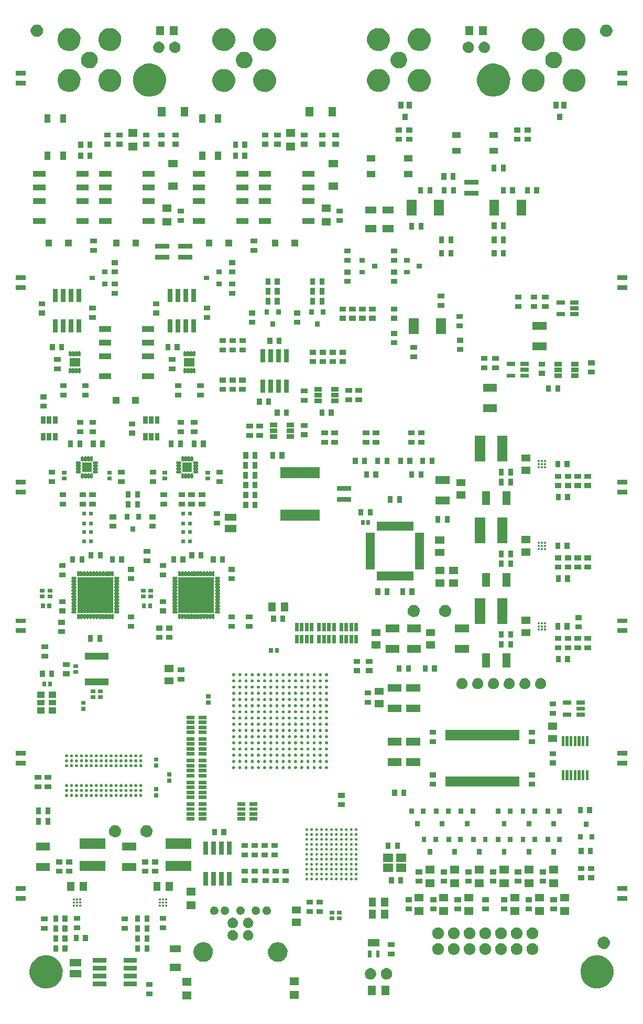
<source format=gbr>
G04 #@! TF.FileFunction,Soldermask,Top*
%FSLAX46Y46*%
G04 Gerber Fmt 4.6, Leading zero omitted, Abs format (unit mm)*
G04 Created by KiCad (PCBNEW 4.0.7) date 02/12/19 19:11:39*
%MOMM*%
%LPD*%
G01*
G04 APERTURE LIST*
%ADD10C,0.100000*%
G04 APERTURE END LIST*
D10*
G36*
X48925000Y-188825000D02*
X47475000Y-188825000D01*
X47475000Y-187575000D01*
X48925000Y-187575000D01*
X48925000Y-188825000D01*
X48925000Y-188825000D01*
G37*
G36*
X66325000Y-188725000D02*
X64875000Y-188725000D01*
X64875000Y-187475000D01*
X66325000Y-187475000D01*
X66325000Y-188725000D01*
X66325000Y-188725000D01*
G37*
G36*
X42719500Y-188342500D02*
X41680500Y-188342500D01*
X41680500Y-187557500D01*
X42719500Y-187557500D01*
X42719500Y-188342500D01*
X42719500Y-188342500D01*
G37*
G36*
X78745000Y-188125000D02*
X77495000Y-188125000D01*
X77495000Y-186675000D01*
X78745000Y-186675000D01*
X78745000Y-188125000D01*
X78745000Y-188125000D01*
G37*
G36*
X80945000Y-188125000D02*
X79695000Y-188125000D01*
X79695000Y-186675000D01*
X80945000Y-186675000D01*
X80945000Y-188125000D01*
X80945000Y-188125000D01*
G37*
G36*
X25780964Y-181726778D02*
X26294848Y-181832264D01*
X26778451Y-182035551D01*
X27213365Y-182328905D01*
X27583008Y-182701137D01*
X27873317Y-183138087D01*
X28073223Y-183623095D01*
X28175013Y-184137175D01*
X28175013Y-184137187D01*
X28175115Y-184137703D01*
X28166748Y-184736889D01*
X28166632Y-184737398D01*
X28166632Y-184737417D01*
X28050528Y-185248448D01*
X27837156Y-185727690D01*
X27534764Y-186156358D01*
X27154866Y-186518130D01*
X26711934Y-186799223D01*
X26222840Y-186988930D01*
X25706217Y-187080025D01*
X25181736Y-187069038D01*
X24669382Y-186956390D01*
X24188659Y-186746368D01*
X23757889Y-186446975D01*
X23393472Y-186069610D01*
X23109297Y-185628656D01*
X22916180Y-185140898D01*
X22821481Y-184624924D01*
X22828806Y-184100376D01*
X22937875Y-183587244D01*
X23144534Y-183105073D01*
X23440914Y-182672221D01*
X23815724Y-182305180D01*
X24254685Y-182017932D01*
X24741081Y-181821415D01*
X25256383Y-181723116D01*
X25780964Y-181726778D01*
X25780964Y-181726778D01*
G37*
G36*
X114780964Y-181726778D02*
X115294848Y-181832264D01*
X115778451Y-182035551D01*
X116213365Y-182328905D01*
X116583008Y-182701137D01*
X116873317Y-183138087D01*
X117073223Y-183623095D01*
X117175013Y-184137175D01*
X117175013Y-184137187D01*
X117175115Y-184137703D01*
X117166748Y-184736889D01*
X117166632Y-184737398D01*
X117166632Y-184737417D01*
X117050528Y-185248448D01*
X116837156Y-185727690D01*
X116534764Y-186156358D01*
X116154866Y-186518130D01*
X115711934Y-186799223D01*
X115222840Y-186988930D01*
X114706217Y-187080025D01*
X114181736Y-187069038D01*
X113669382Y-186956390D01*
X113188659Y-186746368D01*
X112757889Y-186446975D01*
X112393472Y-186069610D01*
X112109297Y-185628656D01*
X111916180Y-185140898D01*
X111821481Y-184624924D01*
X111828806Y-184100376D01*
X111937875Y-183587244D01*
X112144534Y-183105073D01*
X112440914Y-182672221D01*
X112815724Y-182305180D01*
X113254685Y-182017932D01*
X113741081Y-181821415D01*
X114256383Y-181723116D01*
X114780964Y-181726778D01*
X114780964Y-181726778D01*
G37*
G36*
X42719500Y-186842500D02*
X41680500Y-186842500D01*
X41680500Y-186057500D01*
X42719500Y-186057500D01*
X42719500Y-186842500D01*
X42719500Y-186842500D01*
G37*
G36*
X35200000Y-186680000D02*
X33070000Y-186680000D01*
X33070000Y-185930000D01*
X35200000Y-185930000D01*
X35200000Y-186680000D01*
X35200000Y-186680000D01*
G37*
G36*
X40130000Y-186680000D02*
X38000000Y-186680000D01*
X38000000Y-185930000D01*
X40130000Y-185930000D01*
X40130000Y-186680000D01*
X40130000Y-186680000D01*
G37*
G36*
X48925000Y-186625000D02*
X47475000Y-186625000D01*
X47475000Y-185375000D01*
X48925000Y-185375000D01*
X48925000Y-186625000D01*
X48925000Y-186625000D01*
G37*
G36*
X66325000Y-186525000D02*
X64875000Y-186525000D01*
X64875000Y-185275000D01*
X66325000Y-185275000D01*
X66325000Y-186525000D01*
X66325000Y-186525000D01*
G37*
G36*
X78003665Y-183795005D02*
X78179099Y-183831017D01*
X78344193Y-183900416D01*
X78492666Y-184000562D01*
X78618853Y-184127633D01*
X78717964Y-184276806D01*
X78786207Y-184442376D01*
X78820887Y-184617527D01*
X78820887Y-184617535D01*
X78820990Y-184618056D01*
X78818133Y-184822608D01*
X78818017Y-184823117D01*
X78818017Y-184823137D01*
X78778459Y-184997246D01*
X78705618Y-185160853D01*
X78602387Y-185307191D01*
X78472695Y-185430695D01*
X78321484Y-185526656D01*
X78154515Y-185591420D01*
X77978149Y-185622518D01*
X77799099Y-185618766D01*
X77624192Y-185580311D01*
X77460077Y-185508611D01*
X77313023Y-185406405D01*
X77188614Y-185277577D01*
X77091603Y-185127044D01*
X77025675Y-184960530D01*
X76993347Y-184784388D01*
X76995848Y-184605312D01*
X77033082Y-184430137D01*
X77103630Y-184265537D01*
X77204814Y-184117762D01*
X77332767Y-183992461D01*
X77482618Y-183894401D01*
X77648666Y-183827313D01*
X77824583Y-183793755D01*
X78003665Y-183795005D01*
X78003665Y-183795005D01*
G37*
G36*
X80582165Y-183795005D02*
X80757599Y-183831017D01*
X80922693Y-183900416D01*
X81071166Y-184000562D01*
X81197353Y-184127633D01*
X81296464Y-184276806D01*
X81364707Y-184442376D01*
X81399387Y-184617527D01*
X81399387Y-184617535D01*
X81399490Y-184618056D01*
X81396633Y-184822608D01*
X81396517Y-184823117D01*
X81396517Y-184823137D01*
X81356959Y-184997246D01*
X81284118Y-185160853D01*
X81180887Y-185307191D01*
X81051195Y-185430695D01*
X80899984Y-185526656D01*
X80733015Y-185591420D01*
X80556649Y-185622518D01*
X80377599Y-185618766D01*
X80202692Y-185580311D01*
X80038577Y-185508611D01*
X79891523Y-185406405D01*
X79767114Y-185277577D01*
X79670103Y-185127044D01*
X79604175Y-184960530D01*
X79571847Y-184784388D01*
X79574348Y-184605312D01*
X79611582Y-184430137D01*
X79682130Y-184265537D01*
X79783314Y-184117762D01*
X79911267Y-183992461D01*
X80061118Y-183894401D01*
X80227166Y-183827313D01*
X80403083Y-183793755D01*
X80582165Y-183795005D01*
X80582165Y-183795005D01*
G37*
G36*
X35200000Y-185410000D02*
X33070000Y-185410000D01*
X33070000Y-184660000D01*
X35200000Y-184660000D01*
X35200000Y-185410000D01*
X35200000Y-185410000D01*
G37*
G36*
X40130000Y-185410000D02*
X38000000Y-185410000D01*
X38000000Y-184660000D01*
X40130000Y-184660000D01*
X40130000Y-185410000D01*
X40130000Y-185410000D01*
G37*
G36*
X31215000Y-185275000D02*
X29285000Y-185275000D01*
X29285000Y-184125000D01*
X31215000Y-184125000D01*
X31215000Y-185275000D01*
X31215000Y-185275000D01*
G37*
G36*
X47225000Y-184225000D02*
X45475000Y-184225000D01*
X45475000Y-183075000D01*
X47225000Y-183075000D01*
X47225000Y-184225000D01*
X47225000Y-184225000D01*
G37*
G36*
X40130000Y-184140000D02*
X38000000Y-184140000D01*
X38000000Y-183390000D01*
X40130000Y-183390000D01*
X40130000Y-184140000D01*
X40130000Y-184140000D01*
G37*
G36*
X35200000Y-184140000D02*
X33070000Y-184140000D01*
X33070000Y-183390000D01*
X35200000Y-183390000D01*
X35200000Y-184140000D01*
X35200000Y-184140000D01*
G37*
G36*
X31215000Y-183475000D02*
X29285000Y-183475000D01*
X29285000Y-182325000D01*
X31215000Y-182325000D01*
X31215000Y-183475000D01*
X31215000Y-183475000D01*
G37*
G36*
X40130000Y-182870000D02*
X38000000Y-182870000D01*
X38000000Y-182120000D01*
X40130000Y-182120000D01*
X40130000Y-182870000D01*
X40130000Y-182870000D01*
G37*
G36*
X35200000Y-182870000D02*
X33070000Y-182870000D01*
X33070000Y-182120000D01*
X35200000Y-182120000D01*
X35200000Y-182870000D01*
X35200000Y-182870000D01*
G37*
G36*
X63085426Y-179626046D02*
X63387996Y-179688155D01*
X63672734Y-179807848D01*
X63928804Y-179980569D01*
X64146442Y-180199732D01*
X64317376Y-180457007D01*
X64435076Y-180742569D01*
X64494965Y-181045036D01*
X64494965Y-181045042D01*
X64495068Y-181045563D01*
X64490142Y-181398355D01*
X64490025Y-181398869D01*
X64490025Y-181398884D01*
X64421714Y-181699553D01*
X64296083Y-181981725D01*
X64118040Y-182234117D01*
X63894361Y-182447124D01*
X63633569Y-182612628D01*
X63345597Y-182724325D01*
X63041417Y-182777960D01*
X62732610Y-182771490D01*
X62430945Y-182705166D01*
X62147902Y-182581507D01*
X61894271Y-182405229D01*
X61679706Y-182183042D01*
X61512389Y-181923415D01*
X61398684Y-181636229D01*
X61342927Y-181332433D01*
X61347240Y-181023585D01*
X61411459Y-180721460D01*
X61533136Y-180437567D01*
X61707640Y-180182709D01*
X61928324Y-179966600D01*
X62186776Y-179797473D01*
X62473159Y-179681767D01*
X62776561Y-179623890D01*
X63085426Y-179626046D01*
X63085426Y-179626046D01*
G37*
G36*
X51045426Y-179626046D02*
X51347996Y-179688155D01*
X51632734Y-179807848D01*
X51888804Y-179980569D01*
X52106442Y-180199732D01*
X52277376Y-180457007D01*
X52395076Y-180742569D01*
X52454965Y-181045036D01*
X52454965Y-181045042D01*
X52455068Y-181045563D01*
X52450142Y-181398355D01*
X52450025Y-181398869D01*
X52450025Y-181398884D01*
X52381714Y-181699553D01*
X52256083Y-181981725D01*
X52078040Y-182234117D01*
X51854361Y-182447124D01*
X51593569Y-182612628D01*
X51305597Y-182724325D01*
X51001417Y-182777960D01*
X50692610Y-182771490D01*
X50390945Y-182705166D01*
X50107902Y-182581507D01*
X49854271Y-182405229D01*
X49639706Y-182183042D01*
X49472389Y-181923415D01*
X49358684Y-181636229D01*
X49302927Y-181332433D01*
X49307240Y-181023585D01*
X49371459Y-180721460D01*
X49493136Y-180437567D01*
X49667640Y-180182709D01*
X49888324Y-179966600D01*
X50146776Y-179797473D01*
X50433159Y-179681767D01*
X50736561Y-179623890D01*
X51045426Y-179626046D01*
X51045426Y-179626046D01*
G37*
G36*
X78075000Y-182075000D02*
X77525000Y-182075000D01*
X77525000Y-180925000D01*
X78075000Y-180925000D01*
X78075000Y-182075000D01*
X78075000Y-182075000D01*
G37*
G36*
X79375000Y-182075000D02*
X78825000Y-182075000D01*
X78825000Y-180925000D01*
X79375000Y-180925000D01*
X79375000Y-182075000D01*
X79375000Y-182075000D01*
G37*
G36*
X81769500Y-181892500D02*
X80730500Y-181892500D01*
X80730500Y-181107500D01*
X81769500Y-181107500D01*
X81769500Y-181892500D01*
X81769500Y-181892500D01*
G37*
G36*
X99093780Y-179750630D02*
X99276284Y-179788092D01*
X99448028Y-179860287D01*
X99602488Y-179964472D01*
X99733759Y-180096662D01*
X99836862Y-180251844D01*
X99907856Y-180424091D01*
X99943939Y-180606320D01*
X99943939Y-180606332D01*
X99944041Y-180606848D01*
X99941070Y-180819643D01*
X99940953Y-180820157D01*
X99940953Y-180820171D01*
X99899797Y-181001318D01*
X99824020Y-181171518D01*
X99716629Y-181323753D01*
X99581711Y-181452234D01*
X99424406Y-181552062D01*
X99250709Y-181619436D01*
X99067236Y-181651787D01*
X98880971Y-181647884D01*
X98699013Y-181607879D01*
X98528290Y-181533292D01*
X98375305Y-181426965D01*
X98245885Y-181292946D01*
X98144964Y-181136346D01*
X98076380Y-180963123D01*
X98042748Y-180779882D01*
X98045350Y-180593590D01*
X98084085Y-180411356D01*
X98157476Y-180240122D01*
X98262737Y-180086393D01*
X98395846Y-179956043D01*
X98551737Y-179854030D01*
X98724476Y-179784239D01*
X98907481Y-179749329D01*
X99093780Y-179750630D01*
X99093780Y-179750630D01*
G37*
G36*
X96553780Y-179750630D02*
X96736284Y-179788092D01*
X96908028Y-179860287D01*
X97062488Y-179964472D01*
X97193759Y-180096662D01*
X97296862Y-180251844D01*
X97367856Y-180424091D01*
X97403939Y-180606320D01*
X97403939Y-180606332D01*
X97404041Y-180606848D01*
X97401070Y-180819643D01*
X97400953Y-180820157D01*
X97400953Y-180820171D01*
X97359797Y-181001318D01*
X97284020Y-181171518D01*
X97176629Y-181323753D01*
X97041711Y-181452234D01*
X96884406Y-181552062D01*
X96710709Y-181619436D01*
X96527236Y-181651787D01*
X96340971Y-181647884D01*
X96159013Y-181607879D01*
X95988290Y-181533292D01*
X95835305Y-181426965D01*
X95705885Y-181292946D01*
X95604964Y-181136346D01*
X95536380Y-180963123D01*
X95502748Y-180779882D01*
X95505350Y-180593590D01*
X95544085Y-180411356D01*
X95617476Y-180240122D01*
X95722737Y-180086393D01*
X95855846Y-179956043D01*
X96011737Y-179854030D01*
X96184476Y-179784239D01*
X96367481Y-179749329D01*
X96553780Y-179750630D01*
X96553780Y-179750630D01*
G37*
G36*
X94013780Y-179750630D02*
X94196284Y-179788092D01*
X94368028Y-179860287D01*
X94522488Y-179964472D01*
X94653759Y-180096662D01*
X94756862Y-180251844D01*
X94827856Y-180424091D01*
X94863939Y-180606320D01*
X94863939Y-180606332D01*
X94864041Y-180606848D01*
X94861070Y-180819643D01*
X94860953Y-180820157D01*
X94860953Y-180820171D01*
X94819797Y-181001318D01*
X94744020Y-181171518D01*
X94636629Y-181323753D01*
X94501711Y-181452234D01*
X94344406Y-181552062D01*
X94170709Y-181619436D01*
X93987236Y-181651787D01*
X93800971Y-181647884D01*
X93619013Y-181607879D01*
X93448290Y-181533292D01*
X93295305Y-181426965D01*
X93165885Y-181292946D01*
X93064964Y-181136346D01*
X92996380Y-180963123D01*
X92962748Y-180779882D01*
X92965350Y-180593590D01*
X93004085Y-180411356D01*
X93077476Y-180240122D01*
X93182737Y-180086393D01*
X93315846Y-179956043D01*
X93471737Y-179854030D01*
X93644476Y-179784239D01*
X93827481Y-179749329D01*
X94013780Y-179750630D01*
X94013780Y-179750630D01*
G37*
G36*
X88933780Y-179750630D02*
X89116284Y-179788092D01*
X89288028Y-179860287D01*
X89442488Y-179964472D01*
X89573759Y-180096662D01*
X89676862Y-180251844D01*
X89747856Y-180424091D01*
X89783939Y-180606320D01*
X89783939Y-180606332D01*
X89784041Y-180606848D01*
X89781070Y-180819643D01*
X89780953Y-180820157D01*
X89780953Y-180820171D01*
X89739797Y-181001318D01*
X89664020Y-181171518D01*
X89556629Y-181323753D01*
X89421711Y-181452234D01*
X89264406Y-181552062D01*
X89090709Y-181619436D01*
X88907236Y-181651787D01*
X88720971Y-181647884D01*
X88539013Y-181607879D01*
X88368290Y-181533292D01*
X88215305Y-181426965D01*
X88085885Y-181292946D01*
X87984964Y-181136346D01*
X87916380Y-180963123D01*
X87882748Y-180779882D01*
X87885350Y-180593590D01*
X87924085Y-180411356D01*
X87997476Y-180240122D01*
X88102737Y-180086393D01*
X88235846Y-179956043D01*
X88391737Y-179854030D01*
X88564476Y-179784239D01*
X88747481Y-179749329D01*
X88933780Y-179750630D01*
X88933780Y-179750630D01*
G37*
G36*
X91473780Y-179750630D02*
X91656284Y-179788092D01*
X91828028Y-179860287D01*
X91982488Y-179964472D01*
X92113759Y-180096662D01*
X92216862Y-180251844D01*
X92287856Y-180424091D01*
X92323939Y-180606320D01*
X92323939Y-180606332D01*
X92324041Y-180606848D01*
X92321070Y-180819643D01*
X92320953Y-180820157D01*
X92320953Y-180820171D01*
X92279797Y-181001318D01*
X92204020Y-181171518D01*
X92096629Y-181323753D01*
X91961711Y-181452234D01*
X91804406Y-181552062D01*
X91630709Y-181619436D01*
X91447236Y-181651787D01*
X91260971Y-181647884D01*
X91079013Y-181607879D01*
X90908290Y-181533292D01*
X90755305Y-181426965D01*
X90625885Y-181292946D01*
X90524964Y-181136346D01*
X90456380Y-180963123D01*
X90422748Y-180779882D01*
X90425350Y-180593590D01*
X90464085Y-180411356D01*
X90537476Y-180240122D01*
X90642737Y-180086393D01*
X90775846Y-179956043D01*
X90931737Y-179854030D01*
X91104476Y-179784239D01*
X91287481Y-179749329D01*
X91473780Y-179750630D01*
X91473780Y-179750630D01*
G37*
G36*
X104173780Y-179750630D02*
X104356284Y-179788092D01*
X104528028Y-179860287D01*
X104682488Y-179964472D01*
X104813759Y-180096662D01*
X104916862Y-180251844D01*
X104987856Y-180424091D01*
X105023939Y-180606320D01*
X105023939Y-180606332D01*
X105024041Y-180606848D01*
X105021070Y-180819643D01*
X105020953Y-180820157D01*
X105020953Y-180820171D01*
X104979797Y-181001318D01*
X104904020Y-181171518D01*
X104796629Y-181323753D01*
X104661711Y-181452234D01*
X104504406Y-181552062D01*
X104330709Y-181619436D01*
X104147236Y-181651787D01*
X103960971Y-181647884D01*
X103779013Y-181607879D01*
X103608290Y-181533292D01*
X103455305Y-181426965D01*
X103325885Y-181292946D01*
X103224964Y-181136346D01*
X103156380Y-180963123D01*
X103122748Y-180779882D01*
X103125350Y-180593590D01*
X103164085Y-180411356D01*
X103237476Y-180240122D01*
X103342737Y-180086393D01*
X103475846Y-179956043D01*
X103631737Y-179854030D01*
X103804476Y-179784239D01*
X103987481Y-179749329D01*
X104173780Y-179750630D01*
X104173780Y-179750630D01*
G37*
G36*
X101633780Y-179750630D02*
X101816284Y-179788092D01*
X101988028Y-179860287D01*
X102142488Y-179964472D01*
X102273759Y-180096662D01*
X102376862Y-180251844D01*
X102447856Y-180424091D01*
X102483939Y-180606320D01*
X102483939Y-180606332D01*
X102484041Y-180606848D01*
X102481070Y-180819643D01*
X102480953Y-180820157D01*
X102480953Y-180820171D01*
X102439797Y-181001318D01*
X102364020Y-181171518D01*
X102256629Y-181323753D01*
X102121711Y-181452234D01*
X101964406Y-181552062D01*
X101790709Y-181619436D01*
X101607236Y-181651787D01*
X101420971Y-181647884D01*
X101239013Y-181607879D01*
X101068290Y-181533292D01*
X100915305Y-181426965D01*
X100785885Y-181292946D01*
X100684964Y-181136346D01*
X100616380Y-180963123D01*
X100582748Y-180779882D01*
X100585350Y-180593590D01*
X100624085Y-180411356D01*
X100697476Y-180240122D01*
X100802737Y-180086393D01*
X100935846Y-179956043D01*
X101091737Y-179854030D01*
X101264476Y-179784239D01*
X101447481Y-179749329D01*
X101633780Y-179750630D01*
X101633780Y-179750630D01*
G37*
G36*
X47225000Y-181225000D02*
X45475000Y-181225000D01*
X45475000Y-180075000D01*
X47225000Y-180075000D01*
X47225000Y-181225000D01*
X47225000Y-181225000D01*
G37*
G36*
X40692500Y-181119500D02*
X39907500Y-181119500D01*
X39907500Y-180080500D01*
X40692500Y-180080500D01*
X40692500Y-181119500D01*
X40692500Y-181119500D01*
G37*
G36*
X28942500Y-181119500D02*
X28157500Y-181119500D01*
X28157500Y-180080500D01*
X28942500Y-180080500D01*
X28942500Y-181119500D01*
X28942500Y-181119500D01*
G37*
G36*
X27442500Y-181119500D02*
X26657500Y-181119500D01*
X26657500Y-180080500D01*
X27442500Y-180080500D01*
X27442500Y-181119500D01*
X27442500Y-181119500D01*
G37*
G36*
X42192500Y-181119500D02*
X41407500Y-181119500D01*
X41407500Y-180080500D01*
X42192500Y-180080500D01*
X42192500Y-181119500D01*
X42192500Y-181119500D01*
G37*
G36*
X115705032Y-178700663D02*
X115897141Y-178740097D01*
X116077927Y-178816093D01*
X116240512Y-178925758D01*
X116378696Y-179064910D01*
X116487224Y-179228257D01*
X116561953Y-179409564D01*
X116599941Y-179601417D01*
X116599941Y-179601429D01*
X116600043Y-179601945D01*
X116596916Y-179825940D01*
X116596799Y-179826454D01*
X116596799Y-179826468D01*
X116553470Y-180017177D01*
X116473706Y-180196330D01*
X116360659Y-180356586D01*
X116218643Y-180491825D01*
X116053059Y-180596908D01*
X115870220Y-180667827D01*
X115677090Y-180701881D01*
X115481022Y-180697773D01*
X115289490Y-180655662D01*
X115109778Y-180577148D01*
X114948740Y-180465224D01*
X114812512Y-180324157D01*
X114706278Y-180159312D01*
X114634084Y-179976971D01*
X114598683Y-179784086D01*
X114601421Y-179587990D01*
X114642195Y-179396164D01*
X114719450Y-179215915D01*
X114830247Y-179054100D01*
X114970364Y-178916887D01*
X115134459Y-178809506D01*
X115316291Y-178736041D01*
X115508927Y-178699294D01*
X115705032Y-178700663D01*
X115705032Y-178700663D01*
G37*
G36*
X81769500Y-180392500D02*
X80730500Y-180392500D01*
X80730500Y-179607500D01*
X81769500Y-179607500D01*
X81769500Y-180392500D01*
X81769500Y-180392500D01*
G37*
G36*
X79375000Y-180275000D02*
X77525000Y-180275000D01*
X77525000Y-179125000D01*
X79375000Y-179125000D01*
X79375000Y-180275000D01*
X79375000Y-180275000D01*
G37*
G36*
X40692500Y-179519500D02*
X39907500Y-179519500D01*
X39907500Y-178480500D01*
X40692500Y-178480500D01*
X40692500Y-179519500D01*
X40692500Y-179519500D01*
G37*
G36*
X27442500Y-179519500D02*
X26657500Y-179519500D01*
X26657500Y-178480500D01*
X27442500Y-178480500D01*
X27442500Y-179519500D01*
X27442500Y-179519500D01*
G37*
G36*
X28942500Y-179519500D02*
X28157500Y-179519500D01*
X28157500Y-178480500D01*
X28942500Y-178480500D01*
X28942500Y-179519500D01*
X28942500Y-179519500D01*
G37*
G36*
X42192500Y-179519500D02*
X41407500Y-179519500D01*
X41407500Y-178480500D01*
X42192500Y-178480500D01*
X42192500Y-179519500D01*
X42192500Y-179519500D01*
G37*
G36*
X30742500Y-179419500D02*
X29957500Y-179419500D01*
X29957500Y-178380500D01*
X30742500Y-178380500D01*
X30742500Y-179419500D01*
X30742500Y-179419500D01*
G37*
G36*
X32242500Y-179419500D02*
X31457500Y-179419500D01*
X31457500Y-178380500D01*
X32242500Y-178380500D01*
X32242500Y-179419500D01*
X32242500Y-179419500D01*
G37*
G36*
X55737911Y-177653554D02*
X55898707Y-177686560D01*
X56050026Y-177750169D01*
X56186109Y-177841958D01*
X56301769Y-177958428D01*
X56392607Y-178095151D01*
X56455157Y-178246907D01*
X56486935Y-178407399D01*
X56486935Y-178407417D01*
X56487036Y-178407928D01*
X56484418Y-178595412D01*
X56484302Y-178595921D01*
X56484302Y-178595940D01*
X56448057Y-178755476D01*
X56381291Y-178905434D01*
X56286675Y-179039560D01*
X56167805Y-179152759D01*
X56029212Y-179240713D01*
X55876174Y-179300072D01*
X55714525Y-179328576D01*
X55550415Y-179325137D01*
X55390103Y-179289891D01*
X55239684Y-179224174D01*
X55104897Y-179130495D01*
X54990870Y-179012417D01*
X54901954Y-178874445D01*
X54841527Y-178721825D01*
X54811896Y-178560380D01*
X54814189Y-178396247D01*
X54848316Y-178235689D01*
X54912977Y-178084823D01*
X55005718Y-177949379D01*
X55122991Y-177834537D01*
X55260347Y-177744654D01*
X55412535Y-177683165D01*
X55573772Y-177652408D01*
X55737911Y-177653554D01*
X55737911Y-177653554D01*
G37*
G36*
X58237911Y-177653554D02*
X58398707Y-177686560D01*
X58550026Y-177750169D01*
X58686109Y-177841958D01*
X58801769Y-177958428D01*
X58892607Y-178095151D01*
X58955157Y-178246907D01*
X58986935Y-178407399D01*
X58986935Y-178407417D01*
X58987036Y-178407928D01*
X58984418Y-178595412D01*
X58984302Y-178595921D01*
X58984302Y-178595940D01*
X58948057Y-178755476D01*
X58881291Y-178905434D01*
X58786675Y-179039560D01*
X58667805Y-179152759D01*
X58529212Y-179240713D01*
X58376174Y-179300072D01*
X58214525Y-179328576D01*
X58050415Y-179325137D01*
X57890103Y-179289891D01*
X57739684Y-179224174D01*
X57604897Y-179130495D01*
X57490870Y-179012417D01*
X57401954Y-178874445D01*
X57341527Y-178721825D01*
X57311896Y-178560380D01*
X57314189Y-178396247D01*
X57348316Y-178235689D01*
X57412977Y-178084823D01*
X57505718Y-177949379D01*
X57622991Y-177834537D01*
X57760347Y-177744654D01*
X57912535Y-177683165D01*
X58073772Y-177652408D01*
X58237911Y-177653554D01*
X58237911Y-177653554D01*
G37*
G36*
X101633780Y-177210630D02*
X101816284Y-177248092D01*
X101988028Y-177320287D01*
X102142488Y-177424472D01*
X102273759Y-177556662D01*
X102376862Y-177711844D01*
X102447856Y-177884091D01*
X102483939Y-178066320D01*
X102483939Y-178066332D01*
X102484041Y-178066848D01*
X102481070Y-178279643D01*
X102480953Y-178280157D01*
X102480953Y-178280171D01*
X102439797Y-178461318D01*
X102364020Y-178631518D01*
X102256629Y-178783753D01*
X102121711Y-178912234D01*
X101964406Y-179012062D01*
X101790709Y-179079436D01*
X101607236Y-179111787D01*
X101420971Y-179107884D01*
X101239013Y-179067879D01*
X101068290Y-178993292D01*
X100915305Y-178886965D01*
X100785885Y-178752946D01*
X100684964Y-178596346D01*
X100616380Y-178423123D01*
X100582748Y-178239882D01*
X100585350Y-178053590D01*
X100624085Y-177871356D01*
X100697476Y-177700122D01*
X100802737Y-177546393D01*
X100935846Y-177416043D01*
X101091737Y-177314030D01*
X101264476Y-177244239D01*
X101447481Y-177209329D01*
X101633780Y-177210630D01*
X101633780Y-177210630D01*
G37*
G36*
X88933780Y-177210630D02*
X89116284Y-177248092D01*
X89288028Y-177320287D01*
X89442488Y-177424472D01*
X89573759Y-177556662D01*
X89676862Y-177711844D01*
X89747856Y-177884091D01*
X89783939Y-178066320D01*
X89783939Y-178066332D01*
X89784041Y-178066848D01*
X89781070Y-178279643D01*
X89780953Y-178280157D01*
X89780953Y-178280171D01*
X89739797Y-178461318D01*
X89664020Y-178631518D01*
X89556629Y-178783753D01*
X89421711Y-178912234D01*
X89264406Y-179012062D01*
X89090709Y-179079436D01*
X88907236Y-179111787D01*
X88720971Y-179107884D01*
X88539013Y-179067879D01*
X88368290Y-178993292D01*
X88215305Y-178886965D01*
X88085885Y-178752946D01*
X87984964Y-178596346D01*
X87916380Y-178423123D01*
X87882748Y-178239882D01*
X87885350Y-178053590D01*
X87924085Y-177871356D01*
X87997476Y-177700122D01*
X88102737Y-177546393D01*
X88235846Y-177416043D01*
X88391737Y-177314030D01*
X88564476Y-177244239D01*
X88747481Y-177209329D01*
X88933780Y-177210630D01*
X88933780Y-177210630D01*
G37*
G36*
X99093780Y-177210630D02*
X99276284Y-177248092D01*
X99448028Y-177320287D01*
X99602488Y-177424472D01*
X99733759Y-177556662D01*
X99836862Y-177711844D01*
X99907856Y-177884091D01*
X99943939Y-178066320D01*
X99943939Y-178066332D01*
X99944041Y-178066848D01*
X99941070Y-178279643D01*
X99940953Y-178280157D01*
X99940953Y-178280171D01*
X99899797Y-178461318D01*
X99824020Y-178631518D01*
X99716629Y-178783753D01*
X99581711Y-178912234D01*
X99424406Y-179012062D01*
X99250709Y-179079436D01*
X99067236Y-179111787D01*
X98880971Y-179107884D01*
X98699013Y-179067879D01*
X98528290Y-178993292D01*
X98375305Y-178886965D01*
X98245885Y-178752946D01*
X98144964Y-178596346D01*
X98076380Y-178423123D01*
X98042748Y-178239882D01*
X98045350Y-178053590D01*
X98084085Y-177871356D01*
X98157476Y-177700122D01*
X98262737Y-177546393D01*
X98395846Y-177416043D01*
X98551737Y-177314030D01*
X98724476Y-177244239D01*
X98907481Y-177209329D01*
X99093780Y-177210630D01*
X99093780Y-177210630D01*
G37*
G36*
X96553780Y-177210630D02*
X96736284Y-177248092D01*
X96908028Y-177320287D01*
X97062488Y-177424472D01*
X97193759Y-177556662D01*
X97296862Y-177711844D01*
X97367856Y-177884091D01*
X97403939Y-178066320D01*
X97403939Y-178066332D01*
X97404041Y-178066848D01*
X97401070Y-178279643D01*
X97400953Y-178280157D01*
X97400953Y-178280171D01*
X97359797Y-178461318D01*
X97284020Y-178631518D01*
X97176629Y-178783753D01*
X97041711Y-178912234D01*
X96884406Y-179012062D01*
X96710709Y-179079436D01*
X96527236Y-179111787D01*
X96340971Y-179107884D01*
X96159013Y-179067879D01*
X95988290Y-178993292D01*
X95835305Y-178886965D01*
X95705885Y-178752946D01*
X95604964Y-178596346D01*
X95536380Y-178423123D01*
X95502748Y-178239882D01*
X95505350Y-178053590D01*
X95544085Y-177871356D01*
X95617476Y-177700122D01*
X95722737Y-177546393D01*
X95855846Y-177416043D01*
X96011737Y-177314030D01*
X96184476Y-177244239D01*
X96367481Y-177209329D01*
X96553780Y-177210630D01*
X96553780Y-177210630D01*
G37*
G36*
X94013780Y-177210630D02*
X94196284Y-177248092D01*
X94368028Y-177320287D01*
X94522488Y-177424472D01*
X94653759Y-177556662D01*
X94756862Y-177711844D01*
X94827856Y-177884091D01*
X94863939Y-178066320D01*
X94863939Y-178066332D01*
X94864041Y-178066848D01*
X94861070Y-178279643D01*
X94860953Y-178280157D01*
X94860953Y-178280171D01*
X94819797Y-178461318D01*
X94744020Y-178631518D01*
X94636629Y-178783753D01*
X94501711Y-178912234D01*
X94344406Y-179012062D01*
X94170709Y-179079436D01*
X93987236Y-179111787D01*
X93800971Y-179107884D01*
X93619013Y-179067879D01*
X93448290Y-178993292D01*
X93295305Y-178886965D01*
X93165885Y-178752946D01*
X93064964Y-178596346D01*
X92996380Y-178423123D01*
X92962748Y-178239882D01*
X92965350Y-178053590D01*
X93004085Y-177871356D01*
X93077476Y-177700122D01*
X93182737Y-177546393D01*
X93315846Y-177416043D01*
X93471737Y-177314030D01*
X93644476Y-177244239D01*
X93827481Y-177209329D01*
X94013780Y-177210630D01*
X94013780Y-177210630D01*
G37*
G36*
X91473780Y-177210630D02*
X91656284Y-177248092D01*
X91828028Y-177320287D01*
X91982488Y-177424472D01*
X92113759Y-177556662D01*
X92216862Y-177711844D01*
X92287856Y-177884091D01*
X92323939Y-178066320D01*
X92323939Y-178066332D01*
X92324041Y-178066848D01*
X92321070Y-178279643D01*
X92320953Y-178280157D01*
X92320953Y-178280171D01*
X92279797Y-178461318D01*
X92204020Y-178631518D01*
X92096629Y-178783753D01*
X91961711Y-178912234D01*
X91804406Y-179012062D01*
X91630709Y-179079436D01*
X91447236Y-179111787D01*
X91260971Y-179107884D01*
X91079013Y-179067879D01*
X90908290Y-178993292D01*
X90755305Y-178886965D01*
X90625885Y-178752946D01*
X90524964Y-178596346D01*
X90456380Y-178423123D01*
X90422748Y-178239882D01*
X90425350Y-178053590D01*
X90464085Y-177871356D01*
X90537476Y-177700122D01*
X90642737Y-177546393D01*
X90775846Y-177416043D01*
X90931737Y-177314030D01*
X91104476Y-177244239D01*
X91287481Y-177209329D01*
X91473780Y-177210630D01*
X91473780Y-177210630D01*
G37*
G36*
X104173780Y-177210630D02*
X104356284Y-177248092D01*
X104528028Y-177320287D01*
X104682488Y-177424472D01*
X104813759Y-177556662D01*
X104916862Y-177711844D01*
X104987856Y-177884091D01*
X105023939Y-178066320D01*
X105023939Y-178066332D01*
X105024041Y-178066848D01*
X105021070Y-178279643D01*
X105020953Y-178280157D01*
X105020953Y-178280171D01*
X104979797Y-178461318D01*
X104904020Y-178631518D01*
X104796629Y-178783753D01*
X104661711Y-178912234D01*
X104504406Y-179012062D01*
X104330709Y-179079436D01*
X104147236Y-179111787D01*
X103960971Y-179107884D01*
X103779013Y-179067879D01*
X103608290Y-178993292D01*
X103455305Y-178886965D01*
X103325885Y-178752946D01*
X103224964Y-178596346D01*
X103156380Y-178423123D01*
X103122748Y-178239882D01*
X103125350Y-178053590D01*
X103164085Y-177871356D01*
X103237476Y-177700122D01*
X103342737Y-177546393D01*
X103475846Y-177416043D01*
X103631737Y-177314030D01*
X103804476Y-177244239D01*
X103987481Y-177209329D01*
X104173780Y-177210630D01*
X104173780Y-177210630D01*
G37*
G36*
X42192500Y-177919500D02*
X41407500Y-177919500D01*
X41407500Y-176880500D01*
X42192500Y-176880500D01*
X42192500Y-177919500D01*
X42192500Y-177919500D01*
G37*
G36*
X40692500Y-177919500D02*
X39907500Y-177919500D01*
X39907500Y-176880500D01*
X40692500Y-176880500D01*
X40692500Y-177919500D01*
X40692500Y-177919500D01*
G37*
G36*
X27442500Y-177919500D02*
X26657500Y-177919500D01*
X26657500Y-176880500D01*
X27442500Y-176880500D01*
X27442500Y-177919500D01*
X27442500Y-177919500D01*
G37*
G36*
X28942500Y-177919500D02*
X28157500Y-177919500D01*
X28157500Y-176880500D01*
X28942500Y-176880500D01*
X28942500Y-177919500D01*
X28942500Y-177919500D01*
G37*
G36*
X38719500Y-177742500D02*
X37680500Y-177742500D01*
X37680500Y-176957500D01*
X38719500Y-176957500D01*
X38719500Y-177742500D01*
X38719500Y-177742500D01*
G37*
G36*
X25719500Y-177742500D02*
X24680500Y-177742500D01*
X24680500Y-176957500D01*
X25719500Y-176957500D01*
X25719500Y-177742500D01*
X25719500Y-177742500D01*
G37*
G36*
X44919500Y-177642500D02*
X43880500Y-177642500D01*
X43880500Y-176857500D01*
X44919500Y-176857500D01*
X44919500Y-177642500D01*
X44919500Y-177642500D01*
G37*
G36*
X31019500Y-177642500D02*
X29980500Y-177642500D01*
X29980500Y-176857500D01*
X31019500Y-176857500D01*
X31019500Y-177642500D01*
X31019500Y-177642500D01*
G37*
G36*
X55737911Y-175653554D02*
X55898707Y-175686560D01*
X56050026Y-175750169D01*
X56186109Y-175841958D01*
X56301769Y-175958428D01*
X56392607Y-176095151D01*
X56455157Y-176246907D01*
X56486935Y-176407399D01*
X56486935Y-176407417D01*
X56487036Y-176407928D01*
X56484418Y-176595412D01*
X56484302Y-176595921D01*
X56484302Y-176595940D01*
X56448057Y-176755476D01*
X56381291Y-176905434D01*
X56286675Y-177039560D01*
X56167805Y-177152759D01*
X56029212Y-177240713D01*
X55876174Y-177300072D01*
X55714525Y-177328576D01*
X55550415Y-177325137D01*
X55390103Y-177289891D01*
X55239684Y-177224174D01*
X55104897Y-177130495D01*
X54990870Y-177012417D01*
X54901954Y-176874445D01*
X54841527Y-176721825D01*
X54811896Y-176560380D01*
X54814189Y-176396247D01*
X54848316Y-176235689D01*
X54912977Y-176084823D01*
X55005718Y-175949379D01*
X55122991Y-175834537D01*
X55260347Y-175744654D01*
X55412535Y-175683165D01*
X55573772Y-175652408D01*
X55737911Y-175653554D01*
X55737911Y-175653554D01*
G37*
G36*
X58237911Y-175653554D02*
X58398707Y-175686560D01*
X58550026Y-175750169D01*
X58686109Y-175841958D01*
X58801769Y-175958428D01*
X58892607Y-176095151D01*
X58955157Y-176246907D01*
X58986935Y-176407399D01*
X58986935Y-176407417D01*
X58987036Y-176407928D01*
X58984418Y-176595412D01*
X58984302Y-176595921D01*
X58984302Y-176595940D01*
X58948057Y-176755476D01*
X58881291Y-176905434D01*
X58786675Y-177039560D01*
X58667805Y-177152759D01*
X58529212Y-177240713D01*
X58376174Y-177300072D01*
X58214525Y-177328576D01*
X58050415Y-177325137D01*
X57890103Y-177289891D01*
X57739684Y-177224174D01*
X57604897Y-177130495D01*
X57490870Y-177012417D01*
X57401954Y-176874445D01*
X57341527Y-176721825D01*
X57311896Y-176560380D01*
X57314189Y-176396247D01*
X57348316Y-176235689D01*
X57412977Y-176084823D01*
X57505718Y-175949379D01*
X57622991Y-175834537D01*
X57760347Y-175744654D01*
X57912535Y-175683165D01*
X58073772Y-175652408D01*
X58237911Y-175653554D01*
X58237911Y-175653554D01*
G37*
G36*
X66625000Y-176975000D02*
X65175000Y-176975000D01*
X65175000Y-175825000D01*
X66625000Y-175825000D01*
X66625000Y-176975000D01*
X66625000Y-176975000D01*
G37*
G36*
X27442500Y-176319500D02*
X26657500Y-176319500D01*
X26657500Y-175280500D01*
X27442500Y-175280500D01*
X27442500Y-176319500D01*
X27442500Y-176319500D01*
G37*
G36*
X28942500Y-176319500D02*
X28157500Y-176319500D01*
X28157500Y-175280500D01*
X28942500Y-175280500D01*
X28942500Y-176319500D01*
X28942500Y-176319500D01*
G37*
G36*
X42192500Y-176319500D02*
X41407500Y-176319500D01*
X41407500Y-175280500D01*
X42192500Y-175280500D01*
X42192500Y-176319500D01*
X42192500Y-176319500D01*
G37*
G36*
X40692500Y-176319500D02*
X39907500Y-176319500D01*
X39907500Y-175280500D01*
X40692500Y-175280500D01*
X40692500Y-176319500D01*
X40692500Y-176319500D01*
G37*
G36*
X25719500Y-176242500D02*
X24680500Y-176242500D01*
X24680500Y-175457500D01*
X25719500Y-175457500D01*
X25719500Y-176242500D01*
X25719500Y-176242500D01*
G37*
G36*
X38719500Y-176242500D02*
X37680500Y-176242500D01*
X37680500Y-175457500D01*
X38719500Y-175457500D01*
X38719500Y-176242500D01*
X38719500Y-176242500D01*
G37*
G36*
X31019500Y-176142500D02*
X29980500Y-176142500D01*
X29980500Y-175357500D01*
X31019500Y-175357500D01*
X31019500Y-176142500D01*
X31019500Y-176142500D01*
G37*
G36*
X44919500Y-176142500D02*
X43880500Y-176142500D01*
X43880500Y-175357500D01*
X44919500Y-175357500D01*
X44919500Y-176142500D01*
X44919500Y-176142500D01*
G37*
G36*
X73275000Y-176050000D02*
X72525000Y-176050000D01*
X72525000Y-175450000D01*
X73275000Y-175450000D01*
X73275000Y-176050000D01*
X73275000Y-176050000D01*
G37*
G36*
X72075000Y-176050000D02*
X71325000Y-176050000D01*
X71325000Y-175450000D01*
X72075000Y-175450000D01*
X72075000Y-176050000D01*
X72075000Y-176050000D01*
G37*
G36*
X78775000Y-175825000D02*
X77625000Y-175825000D01*
X77625000Y-174375000D01*
X78775000Y-174375000D01*
X78775000Y-175825000D01*
X78775000Y-175825000D01*
G37*
G36*
X80775000Y-175825000D02*
X79625000Y-175825000D01*
X79625000Y-174375000D01*
X80775000Y-174375000D01*
X80775000Y-175825000D01*
X80775000Y-175825000D01*
G37*
G36*
X90475000Y-175225000D02*
X89025000Y-175225000D01*
X89025000Y-173975000D01*
X90475000Y-173975000D01*
X90475000Y-175225000D01*
X90475000Y-175225000D01*
G37*
G36*
X86475000Y-175225000D02*
X85025000Y-175225000D01*
X85025000Y-173975000D01*
X86475000Y-173975000D01*
X86475000Y-175225000D01*
X86475000Y-175225000D01*
G37*
G36*
X94475000Y-175225000D02*
X93025000Y-175225000D01*
X93025000Y-173975000D01*
X94475000Y-173975000D01*
X94475000Y-175225000D01*
X94475000Y-175225000D01*
G37*
G36*
X109975000Y-175225000D02*
X108525000Y-175225000D01*
X108525000Y-173975000D01*
X109975000Y-173975000D01*
X109975000Y-175225000D01*
X109975000Y-175225000D01*
G37*
G36*
X105975000Y-175225000D02*
X104525000Y-175225000D01*
X104525000Y-173975000D01*
X105975000Y-173975000D01*
X105975000Y-175225000D01*
X105975000Y-175225000D01*
G37*
G36*
X101975000Y-175225000D02*
X100525000Y-175225000D01*
X100525000Y-173975000D01*
X101975000Y-173975000D01*
X101975000Y-175225000D01*
X101975000Y-175225000D01*
G37*
G36*
X59470897Y-173815446D02*
X59600571Y-173842064D01*
X59722603Y-173893362D01*
X59832346Y-173967384D01*
X59925621Y-174061313D01*
X59998875Y-174171569D01*
X60049320Y-174293959D01*
X60074927Y-174423285D01*
X60074927Y-174423297D01*
X60075029Y-174423813D01*
X60072918Y-174575009D01*
X60072802Y-174575518D01*
X60072802Y-174575538D01*
X60043594Y-174704095D01*
X59989752Y-174825027D01*
X59913448Y-174933194D01*
X59817585Y-175024483D01*
X59705816Y-175095414D01*
X59582398Y-175143285D01*
X59452036Y-175166271D01*
X59319690Y-175163498D01*
X59190406Y-175135074D01*
X59069099Y-175082076D01*
X58960400Y-175006529D01*
X58868445Y-174911306D01*
X58796735Y-174800035D01*
X58748005Y-174676956D01*
X58724109Y-174546759D01*
X58725958Y-174414392D01*
X58753480Y-174284910D01*
X58805626Y-174163245D01*
X58880418Y-174054014D01*
X58974992Y-173961400D01*
X59085764Y-173888914D01*
X59208496Y-173839326D01*
X59338525Y-173814522D01*
X59470897Y-173815446D01*
X59470897Y-173815446D01*
G37*
G36*
X56970897Y-173815446D02*
X57100571Y-173842064D01*
X57222603Y-173893362D01*
X57332346Y-173967384D01*
X57425621Y-174061313D01*
X57498875Y-174171569D01*
X57549320Y-174293959D01*
X57574927Y-174423285D01*
X57574927Y-174423297D01*
X57575029Y-174423813D01*
X57572918Y-174575009D01*
X57572802Y-174575518D01*
X57572802Y-174575538D01*
X57543594Y-174704095D01*
X57489752Y-174825027D01*
X57413448Y-174933194D01*
X57317585Y-175024483D01*
X57205816Y-175095414D01*
X57082398Y-175143285D01*
X56952036Y-175166271D01*
X56819690Y-175163498D01*
X56690406Y-175135074D01*
X56569099Y-175082076D01*
X56460400Y-175006529D01*
X56368445Y-174911306D01*
X56296735Y-174800035D01*
X56248005Y-174676956D01*
X56224109Y-174546759D01*
X56225958Y-174414392D01*
X56253480Y-174284910D01*
X56305626Y-174163245D01*
X56380418Y-174054014D01*
X56474992Y-173961400D01*
X56585764Y-173888914D01*
X56708496Y-173839326D01*
X56838525Y-173814522D01*
X56970897Y-173815446D01*
X56970897Y-173815446D01*
G37*
G36*
X61220897Y-173815446D02*
X61350571Y-173842064D01*
X61472603Y-173893362D01*
X61582346Y-173967384D01*
X61675621Y-174061313D01*
X61748875Y-174171569D01*
X61799320Y-174293959D01*
X61824927Y-174423285D01*
X61824927Y-174423297D01*
X61825029Y-174423813D01*
X61822918Y-174575009D01*
X61822802Y-174575518D01*
X61822802Y-174575538D01*
X61793594Y-174704095D01*
X61739752Y-174825027D01*
X61663448Y-174933194D01*
X61567585Y-175024483D01*
X61455816Y-175095414D01*
X61332398Y-175143285D01*
X61202036Y-175166271D01*
X61069690Y-175163498D01*
X60940406Y-175135074D01*
X60819099Y-175082076D01*
X60710400Y-175006529D01*
X60618445Y-174911306D01*
X60546735Y-174800035D01*
X60498005Y-174676956D01*
X60474109Y-174546759D01*
X60475958Y-174414392D01*
X60503480Y-174284910D01*
X60555626Y-174163245D01*
X60630418Y-174054014D01*
X60724992Y-173961400D01*
X60835764Y-173888914D01*
X60958496Y-173839326D01*
X61088525Y-173814522D01*
X61220897Y-173815446D01*
X61220897Y-173815446D01*
G37*
G36*
X52720897Y-173815446D02*
X52850571Y-173842064D01*
X52972603Y-173893362D01*
X53082346Y-173967384D01*
X53175621Y-174061313D01*
X53248875Y-174171569D01*
X53299320Y-174293959D01*
X53324927Y-174423285D01*
X53324927Y-174423297D01*
X53325029Y-174423813D01*
X53322918Y-174575009D01*
X53322802Y-174575518D01*
X53322802Y-174575538D01*
X53293594Y-174704095D01*
X53239752Y-174825027D01*
X53163448Y-174933194D01*
X53067585Y-175024483D01*
X52955816Y-175095414D01*
X52832398Y-175143285D01*
X52702036Y-175166271D01*
X52569690Y-175163498D01*
X52440406Y-175135074D01*
X52319099Y-175082076D01*
X52210400Y-175006529D01*
X52118445Y-174911306D01*
X52046735Y-174800035D01*
X51998005Y-174676956D01*
X51974109Y-174546759D01*
X51975958Y-174414392D01*
X52003480Y-174284910D01*
X52055626Y-174163245D01*
X52130418Y-174054014D01*
X52224992Y-173961400D01*
X52335764Y-173888914D01*
X52458496Y-173839326D01*
X52588525Y-173814522D01*
X52720897Y-173815446D01*
X52720897Y-173815446D01*
G37*
G36*
X54470897Y-173815446D02*
X54600571Y-173842064D01*
X54722603Y-173893362D01*
X54832346Y-173967384D01*
X54925621Y-174061313D01*
X54998875Y-174171569D01*
X55049320Y-174293959D01*
X55074927Y-174423285D01*
X55074927Y-174423297D01*
X55075029Y-174423813D01*
X55072918Y-174575009D01*
X55072802Y-174575518D01*
X55072802Y-174575538D01*
X55043594Y-174704095D01*
X54989752Y-174825027D01*
X54913448Y-174933194D01*
X54817585Y-175024483D01*
X54705816Y-175095414D01*
X54582398Y-175143285D01*
X54452036Y-175166271D01*
X54319690Y-175163498D01*
X54190406Y-175135074D01*
X54069099Y-175082076D01*
X53960400Y-175006529D01*
X53868445Y-174911306D01*
X53796735Y-174800035D01*
X53748005Y-174676956D01*
X53724109Y-174546759D01*
X53725958Y-174414392D01*
X53753480Y-174284910D01*
X53805626Y-174163245D01*
X53880418Y-174054014D01*
X53974992Y-173961400D01*
X54085764Y-173888914D01*
X54208496Y-173839326D01*
X54338525Y-173814522D01*
X54470897Y-173815446D01*
X54470897Y-173815446D01*
G37*
G36*
X73275000Y-175150000D02*
X72525000Y-175150000D01*
X72525000Y-174550000D01*
X73275000Y-174550000D01*
X73275000Y-175150000D01*
X73275000Y-175150000D01*
G37*
G36*
X72075000Y-175150000D02*
X71325000Y-175150000D01*
X71325000Y-174550000D01*
X72075000Y-174550000D01*
X72075000Y-175150000D01*
X72075000Y-175150000D01*
G37*
G36*
X68619500Y-175042500D02*
X67580500Y-175042500D01*
X67580500Y-174257500D01*
X68619500Y-174257500D01*
X68619500Y-175042500D01*
X68619500Y-175042500D01*
G37*
G36*
X70219500Y-175042500D02*
X69180500Y-175042500D01*
X69180500Y-174257500D01*
X70219500Y-174257500D01*
X70219500Y-175042500D01*
X70219500Y-175042500D01*
G37*
G36*
X66625000Y-174975000D02*
X65175000Y-174975000D01*
X65175000Y-173825000D01*
X66625000Y-173825000D01*
X66625000Y-174975000D01*
X66625000Y-174975000D01*
G37*
G36*
X100019500Y-174642500D02*
X98980500Y-174642500D01*
X98980500Y-173857500D01*
X100019500Y-173857500D01*
X100019500Y-174642500D01*
X100019500Y-174642500D01*
G37*
G36*
X104019500Y-174642500D02*
X102980500Y-174642500D01*
X102980500Y-173857500D01*
X104019500Y-173857500D01*
X104019500Y-174642500D01*
X104019500Y-174642500D01*
G37*
G36*
X97019500Y-174642500D02*
X95980500Y-174642500D01*
X95980500Y-173857500D01*
X97019500Y-173857500D01*
X97019500Y-174642500D01*
X97019500Y-174642500D01*
G37*
G36*
X92519500Y-174642500D02*
X91480500Y-174642500D01*
X91480500Y-173857500D01*
X92519500Y-173857500D01*
X92519500Y-174642500D01*
X92519500Y-174642500D01*
G37*
G36*
X108019500Y-174642500D02*
X106980500Y-174642500D01*
X106980500Y-173857500D01*
X108019500Y-173857500D01*
X108019500Y-174642500D01*
X108019500Y-174642500D01*
G37*
G36*
X88619500Y-174642500D02*
X87580500Y-174642500D01*
X87580500Y-173857500D01*
X88619500Y-173857500D01*
X88619500Y-174642500D01*
X88619500Y-174642500D01*
G37*
G36*
X84619500Y-174642500D02*
X83580500Y-174642500D01*
X83580500Y-173857500D01*
X84619500Y-173857500D01*
X84619500Y-174642500D01*
X84619500Y-174642500D01*
G37*
G36*
X49625000Y-174275000D02*
X48175000Y-174275000D01*
X48175000Y-173025000D01*
X49625000Y-173025000D01*
X49625000Y-174275000D01*
X49625000Y-174275000D01*
G37*
G36*
X30014903Y-173524400D02*
X30051999Y-173532014D01*
X30083638Y-173545315D01*
X30112094Y-173564509D01*
X30136273Y-173588856D01*
X30155267Y-173617444D01*
X30168344Y-173649172D01*
X30175112Y-173683356D01*
X30181044Y-173700309D01*
X30180806Y-173700689D01*
X30176105Y-173714816D01*
X30166861Y-173755505D01*
X30152900Y-173786861D01*
X30133119Y-173814902D01*
X30108264Y-173838571D01*
X30079286Y-173856961D01*
X30047287Y-173869373D01*
X30013492Y-173875331D01*
X29979182Y-173874613D01*
X29945658Y-173867242D01*
X29914208Y-173853502D01*
X29886030Y-173833918D01*
X29862186Y-173809227D01*
X29843598Y-173780383D01*
X29830962Y-173748468D01*
X29824767Y-173714718D01*
X29825247Y-173680396D01*
X29832381Y-173646829D01*
X29845902Y-173615282D01*
X29865291Y-173586967D01*
X29889811Y-173562955D01*
X29918528Y-173544163D01*
X29950354Y-173531304D01*
X29982741Y-173525126D01*
X29999499Y-173519392D01*
X30014903Y-173524400D01*
X30014903Y-173524400D01*
G37*
G36*
X30514903Y-173524400D02*
X30551999Y-173532014D01*
X30583638Y-173545315D01*
X30612094Y-173564509D01*
X30636273Y-173588856D01*
X30655267Y-173617444D01*
X30668344Y-173649172D01*
X30675112Y-173683356D01*
X30681044Y-173700309D01*
X30680806Y-173700689D01*
X30676105Y-173714816D01*
X30666861Y-173755505D01*
X30652900Y-173786861D01*
X30633119Y-173814902D01*
X30608264Y-173838571D01*
X30579286Y-173856961D01*
X30547287Y-173869373D01*
X30513492Y-173875331D01*
X30479182Y-173874613D01*
X30445658Y-173867242D01*
X30414208Y-173853502D01*
X30386030Y-173833918D01*
X30362186Y-173809227D01*
X30343598Y-173780383D01*
X30330962Y-173748468D01*
X30325359Y-173717942D01*
X30319244Y-173699657D01*
X30319892Y-173698592D01*
X30324396Y-173684398D01*
X30332381Y-173646829D01*
X30345902Y-173615282D01*
X30365291Y-173586967D01*
X30389811Y-173562955D01*
X30418528Y-173544163D01*
X30450354Y-173531304D01*
X30482741Y-173525126D01*
X30499499Y-173519392D01*
X30514903Y-173524400D01*
X30514903Y-173524400D01*
G37*
G36*
X31014903Y-173524400D02*
X31051999Y-173532014D01*
X31083638Y-173545315D01*
X31112094Y-173564509D01*
X31136273Y-173588856D01*
X31155267Y-173617444D01*
X31168344Y-173649172D01*
X31174905Y-173682312D01*
X31174905Y-173682319D01*
X31175008Y-173682840D01*
X31174460Y-173722039D01*
X31174344Y-173722548D01*
X31174344Y-173722568D01*
X31166861Y-173755505D01*
X31152900Y-173786861D01*
X31133119Y-173814902D01*
X31108264Y-173838571D01*
X31079286Y-173856961D01*
X31047287Y-173869373D01*
X31013492Y-173875331D01*
X30979182Y-173874613D01*
X30945658Y-173867242D01*
X30914208Y-173853502D01*
X30886030Y-173833918D01*
X30862186Y-173809227D01*
X30843598Y-173780383D01*
X30830962Y-173748468D01*
X30825359Y-173717942D01*
X30819244Y-173699657D01*
X30819892Y-173698592D01*
X30824396Y-173684398D01*
X30832381Y-173646829D01*
X30845902Y-173615282D01*
X30865291Y-173586967D01*
X30889811Y-173562955D01*
X30918528Y-173544163D01*
X30950354Y-173531304D01*
X30982741Y-173525126D01*
X30999499Y-173519392D01*
X31014903Y-173524400D01*
X31014903Y-173524400D01*
G37*
G36*
X43914903Y-173524400D02*
X43951999Y-173532014D01*
X43983638Y-173545315D01*
X44012094Y-173564509D01*
X44036273Y-173588856D01*
X44055267Y-173617444D01*
X44068344Y-173649172D01*
X44075112Y-173683356D01*
X44081044Y-173700309D01*
X44080806Y-173700689D01*
X44076105Y-173714816D01*
X44066861Y-173755505D01*
X44052900Y-173786861D01*
X44033119Y-173814902D01*
X44008264Y-173838571D01*
X43979286Y-173856961D01*
X43947287Y-173869373D01*
X43913492Y-173875331D01*
X43879182Y-173874613D01*
X43845658Y-173867242D01*
X43814208Y-173853502D01*
X43786030Y-173833918D01*
X43762186Y-173809227D01*
X43743598Y-173780383D01*
X43730962Y-173748468D01*
X43724767Y-173714718D01*
X43725247Y-173680396D01*
X43732381Y-173646829D01*
X43745902Y-173615282D01*
X43765291Y-173586967D01*
X43789811Y-173562955D01*
X43818528Y-173544163D01*
X43850354Y-173531304D01*
X43882741Y-173525126D01*
X43899499Y-173519392D01*
X43914903Y-173524400D01*
X43914903Y-173524400D01*
G37*
G36*
X44914903Y-173524400D02*
X44951999Y-173532014D01*
X44983638Y-173545315D01*
X45012094Y-173564509D01*
X45036273Y-173588856D01*
X45055267Y-173617444D01*
X45068344Y-173649172D01*
X45074905Y-173682312D01*
X45074905Y-173682319D01*
X45075008Y-173682840D01*
X45074460Y-173722039D01*
X45074344Y-173722548D01*
X45074344Y-173722568D01*
X45066861Y-173755505D01*
X45052900Y-173786861D01*
X45033119Y-173814902D01*
X45008264Y-173838571D01*
X44979286Y-173856961D01*
X44947287Y-173869373D01*
X44913492Y-173875331D01*
X44879182Y-173874613D01*
X44845658Y-173867242D01*
X44814208Y-173853502D01*
X44786030Y-173833918D01*
X44762186Y-173809227D01*
X44743598Y-173780383D01*
X44730962Y-173748468D01*
X44725359Y-173717942D01*
X44719244Y-173699657D01*
X44719892Y-173698592D01*
X44724396Y-173684398D01*
X44732381Y-173646829D01*
X44745902Y-173615282D01*
X44765291Y-173586967D01*
X44789811Y-173562955D01*
X44818528Y-173544163D01*
X44850354Y-173531304D01*
X44882741Y-173525126D01*
X44899499Y-173519392D01*
X44914903Y-173524400D01*
X44914903Y-173524400D01*
G37*
G36*
X44414903Y-173524400D02*
X44451999Y-173532014D01*
X44483638Y-173545315D01*
X44512094Y-173564509D01*
X44536273Y-173588856D01*
X44555267Y-173617444D01*
X44568344Y-173649172D01*
X44575112Y-173683356D01*
X44581044Y-173700309D01*
X44580806Y-173700689D01*
X44576105Y-173714816D01*
X44566861Y-173755505D01*
X44552900Y-173786861D01*
X44533119Y-173814902D01*
X44508264Y-173838571D01*
X44479286Y-173856961D01*
X44447287Y-173869373D01*
X44413492Y-173875331D01*
X44379182Y-173874613D01*
X44345658Y-173867242D01*
X44314208Y-173853502D01*
X44286030Y-173833918D01*
X44262186Y-173809227D01*
X44243598Y-173780383D01*
X44230962Y-173748468D01*
X44225359Y-173717942D01*
X44219244Y-173699657D01*
X44219892Y-173698592D01*
X44224396Y-173684398D01*
X44232381Y-173646829D01*
X44245902Y-173615282D01*
X44265291Y-173586967D01*
X44289811Y-173562955D01*
X44318528Y-173544163D01*
X44350354Y-173531304D01*
X44382741Y-173525126D01*
X44399499Y-173519392D01*
X44414903Y-173524400D01*
X44414903Y-173524400D01*
G37*
G36*
X80775000Y-173825000D02*
X79625000Y-173825000D01*
X79625000Y-172375000D01*
X80775000Y-172375000D01*
X80775000Y-173825000D01*
X80775000Y-173825000D01*
G37*
G36*
X78775000Y-173825000D02*
X77625000Y-173825000D01*
X77625000Y-172375000D01*
X78775000Y-172375000D01*
X78775000Y-173825000D01*
X78775000Y-173825000D01*
G37*
G36*
X68619500Y-173542500D02*
X67580500Y-173542500D01*
X67580500Y-172757500D01*
X68619500Y-172757500D01*
X68619500Y-173542500D01*
X68619500Y-173542500D01*
G37*
G36*
X70219500Y-173542500D02*
X69180500Y-173542500D01*
X69180500Y-172757500D01*
X70219500Y-172757500D01*
X70219500Y-173542500D01*
X70219500Y-173542500D01*
G37*
G36*
X31014903Y-173024400D02*
X31051999Y-173032014D01*
X31083638Y-173045315D01*
X31112094Y-173064509D01*
X31136273Y-173088856D01*
X31155267Y-173117444D01*
X31168344Y-173149172D01*
X31174905Y-173182312D01*
X31174905Y-173182319D01*
X31175008Y-173182840D01*
X31174460Y-173222039D01*
X31174344Y-173222548D01*
X31174344Y-173222568D01*
X31166861Y-173255505D01*
X31152900Y-173286861D01*
X31133119Y-173314902D01*
X31108264Y-173338571D01*
X31079286Y-173356961D01*
X31047287Y-173369373D01*
X31016994Y-173374714D01*
X30999133Y-173380547D01*
X30998985Y-173380456D01*
X30984824Y-173375853D01*
X30945658Y-173367242D01*
X30914208Y-173353502D01*
X30886030Y-173333918D01*
X30862186Y-173309227D01*
X30843598Y-173280383D01*
X30830962Y-173248468D01*
X30825359Y-173217942D01*
X30819244Y-173199657D01*
X30819892Y-173198592D01*
X30824396Y-173184398D01*
X30832381Y-173146829D01*
X30845902Y-173115282D01*
X30865291Y-173086967D01*
X30889811Y-173062955D01*
X30918528Y-173044163D01*
X30950354Y-173031304D01*
X30982741Y-173025126D01*
X30999499Y-173019392D01*
X31014903Y-173024400D01*
X31014903Y-173024400D01*
G37*
G36*
X30014903Y-173024400D02*
X30051999Y-173032014D01*
X30083638Y-173045315D01*
X30112094Y-173064509D01*
X30136273Y-173088856D01*
X30155267Y-173117444D01*
X30168344Y-173149172D01*
X30175112Y-173183356D01*
X30181044Y-173200309D01*
X30180806Y-173200689D01*
X30176105Y-173214816D01*
X30166861Y-173255505D01*
X30152900Y-173286861D01*
X30133119Y-173314902D01*
X30108264Y-173338571D01*
X30079286Y-173356961D01*
X30047287Y-173369373D01*
X30016994Y-173374714D01*
X29999133Y-173380547D01*
X29998985Y-173380456D01*
X29984824Y-173375853D01*
X29945658Y-173367242D01*
X29914208Y-173353502D01*
X29886030Y-173333918D01*
X29862186Y-173309227D01*
X29843598Y-173280383D01*
X29830962Y-173248468D01*
X29824767Y-173214718D01*
X29825247Y-173180396D01*
X29832381Y-173146829D01*
X29845902Y-173115282D01*
X29865291Y-173086967D01*
X29889811Y-173062955D01*
X29918528Y-173044163D01*
X29950354Y-173031304D01*
X29982741Y-173025126D01*
X29999499Y-173019392D01*
X30014903Y-173024400D01*
X30014903Y-173024400D01*
G37*
G36*
X30514903Y-173024400D02*
X30551999Y-173032014D01*
X30583638Y-173045315D01*
X30612094Y-173064509D01*
X30636273Y-173088856D01*
X30655267Y-173117444D01*
X30668344Y-173149172D01*
X30675112Y-173183356D01*
X30681044Y-173200309D01*
X30680806Y-173200689D01*
X30676105Y-173214816D01*
X30666861Y-173255505D01*
X30652900Y-173286861D01*
X30633119Y-173314902D01*
X30608264Y-173338571D01*
X30579286Y-173356961D01*
X30547287Y-173369373D01*
X30516994Y-173374714D01*
X30499133Y-173380547D01*
X30498985Y-173380456D01*
X30484824Y-173375853D01*
X30445658Y-173367242D01*
X30414208Y-173353502D01*
X30386030Y-173333918D01*
X30362186Y-173309227D01*
X30343598Y-173280383D01*
X30330962Y-173248468D01*
X30325359Y-173217942D01*
X30319244Y-173199657D01*
X30319892Y-173198592D01*
X30324396Y-173184398D01*
X30332381Y-173146829D01*
X30345902Y-173115282D01*
X30365291Y-173086967D01*
X30389811Y-173062955D01*
X30418528Y-173044163D01*
X30450354Y-173031304D01*
X30482741Y-173025126D01*
X30499499Y-173019392D01*
X30514903Y-173024400D01*
X30514903Y-173024400D01*
G37*
G36*
X44914903Y-173024400D02*
X44951999Y-173032014D01*
X44983638Y-173045315D01*
X45012094Y-173064509D01*
X45036273Y-173088856D01*
X45055267Y-173117444D01*
X45068344Y-173149172D01*
X45074905Y-173182312D01*
X45074905Y-173182319D01*
X45075008Y-173182840D01*
X45074460Y-173222039D01*
X45074344Y-173222548D01*
X45074344Y-173222568D01*
X45066861Y-173255505D01*
X45052900Y-173286861D01*
X45033119Y-173314902D01*
X45008264Y-173338571D01*
X44979286Y-173356961D01*
X44947287Y-173369373D01*
X44916994Y-173374714D01*
X44899133Y-173380547D01*
X44898985Y-173380456D01*
X44884824Y-173375853D01*
X44845658Y-173367242D01*
X44814208Y-173353502D01*
X44786030Y-173333918D01*
X44762186Y-173309227D01*
X44743598Y-173280383D01*
X44730962Y-173248468D01*
X44725359Y-173217942D01*
X44719244Y-173199657D01*
X44719892Y-173198592D01*
X44724396Y-173184398D01*
X44732381Y-173146829D01*
X44745902Y-173115282D01*
X44765291Y-173086967D01*
X44789811Y-173062955D01*
X44818528Y-173044163D01*
X44850354Y-173031304D01*
X44882741Y-173025126D01*
X44899499Y-173019392D01*
X44914903Y-173024400D01*
X44914903Y-173024400D01*
G37*
G36*
X44414903Y-173024400D02*
X44451999Y-173032014D01*
X44483638Y-173045315D01*
X44512094Y-173064509D01*
X44536273Y-173088856D01*
X44555267Y-173117444D01*
X44568344Y-173149172D01*
X44575112Y-173183356D01*
X44581044Y-173200309D01*
X44580806Y-173200689D01*
X44576105Y-173214816D01*
X44566861Y-173255505D01*
X44552900Y-173286861D01*
X44533119Y-173314902D01*
X44508264Y-173338571D01*
X44479286Y-173356961D01*
X44447287Y-173369373D01*
X44416994Y-173374714D01*
X44399133Y-173380547D01*
X44398985Y-173380456D01*
X44384824Y-173375853D01*
X44345658Y-173367242D01*
X44314208Y-173353502D01*
X44286030Y-173333918D01*
X44262186Y-173309227D01*
X44243598Y-173280383D01*
X44230962Y-173248468D01*
X44225359Y-173217942D01*
X44219244Y-173199657D01*
X44219892Y-173198592D01*
X44224396Y-173184398D01*
X44232381Y-173146829D01*
X44245902Y-173115282D01*
X44265291Y-173086967D01*
X44289811Y-173062955D01*
X44318528Y-173044163D01*
X44350354Y-173031304D01*
X44382741Y-173025126D01*
X44399499Y-173019392D01*
X44414903Y-173024400D01*
X44414903Y-173024400D01*
G37*
G36*
X43914903Y-173024400D02*
X43951999Y-173032014D01*
X43983638Y-173045315D01*
X44012094Y-173064509D01*
X44036273Y-173088856D01*
X44055267Y-173117444D01*
X44068344Y-173149172D01*
X44075112Y-173183356D01*
X44081044Y-173200309D01*
X44080806Y-173200689D01*
X44076105Y-173214816D01*
X44066861Y-173255505D01*
X44052900Y-173286861D01*
X44033119Y-173314902D01*
X44008264Y-173338571D01*
X43979286Y-173356961D01*
X43947287Y-173369373D01*
X43916994Y-173374714D01*
X43899133Y-173380547D01*
X43898985Y-173380456D01*
X43884824Y-173375853D01*
X43845658Y-173367242D01*
X43814208Y-173353502D01*
X43786030Y-173333918D01*
X43762186Y-173309227D01*
X43743598Y-173280383D01*
X43730962Y-173248468D01*
X43724767Y-173214718D01*
X43725247Y-173180396D01*
X43732381Y-173146829D01*
X43745902Y-173115282D01*
X43765291Y-173086967D01*
X43789811Y-173062955D01*
X43818528Y-173044163D01*
X43850354Y-173031304D01*
X43882741Y-173025126D01*
X43899499Y-173019392D01*
X43914903Y-173024400D01*
X43914903Y-173024400D01*
G37*
G36*
X97019500Y-173142500D02*
X95980500Y-173142500D01*
X95980500Y-172357500D01*
X97019500Y-172357500D01*
X97019500Y-173142500D01*
X97019500Y-173142500D01*
G37*
G36*
X108019500Y-173142500D02*
X106980500Y-173142500D01*
X106980500Y-172357500D01*
X108019500Y-172357500D01*
X108019500Y-173142500D01*
X108019500Y-173142500D01*
G37*
G36*
X100019500Y-173142500D02*
X98980500Y-173142500D01*
X98980500Y-172357500D01*
X100019500Y-172357500D01*
X100019500Y-173142500D01*
X100019500Y-173142500D01*
G37*
G36*
X104019500Y-173142500D02*
X102980500Y-173142500D01*
X102980500Y-172357500D01*
X104019500Y-172357500D01*
X104019500Y-173142500D01*
X104019500Y-173142500D01*
G37*
G36*
X92519500Y-173142500D02*
X91480500Y-173142500D01*
X91480500Y-172357500D01*
X92519500Y-172357500D01*
X92519500Y-173142500D01*
X92519500Y-173142500D01*
G37*
G36*
X84619500Y-173142500D02*
X83580500Y-173142500D01*
X83580500Y-172357500D01*
X84619500Y-172357500D01*
X84619500Y-173142500D01*
X84619500Y-173142500D01*
G37*
G36*
X88619500Y-173142500D02*
X87580500Y-173142500D01*
X87580500Y-172357500D01*
X88619500Y-172357500D01*
X88619500Y-173142500D01*
X88619500Y-173142500D01*
G37*
G36*
X86475000Y-173025000D02*
X85025000Y-173025000D01*
X85025000Y-171775000D01*
X86475000Y-171775000D01*
X86475000Y-173025000D01*
X86475000Y-173025000D01*
G37*
G36*
X101975000Y-173025000D02*
X100525000Y-173025000D01*
X100525000Y-171775000D01*
X101975000Y-171775000D01*
X101975000Y-173025000D01*
X101975000Y-173025000D01*
G37*
G36*
X90475000Y-173025000D02*
X89025000Y-173025000D01*
X89025000Y-171775000D01*
X90475000Y-171775000D01*
X90475000Y-173025000D01*
X90475000Y-173025000D01*
G37*
G36*
X105975000Y-173025000D02*
X104525000Y-173025000D01*
X104525000Y-171775000D01*
X105975000Y-171775000D01*
X105975000Y-173025000D01*
X105975000Y-173025000D01*
G37*
G36*
X109975000Y-173025000D02*
X108525000Y-173025000D01*
X108525000Y-171775000D01*
X109975000Y-171775000D01*
X109975000Y-173025000D01*
X109975000Y-173025000D01*
G37*
G36*
X94475000Y-173025000D02*
X93025000Y-173025000D01*
X93025000Y-171775000D01*
X94475000Y-171775000D01*
X94475000Y-173025000D01*
X94475000Y-173025000D01*
G37*
G36*
X30518381Y-172525114D02*
X30551998Y-172532014D01*
X30583638Y-172545315D01*
X30612094Y-172564509D01*
X30636273Y-172588856D01*
X30655267Y-172617444D01*
X30668344Y-172649172D01*
X30675112Y-172683356D01*
X30681044Y-172700309D01*
X30680806Y-172700689D01*
X30676105Y-172714816D01*
X30666861Y-172755505D01*
X30652900Y-172786861D01*
X30633119Y-172814902D01*
X30608264Y-172838571D01*
X30579286Y-172856961D01*
X30547287Y-172869373D01*
X30516994Y-172874714D01*
X30499133Y-172880547D01*
X30498985Y-172880456D01*
X30484824Y-172875853D01*
X30445658Y-172867242D01*
X30414208Y-172853502D01*
X30386030Y-172833918D01*
X30362186Y-172809227D01*
X30343598Y-172780383D01*
X30330962Y-172748468D01*
X30325359Y-172717942D01*
X30319244Y-172699657D01*
X30319892Y-172698592D01*
X30324396Y-172684398D01*
X30332381Y-172646829D01*
X30345902Y-172615282D01*
X30365291Y-172586967D01*
X30389811Y-172562955D01*
X30418528Y-172544163D01*
X30450354Y-172531304D01*
X30484062Y-172524874D01*
X30518381Y-172525114D01*
X30518381Y-172525114D01*
G37*
G36*
X31018381Y-172525114D02*
X31051998Y-172532014D01*
X31083638Y-172545315D01*
X31112094Y-172564509D01*
X31136273Y-172588856D01*
X31155267Y-172617444D01*
X31168344Y-172649172D01*
X31174905Y-172682312D01*
X31174905Y-172682319D01*
X31175008Y-172682840D01*
X31174460Y-172722039D01*
X31174344Y-172722548D01*
X31174344Y-172722568D01*
X31166861Y-172755505D01*
X31152900Y-172786861D01*
X31133119Y-172814902D01*
X31108264Y-172838571D01*
X31079286Y-172856961D01*
X31047287Y-172869373D01*
X31016994Y-172874714D01*
X30999133Y-172880547D01*
X30998985Y-172880456D01*
X30984824Y-172875853D01*
X30945658Y-172867242D01*
X30914208Y-172853502D01*
X30886030Y-172833918D01*
X30862186Y-172809227D01*
X30843598Y-172780383D01*
X30830962Y-172748468D01*
X30825359Y-172717942D01*
X30819244Y-172699657D01*
X30819892Y-172698592D01*
X30824396Y-172684398D01*
X30832381Y-172646829D01*
X30845902Y-172615282D01*
X30865291Y-172586967D01*
X30889811Y-172562955D01*
X30918528Y-172544163D01*
X30950354Y-172531304D01*
X30984062Y-172524874D01*
X31018381Y-172525114D01*
X31018381Y-172525114D01*
G37*
G36*
X43918381Y-172525114D02*
X43951998Y-172532014D01*
X43983638Y-172545315D01*
X44012094Y-172564509D01*
X44036273Y-172588856D01*
X44055267Y-172617444D01*
X44068344Y-172649172D01*
X44075112Y-172683356D01*
X44081044Y-172700309D01*
X44080806Y-172700689D01*
X44076105Y-172714816D01*
X44066861Y-172755505D01*
X44052900Y-172786861D01*
X44033119Y-172814902D01*
X44008264Y-172838571D01*
X43979286Y-172856961D01*
X43947287Y-172869373D01*
X43916994Y-172874714D01*
X43899133Y-172880547D01*
X43898985Y-172880456D01*
X43884824Y-172875853D01*
X43845658Y-172867242D01*
X43814208Y-172853502D01*
X43786030Y-172833918D01*
X43762186Y-172809227D01*
X43743598Y-172780383D01*
X43730962Y-172748468D01*
X43724767Y-172714718D01*
X43725247Y-172680396D01*
X43732381Y-172646829D01*
X43745902Y-172615282D01*
X43765291Y-172586967D01*
X43789811Y-172562955D01*
X43818528Y-172544163D01*
X43850354Y-172531304D01*
X43884062Y-172524874D01*
X43918381Y-172525114D01*
X43918381Y-172525114D01*
G37*
G36*
X44418381Y-172525114D02*
X44451998Y-172532014D01*
X44483638Y-172545315D01*
X44512094Y-172564509D01*
X44536273Y-172588856D01*
X44555267Y-172617444D01*
X44568344Y-172649172D01*
X44575112Y-172683356D01*
X44581044Y-172700309D01*
X44580806Y-172700689D01*
X44576105Y-172714816D01*
X44566861Y-172755505D01*
X44552900Y-172786861D01*
X44533119Y-172814902D01*
X44508264Y-172838571D01*
X44479286Y-172856961D01*
X44447287Y-172869373D01*
X44416994Y-172874714D01*
X44399133Y-172880547D01*
X44398985Y-172880456D01*
X44384824Y-172875853D01*
X44345658Y-172867242D01*
X44314208Y-172853502D01*
X44286030Y-172833918D01*
X44262186Y-172809227D01*
X44243598Y-172780383D01*
X44230962Y-172748468D01*
X44225359Y-172717942D01*
X44219244Y-172699657D01*
X44219892Y-172698592D01*
X44224396Y-172684398D01*
X44232381Y-172646829D01*
X44245902Y-172615282D01*
X44265291Y-172586967D01*
X44289811Y-172562955D01*
X44318528Y-172544163D01*
X44350354Y-172531304D01*
X44384062Y-172524874D01*
X44418381Y-172525114D01*
X44418381Y-172525114D01*
G37*
G36*
X44918381Y-172525114D02*
X44951998Y-172532014D01*
X44983638Y-172545315D01*
X45012094Y-172564509D01*
X45036273Y-172588856D01*
X45055267Y-172617444D01*
X45068344Y-172649172D01*
X45074905Y-172682312D01*
X45074905Y-172682319D01*
X45075008Y-172682840D01*
X45074460Y-172722039D01*
X45074344Y-172722548D01*
X45074344Y-172722568D01*
X45066861Y-172755505D01*
X45052900Y-172786861D01*
X45033119Y-172814902D01*
X45008264Y-172838571D01*
X44979286Y-172856961D01*
X44947287Y-172869373D01*
X44916994Y-172874714D01*
X44899133Y-172880547D01*
X44898985Y-172880456D01*
X44884824Y-172875853D01*
X44845658Y-172867242D01*
X44814208Y-172853502D01*
X44786030Y-172833918D01*
X44762186Y-172809227D01*
X44743598Y-172780383D01*
X44730962Y-172748468D01*
X44725359Y-172717942D01*
X44719244Y-172699657D01*
X44719892Y-172698592D01*
X44724396Y-172684398D01*
X44732381Y-172646829D01*
X44745902Y-172615282D01*
X44765291Y-172586967D01*
X44789811Y-172562955D01*
X44818528Y-172544163D01*
X44850354Y-172531304D01*
X44884062Y-172524874D01*
X44918381Y-172525114D01*
X44918381Y-172525114D01*
G37*
G36*
X30018381Y-172525114D02*
X30051998Y-172532014D01*
X30083638Y-172545315D01*
X30112094Y-172564509D01*
X30136273Y-172588856D01*
X30155267Y-172617444D01*
X30168344Y-172649172D01*
X30175112Y-172683356D01*
X30181044Y-172700309D01*
X30180806Y-172700689D01*
X30176105Y-172714816D01*
X30166861Y-172755505D01*
X30152900Y-172786861D01*
X30133119Y-172814902D01*
X30108264Y-172838571D01*
X30079286Y-172856961D01*
X30047287Y-172869373D01*
X30016994Y-172874714D01*
X29999133Y-172880547D01*
X29998985Y-172880456D01*
X29984824Y-172875853D01*
X29945658Y-172867242D01*
X29914208Y-172853502D01*
X29886030Y-172833918D01*
X29862186Y-172809227D01*
X29843598Y-172780383D01*
X29830962Y-172748468D01*
X29824767Y-172714718D01*
X29825247Y-172680396D01*
X29832381Y-172646829D01*
X29845902Y-172615282D01*
X29865291Y-172586967D01*
X29889811Y-172562955D01*
X29918528Y-172544163D01*
X29950354Y-172531304D01*
X29984062Y-172524874D01*
X30018381Y-172525114D01*
X30018381Y-172525114D01*
G37*
G36*
X22225000Y-172875000D02*
X20575000Y-172875000D01*
X20575000Y-172125000D01*
X22225000Y-172125000D01*
X22225000Y-172875000D01*
X22225000Y-172875000D01*
G37*
G36*
X119425000Y-172875000D02*
X117775000Y-172875000D01*
X117775000Y-172125000D01*
X119425000Y-172125000D01*
X119425000Y-172875000D01*
X119425000Y-172875000D01*
G37*
G36*
X49625000Y-172075000D02*
X48175000Y-172075000D01*
X48175000Y-170825000D01*
X49625000Y-170825000D01*
X49625000Y-172075000D01*
X49625000Y-172075000D01*
G37*
G36*
X45975000Y-171325000D02*
X44825000Y-171325000D01*
X44825000Y-169875000D01*
X45975000Y-169875000D01*
X45975000Y-171325000D01*
X45975000Y-171325000D01*
G37*
G36*
X43975000Y-171325000D02*
X42825000Y-171325000D01*
X42825000Y-169875000D01*
X43975000Y-169875000D01*
X43975000Y-171325000D01*
X43975000Y-171325000D01*
G37*
G36*
X32075000Y-171325000D02*
X30925000Y-171325000D01*
X30925000Y-169875000D01*
X32075000Y-169875000D01*
X32075000Y-171325000D01*
X32075000Y-171325000D01*
G37*
G36*
X30075000Y-171325000D02*
X28925000Y-171325000D01*
X28925000Y-169875000D01*
X30075000Y-169875000D01*
X30075000Y-171325000D01*
X30075000Y-171325000D01*
G37*
G36*
X119425000Y-171275000D02*
X117775000Y-171275000D01*
X117775000Y-170525000D01*
X119425000Y-170525000D01*
X119425000Y-171275000D01*
X119425000Y-171275000D01*
G37*
G36*
X22225000Y-171275000D02*
X20575000Y-171275000D01*
X20575000Y-170525000D01*
X22225000Y-170525000D01*
X22225000Y-171275000D01*
X22225000Y-171275000D01*
G37*
G36*
X88225000Y-170725000D02*
X86775000Y-170725000D01*
X86775000Y-169475000D01*
X88225000Y-169475000D01*
X88225000Y-170725000D01*
X88225000Y-170725000D01*
G37*
G36*
X96225000Y-170725000D02*
X94775000Y-170725000D01*
X94775000Y-169475000D01*
X96225000Y-169475000D01*
X96225000Y-170725000D01*
X96225000Y-170725000D01*
G37*
G36*
X100225000Y-170725000D02*
X98775000Y-170725000D01*
X98775000Y-169475000D01*
X100225000Y-169475000D01*
X100225000Y-170725000D01*
X100225000Y-170725000D01*
G37*
G36*
X104225000Y-170725000D02*
X102775000Y-170725000D01*
X102775000Y-169475000D01*
X104225000Y-169475000D01*
X104225000Y-170725000D01*
X104225000Y-170725000D01*
G37*
G36*
X108225000Y-170725000D02*
X106775000Y-170725000D01*
X106775000Y-169475000D01*
X108225000Y-169475000D01*
X108225000Y-170725000D01*
X108225000Y-170725000D01*
G37*
G36*
X92225000Y-170725000D02*
X90775000Y-170725000D01*
X90775000Y-169475000D01*
X92225000Y-169475000D01*
X92225000Y-170725000D01*
X92225000Y-170725000D01*
G37*
G36*
X55480000Y-170430000D02*
X54730000Y-170430000D01*
X54730000Y-168300000D01*
X55480000Y-168300000D01*
X55480000Y-170430000D01*
X55480000Y-170430000D01*
G37*
G36*
X51670000Y-170430000D02*
X50920000Y-170430000D01*
X50920000Y-168300000D01*
X51670000Y-168300000D01*
X51670000Y-170430000D01*
X51670000Y-170430000D01*
G37*
G36*
X54210000Y-170430000D02*
X53460000Y-170430000D01*
X53460000Y-168300000D01*
X54210000Y-168300000D01*
X54210000Y-170430000D01*
X54210000Y-170430000D01*
G37*
G36*
X52940000Y-170430000D02*
X52190000Y-170430000D01*
X52190000Y-168300000D01*
X52940000Y-168300000D01*
X52940000Y-170430000D01*
X52940000Y-170430000D01*
G37*
G36*
X106269500Y-170142500D02*
X105230500Y-170142500D01*
X105230500Y-169357500D01*
X106269500Y-169357500D01*
X106269500Y-170142500D01*
X106269500Y-170142500D01*
G37*
G36*
X94269500Y-170142500D02*
X93230500Y-170142500D01*
X93230500Y-169357500D01*
X94269500Y-169357500D01*
X94269500Y-170142500D01*
X94269500Y-170142500D01*
G37*
G36*
X102269500Y-170142500D02*
X101230500Y-170142500D01*
X101230500Y-169357500D01*
X102269500Y-169357500D01*
X102269500Y-170142500D01*
X102269500Y-170142500D01*
G37*
G36*
X98269500Y-170142500D02*
X97230500Y-170142500D01*
X97230500Y-169357500D01*
X98269500Y-169357500D01*
X98269500Y-170142500D01*
X98269500Y-170142500D01*
G37*
G36*
X90269500Y-170142500D02*
X89230500Y-170142500D01*
X89230500Y-169357500D01*
X90269500Y-169357500D01*
X90269500Y-170142500D01*
X90269500Y-170142500D01*
G37*
G36*
X86269500Y-170142500D02*
X85230500Y-170142500D01*
X85230500Y-169357500D01*
X86269500Y-169357500D01*
X86269500Y-170142500D01*
X86269500Y-170142500D01*
G37*
G36*
X83192500Y-170119500D02*
X82407500Y-170119500D01*
X82407500Y-169080500D01*
X83192500Y-169080500D01*
X83192500Y-170119500D01*
X83192500Y-170119500D01*
G37*
G36*
X81692500Y-170119500D02*
X80907500Y-170119500D01*
X80907500Y-169080500D01*
X81692500Y-169080500D01*
X81692500Y-170119500D01*
X81692500Y-170119500D01*
G37*
G36*
X61519500Y-170042500D02*
X60480500Y-170042500D01*
X60480500Y-169257500D01*
X61519500Y-169257500D01*
X61519500Y-170042500D01*
X61519500Y-170042500D01*
G37*
G36*
X63119500Y-170042500D02*
X62080500Y-170042500D01*
X62080500Y-169257500D01*
X63119500Y-169257500D01*
X63119500Y-170042500D01*
X63119500Y-170042500D01*
G37*
G36*
X58119500Y-170042500D02*
X57080500Y-170042500D01*
X57080500Y-169257500D01*
X58119500Y-169257500D01*
X58119500Y-170042500D01*
X58119500Y-170042500D01*
G37*
G36*
X59719500Y-170042500D02*
X58680500Y-170042500D01*
X58680500Y-169257500D01*
X59719500Y-169257500D01*
X59719500Y-170042500D01*
X59719500Y-170042500D01*
G37*
G36*
X64719500Y-170042500D02*
X63680500Y-170042500D01*
X63680500Y-169257500D01*
X64719500Y-169257500D01*
X64719500Y-170042500D01*
X64719500Y-170042500D01*
G37*
G36*
X73222580Y-169185140D02*
X73263887Y-169193619D01*
X73302754Y-169209957D01*
X73337715Y-169233539D01*
X73367421Y-169263453D01*
X73390757Y-169298576D01*
X73406821Y-169337552D01*
X73414907Y-169378390D01*
X73414907Y-169378402D01*
X73415009Y-169378918D01*
X73414336Y-169427077D01*
X73414221Y-169427582D01*
X73414221Y-169427606D01*
X73405000Y-169468192D01*
X73387849Y-169506712D01*
X73363541Y-169541171D01*
X73333012Y-169570243D01*
X73297408Y-169592838D01*
X73258099Y-169608085D01*
X73216574Y-169615408D01*
X73174419Y-169614524D01*
X73133242Y-169605471D01*
X73094601Y-169588589D01*
X73059978Y-169564526D01*
X73030686Y-169534193D01*
X73007849Y-169498756D01*
X72992325Y-169459547D01*
X72984714Y-169418081D01*
X72985304Y-169375917D01*
X72994070Y-169334675D01*
X73010681Y-169295919D01*
X73034501Y-169261130D01*
X73064626Y-169231629D01*
X73099909Y-169208540D01*
X73139001Y-169192746D01*
X73180419Y-169184845D01*
X73222580Y-169185140D01*
X73222580Y-169185140D01*
G37*
G36*
X75622580Y-169185140D02*
X75663887Y-169193619D01*
X75702754Y-169209957D01*
X75737715Y-169233539D01*
X75767421Y-169263453D01*
X75790757Y-169298576D01*
X75806821Y-169337552D01*
X75814907Y-169378390D01*
X75814907Y-169378402D01*
X75815009Y-169378918D01*
X75814336Y-169427077D01*
X75814221Y-169427582D01*
X75814221Y-169427606D01*
X75805000Y-169468192D01*
X75787849Y-169506712D01*
X75763541Y-169541171D01*
X75733012Y-169570243D01*
X75697408Y-169592838D01*
X75658099Y-169608085D01*
X75616574Y-169615408D01*
X75574419Y-169614524D01*
X75533242Y-169605471D01*
X75494601Y-169588589D01*
X75459978Y-169564526D01*
X75430686Y-169534193D01*
X75407849Y-169498756D01*
X75392325Y-169459547D01*
X75384714Y-169418081D01*
X75385304Y-169375917D01*
X75394070Y-169334675D01*
X75410681Y-169295919D01*
X75434501Y-169261130D01*
X75464626Y-169231629D01*
X75499909Y-169208540D01*
X75539001Y-169192746D01*
X75580419Y-169184845D01*
X75622580Y-169185140D01*
X75622580Y-169185140D01*
G37*
G36*
X67622580Y-169185140D02*
X67663887Y-169193619D01*
X67702754Y-169209957D01*
X67737715Y-169233539D01*
X67767421Y-169263453D01*
X67790757Y-169298576D01*
X67806821Y-169337552D01*
X67814907Y-169378390D01*
X67814907Y-169378402D01*
X67815009Y-169378918D01*
X67814336Y-169427077D01*
X67814221Y-169427582D01*
X67814221Y-169427606D01*
X67805000Y-169468192D01*
X67787849Y-169506712D01*
X67763541Y-169541171D01*
X67733012Y-169570243D01*
X67697408Y-169592838D01*
X67658099Y-169608085D01*
X67616574Y-169615408D01*
X67574419Y-169614524D01*
X67533242Y-169605471D01*
X67494601Y-169588589D01*
X67459978Y-169564526D01*
X67430686Y-169534193D01*
X67407849Y-169498756D01*
X67392325Y-169459547D01*
X67384714Y-169418081D01*
X67385304Y-169375917D01*
X67394070Y-169334675D01*
X67410681Y-169295919D01*
X67434501Y-169261130D01*
X67464626Y-169231629D01*
X67499909Y-169208540D01*
X67539001Y-169192746D01*
X67580419Y-169184845D01*
X67622580Y-169185140D01*
X67622580Y-169185140D01*
G37*
G36*
X74822580Y-169185140D02*
X74863887Y-169193619D01*
X74902754Y-169209957D01*
X74937715Y-169233539D01*
X74967421Y-169263453D01*
X74990757Y-169298576D01*
X75006821Y-169337552D01*
X75014907Y-169378390D01*
X75014907Y-169378402D01*
X75015009Y-169378918D01*
X75014336Y-169427077D01*
X75014221Y-169427582D01*
X75014221Y-169427606D01*
X75005000Y-169468192D01*
X74987849Y-169506712D01*
X74963541Y-169541171D01*
X74933012Y-169570243D01*
X74897408Y-169592838D01*
X74858099Y-169608085D01*
X74816574Y-169615408D01*
X74774419Y-169614524D01*
X74733242Y-169605471D01*
X74694601Y-169588589D01*
X74659978Y-169564526D01*
X74630686Y-169534193D01*
X74607849Y-169498756D01*
X74592325Y-169459547D01*
X74584714Y-169418081D01*
X74585304Y-169375917D01*
X74594070Y-169334675D01*
X74610681Y-169295919D01*
X74634501Y-169261130D01*
X74664626Y-169231629D01*
X74699909Y-169208540D01*
X74739001Y-169192746D01*
X74780419Y-169184845D01*
X74822580Y-169185140D01*
X74822580Y-169185140D01*
G37*
G36*
X74022580Y-169185140D02*
X74063887Y-169193619D01*
X74102754Y-169209957D01*
X74137715Y-169233539D01*
X74167421Y-169263453D01*
X74190757Y-169298576D01*
X74206821Y-169337552D01*
X74214907Y-169378390D01*
X74214907Y-169378402D01*
X74215009Y-169378918D01*
X74214336Y-169427077D01*
X74214221Y-169427582D01*
X74214221Y-169427606D01*
X74205000Y-169468192D01*
X74187849Y-169506712D01*
X74163541Y-169541171D01*
X74133012Y-169570243D01*
X74097408Y-169592838D01*
X74058099Y-169608085D01*
X74016574Y-169615408D01*
X73974419Y-169614524D01*
X73933242Y-169605471D01*
X73894601Y-169588589D01*
X73859978Y-169564526D01*
X73830686Y-169534193D01*
X73807849Y-169498756D01*
X73792325Y-169459547D01*
X73784714Y-169418081D01*
X73785304Y-169375917D01*
X73794070Y-169334675D01*
X73810681Y-169295919D01*
X73834501Y-169261130D01*
X73864626Y-169231629D01*
X73899909Y-169208540D01*
X73939001Y-169192746D01*
X73980419Y-169184845D01*
X74022580Y-169185140D01*
X74022580Y-169185140D01*
G37*
G36*
X72422580Y-169185140D02*
X72463887Y-169193619D01*
X72502754Y-169209957D01*
X72537715Y-169233539D01*
X72567421Y-169263453D01*
X72590757Y-169298576D01*
X72606821Y-169337552D01*
X72614907Y-169378390D01*
X72614907Y-169378402D01*
X72615009Y-169378918D01*
X72614336Y-169427077D01*
X72614221Y-169427582D01*
X72614221Y-169427606D01*
X72605000Y-169468192D01*
X72587849Y-169506712D01*
X72563541Y-169541171D01*
X72533012Y-169570243D01*
X72497408Y-169592838D01*
X72458099Y-169608085D01*
X72416574Y-169615408D01*
X72374419Y-169614524D01*
X72333242Y-169605471D01*
X72294601Y-169588589D01*
X72259978Y-169564526D01*
X72230686Y-169534193D01*
X72207849Y-169498756D01*
X72192325Y-169459547D01*
X72184714Y-169418081D01*
X72185304Y-169375917D01*
X72194070Y-169334675D01*
X72210681Y-169295919D01*
X72234501Y-169261130D01*
X72264626Y-169231629D01*
X72299909Y-169208540D01*
X72339001Y-169192746D01*
X72380419Y-169184845D01*
X72422580Y-169185140D01*
X72422580Y-169185140D01*
G37*
G36*
X68422580Y-169185140D02*
X68463887Y-169193619D01*
X68502754Y-169209957D01*
X68537715Y-169233539D01*
X68567421Y-169263453D01*
X68590757Y-169298576D01*
X68606821Y-169337552D01*
X68614907Y-169378390D01*
X68614907Y-169378402D01*
X68615009Y-169378918D01*
X68614336Y-169427077D01*
X68614221Y-169427582D01*
X68614221Y-169427606D01*
X68605000Y-169468192D01*
X68587849Y-169506712D01*
X68563541Y-169541171D01*
X68533012Y-169570243D01*
X68497408Y-169592838D01*
X68458099Y-169608085D01*
X68416574Y-169615408D01*
X68374419Y-169614524D01*
X68333242Y-169605471D01*
X68294601Y-169588589D01*
X68259978Y-169564526D01*
X68230686Y-169534193D01*
X68207849Y-169498756D01*
X68192325Y-169459547D01*
X68184714Y-169418081D01*
X68185304Y-169375917D01*
X68194070Y-169334675D01*
X68210681Y-169295919D01*
X68234501Y-169261130D01*
X68264626Y-169231629D01*
X68299909Y-169208540D01*
X68339001Y-169192746D01*
X68380419Y-169184845D01*
X68422580Y-169185140D01*
X68422580Y-169185140D01*
G37*
G36*
X69222580Y-169185140D02*
X69263887Y-169193619D01*
X69302754Y-169209957D01*
X69337715Y-169233539D01*
X69367421Y-169263453D01*
X69390757Y-169298576D01*
X69406821Y-169337552D01*
X69414907Y-169378390D01*
X69414907Y-169378402D01*
X69415009Y-169378918D01*
X69414336Y-169427077D01*
X69414221Y-169427582D01*
X69414221Y-169427606D01*
X69405000Y-169468192D01*
X69387849Y-169506712D01*
X69363541Y-169541171D01*
X69333012Y-169570243D01*
X69297408Y-169592838D01*
X69258099Y-169608085D01*
X69216574Y-169615408D01*
X69174419Y-169614524D01*
X69133242Y-169605471D01*
X69094601Y-169588589D01*
X69059978Y-169564526D01*
X69030686Y-169534193D01*
X69007849Y-169498756D01*
X68992325Y-169459547D01*
X68984714Y-169418081D01*
X68985304Y-169375917D01*
X68994070Y-169334675D01*
X69010681Y-169295919D01*
X69034501Y-169261130D01*
X69064626Y-169231629D01*
X69099909Y-169208540D01*
X69139001Y-169192746D01*
X69180419Y-169184845D01*
X69222580Y-169185140D01*
X69222580Y-169185140D01*
G37*
G36*
X70022580Y-169185140D02*
X70063887Y-169193619D01*
X70102754Y-169209957D01*
X70137715Y-169233539D01*
X70167421Y-169263453D01*
X70190757Y-169298576D01*
X70206821Y-169337552D01*
X70214907Y-169378390D01*
X70214907Y-169378402D01*
X70215009Y-169378918D01*
X70214336Y-169427077D01*
X70214221Y-169427582D01*
X70214221Y-169427606D01*
X70205000Y-169468192D01*
X70187849Y-169506712D01*
X70163541Y-169541171D01*
X70133012Y-169570243D01*
X70097408Y-169592838D01*
X70058099Y-169608085D01*
X70016574Y-169615408D01*
X69974419Y-169614524D01*
X69933242Y-169605471D01*
X69894601Y-169588589D01*
X69859978Y-169564526D01*
X69830686Y-169534193D01*
X69807849Y-169498756D01*
X69792325Y-169459547D01*
X69784714Y-169418081D01*
X69785304Y-169375917D01*
X69794070Y-169334675D01*
X69810681Y-169295919D01*
X69834501Y-169261130D01*
X69864626Y-169231629D01*
X69899909Y-169208540D01*
X69939001Y-169192746D01*
X69980419Y-169184845D01*
X70022580Y-169185140D01*
X70022580Y-169185140D01*
G37*
G36*
X70822580Y-169185140D02*
X70863887Y-169193619D01*
X70902754Y-169209957D01*
X70937715Y-169233539D01*
X70967421Y-169263453D01*
X70990757Y-169298576D01*
X71006821Y-169337552D01*
X71014907Y-169378390D01*
X71014907Y-169378402D01*
X71015009Y-169378918D01*
X71014336Y-169427077D01*
X71014221Y-169427582D01*
X71014221Y-169427606D01*
X71005000Y-169468192D01*
X70987849Y-169506712D01*
X70963541Y-169541171D01*
X70933012Y-169570243D01*
X70897408Y-169592838D01*
X70858099Y-169608085D01*
X70816574Y-169615408D01*
X70774419Y-169614524D01*
X70733242Y-169605471D01*
X70694601Y-169588589D01*
X70659978Y-169564526D01*
X70630686Y-169534193D01*
X70607849Y-169498756D01*
X70592325Y-169459547D01*
X70584714Y-169418081D01*
X70585304Y-169375917D01*
X70594070Y-169334675D01*
X70610681Y-169295919D01*
X70634501Y-169261130D01*
X70664626Y-169231629D01*
X70699909Y-169208540D01*
X70739001Y-169192746D01*
X70780419Y-169184845D01*
X70822580Y-169185140D01*
X70822580Y-169185140D01*
G37*
G36*
X71622580Y-169185140D02*
X71663887Y-169193619D01*
X71702754Y-169209957D01*
X71737715Y-169233539D01*
X71767421Y-169263453D01*
X71790757Y-169298576D01*
X71806821Y-169337552D01*
X71814907Y-169378390D01*
X71814907Y-169378402D01*
X71815009Y-169378918D01*
X71814336Y-169427077D01*
X71814221Y-169427582D01*
X71814221Y-169427606D01*
X71805000Y-169468192D01*
X71787849Y-169506712D01*
X71763541Y-169541171D01*
X71733012Y-169570243D01*
X71697408Y-169592838D01*
X71658099Y-169608085D01*
X71616574Y-169615408D01*
X71574419Y-169614524D01*
X71533242Y-169605471D01*
X71494601Y-169588589D01*
X71459978Y-169564526D01*
X71430686Y-169534193D01*
X71407849Y-169498756D01*
X71392325Y-169459547D01*
X71384714Y-169418081D01*
X71385304Y-169375917D01*
X71394070Y-169334675D01*
X71410681Y-169295919D01*
X71434501Y-169261130D01*
X71464626Y-169231629D01*
X71499909Y-169208540D01*
X71539001Y-169192746D01*
X71580419Y-169184845D01*
X71622580Y-169185140D01*
X71622580Y-169185140D01*
G37*
G36*
X112469500Y-169592500D02*
X111430500Y-169592500D01*
X111430500Y-168807500D01*
X112469500Y-168807500D01*
X112469500Y-169592500D01*
X112469500Y-169592500D01*
G37*
G36*
X114069500Y-169592500D02*
X113030500Y-169592500D01*
X113030500Y-168807500D01*
X114069500Y-168807500D01*
X114069500Y-169592500D01*
X114069500Y-169592500D01*
G37*
G36*
X73222580Y-168385140D02*
X73263887Y-168393619D01*
X73302754Y-168409957D01*
X73337715Y-168433539D01*
X73367421Y-168463453D01*
X73390757Y-168498576D01*
X73406821Y-168537552D01*
X73414907Y-168578390D01*
X73414907Y-168578402D01*
X73415009Y-168578918D01*
X73414336Y-168627077D01*
X73414221Y-168627582D01*
X73414221Y-168627606D01*
X73405000Y-168668192D01*
X73387849Y-168706712D01*
X73363541Y-168741171D01*
X73333012Y-168770243D01*
X73297408Y-168792838D01*
X73258099Y-168808085D01*
X73216574Y-168815408D01*
X73174419Y-168814524D01*
X73133242Y-168805471D01*
X73094601Y-168788589D01*
X73059978Y-168764526D01*
X73030686Y-168734193D01*
X73007849Y-168698756D01*
X72992325Y-168659547D01*
X72984714Y-168618081D01*
X72985304Y-168575917D01*
X72994070Y-168534675D01*
X73010681Y-168495919D01*
X73034501Y-168461130D01*
X73064626Y-168431629D01*
X73099909Y-168408540D01*
X73139001Y-168392746D01*
X73180419Y-168384845D01*
X73222580Y-168385140D01*
X73222580Y-168385140D01*
G37*
G36*
X67622580Y-168385140D02*
X67663887Y-168393619D01*
X67702754Y-168409957D01*
X67737715Y-168433539D01*
X67767421Y-168463453D01*
X67790757Y-168498576D01*
X67806821Y-168537552D01*
X67814907Y-168578390D01*
X67814907Y-168578402D01*
X67815009Y-168578918D01*
X67814336Y-168627077D01*
X67814221Y-168627582D01*
X67814221Y-168627606D01*
X67805000Y-168668192D01*
X67787849Y-168706712D01*
X67763541Y-168741171D01*
X67733012Y-168770243D01*
X67697408Y-168792838D01*
X67658099Y-168808085D01*
X67616574Y-168815408D01*
X67574419Y-168814524D01*
X67533242Y-168805471D01*
X67494601Y-168788589D01*
X67459978Y-168764526D01*
X67430686Y-168734193D01*
X67407849Y-168698756D01*
X67392325Y-168659547D01*
X67384714Y-168618081D01*
X67385304Y-168575917D01*
X67394070Y-168534675D01*
X67410681Y-168495919D01*
X67434501Y-168461130D01*
X67464626Y-168431629D01*
X67499909Y-168408540D01*
X67539001Y-168392746D01*
X67580419Y-168384845D01*
X67622580Y-168385140D01*
X67622580Y-168385140D01*
G37*
G36*
X75622580Y-168385140D02*
X75663887Y-168393619D01*
X75702754Y-168409957D01*
X75737715Y-168433539D01*
X75767421Y-168463453D01*
X75790757Y-168498576D01*
X75806821Y-168537552D01*
X75814907Y-168578390D01*
X75814907Y-168578402D01*
X75815009Y-168578918D01*
X75814336Y-168627077D01*
X75814221Y-168627582D01*
X75814221Y-168627606D01*
X75805000Y-168668192D01*
X75787849Y-168706712D01*
X75763541Y-168741171D01*
X75733012Y-168770243D01*
X75697408Y-168792838D01*
X75658099Y-168808085D01*
X75616574Y-168815408D01*
X75574419Y-168814524D01*
X75533242Y-168805471D01*
X75494601Y-168788589D01*
X75459978Y-168764526D01*
X75430686Y-168734193D01*
X75407849Y-168698756D01*
X75392325Y-168659547D01*
X75384714Y-168618081D01*
X75385304Y-168575917D01*
X75394070Y-168534675D01*
X75410681Y-168495919D01*
X75434501Y-168461130D01*
X75464626Y-168431629D01*
X75499909Y-168408540D01*
X75539001Y-168392746D01*
X75580419Y-168384845D01*
X75622580Y-168385140D01*
X75622580Y-168385140D01*
G37*
G36*
X74822580Y-168385140D02*
X74863887Y-168393619D01*
X74902754Y-168409957D01*
X74937715Y-168433539D01*
X74967421Y-168463453D01*
X74990757Y-168498576D01*
X75006821Y-168537552D01*
X75014907Y-168578390D01*
X75014907Y-168578402D01*
X75015009Y-168578918D01*
X75014336Y-168627077D01*
X75014221Y-168627582D01*
X75014221Y-168627606D01*
X75005000Y-168668192D01*
X74987849Y-168706712D01*
X74963541Y-168741171D01*
X74933012Y-168770243D01*
X74897408Y-168792838D01*
X74858099Y-168808085D01*
X74816574Y-168815408D01*
X74774419Y-168814524D01*
X74733242Y-168805471D01*
X74694601Y-168788589D01*
X74659978Y-168764526D01*
X74630686Y-168734193D01*
X74607849Y-168698756D01*
X74592325Y-168659547D01*
X74584714Y-168618081D01*
X74585304Y-168575917D01*
X74594070Y-168534675D01*
X74610681Y-168495919D01*
X74634501Y-168461130D01*
X74664626Y-168431629D01*
X74699909Y-168408540D01*
X74739001Y-168392746D01*
X74780419Y-168384845D01*
X74822580Y-168385140D01*
X74822580Y-168385140D01*
G37*
G36*
X74022580Y-168385140D02*
X74063887Y-168393619D01*
X74102754Y-168409957D01*
X74137715Y-168433539D01*
X74167421Y-168463453D01*
X74190757Y-168498576D01*
X74206821Y-168537552D01*
X74214907Y-168578390D01*
X74214907Y-168578402D01*
X74215009Y-168578918D01*
X74214336Y-168627077D01*
X74214221Y-168627582D01*
X74214221Y-168627606D01*
X74205000Y-168668192D01*
X74187849Y-168706712D01*
X74163541Y-168741171D01*
X74133012Y-168770243D01*
X74097408Y-168792838D01*
X74058099Y-168808085D01*
X74016574Y-168815408D01*
X73974419Y-168814524D01*
X73933242Y-168805471D01*
X73894601Y-168788589D01*
X73859978Y-168764526D01*
X73830686Y-168734193D01*
X73807849Y-168698756D01*
X73792325Y-168659547D01*
X73784714Y-168618081D01*
X73785304Y-168575917D01*
X73794070Y-168534675D01*
X73810681Y-168495919D01*
X73834501Y-168461130D01*
X73864626Y-168431629D01*
X73899909Y-168408540D01*
X73939001Y-168392746D01*
X73980419Y-168384845D01*
X74022580Y-168385140D01*
X74022580Y-168385140D01*
G37*
G36*
X69222580Y-168385140D02*
X69263887Y-168393619D01*
X69302754Y-168409957D01*
X69337715Y-168433539D01*
X69367421Y-168463453D01*
X69390757Y-168498576D01*
X69406821Y-168537552D01*
X69414907Y-168578390D01*
X69414907Y-168578402D01*
X69415009Y-168578918D01*
X69414336Y-168627077D01*
X69414221Y-168627582D01*
X69414221Y-168627606D01*
X69405000Y-168668192D01*
X69387849Y-168706712D01*
X69363541Y-168741171D01*
X69333012Y-168770243D01*
X69297408Y-168792838D01*
X69258099Y-168808085D01*
X69216574Y-168815408D01*
X69174419Y-168814524D01*
X69133242Y-168805471D01*
X69094601Y-168788589D01*
X69059978Y-168764526D01*
X69030686Y-168734193D01*
X69007849Y-168698756D01*
X68992325Y-168659547D01*
X68984714Y-168618081D01*
X68985304Y-168575917D01*
X68994070Y-168534675D01*
X69010681Y-168495919D01*
X69034501Y-168461130D01*
X69064626Y-168431629D01*
X69099909Y-168408540D01*
X69139001Y-168392746D01*
X69180419Y-168384845D01*
X69222580Y-168385140D01*
X69222580Y-168385140D01*
G37*
G36*
X72422580Y-168385140D02*
X72463887Y-168393619D01*
X72502754Y-168409957D01*
X72537715Y-168433539D01*
X72567421Y-168463453D01*
X72590757Y-168498576D01*
X72606821Y-168537552D01*
X72614907Y-168578390D01*
X72614907Y-168578402D01*
X72615009Y-168578918D01*
X72614336Y-168627077D01*
X72614221Y-168627582D01*
X72614221Y-168627606D01*
X72605000Y-168668192D01*
X72587849Y-168706712D01*
X72563541Y-168741171D01*
X72533012Y-168770243D01*
X72497408Y-168792838D01*
X72458099Y-168808085D01*
X72416574Y-168815408D01*
X72374419Y-168814524D01*
X72333242Y-168805471D01*
X72294601Y-168788589D01*
X72259978Y-168764526D01*
X72230686Y-168734193D01*
X72207849Y-168698756D01*
X72192325Y-168659547D01*
X72184714Y-168618081D01*
X72185304Y-168575917D01*
X72194070Y-168534675D01*
X72210681Y-168495919D01*
X72234501Y-168461130D01*
X72264626Y-168431629D01*
X72299909Y-168408540D01*
X72339001Y-168392746D01*
X72380419Y-168384845D01*
X72422580Y-168385140D01*
X72422580Y-168385140D01*
G37*
G36*
X71622580Y-168385140D02*
X71663887Y-168393619D01*
X71702754Y-168409957D01*
X71737715Y-168433539D01*
X71767421Y-168463453D01*
X71790757Y-168498576D01*
X71806821Y-168537552D01*
X71814907Y-168578390D01*
X71814907Y-168578402D01*
X71815009Y-168578918D01*
X71814336Y-168627077D01*
X71814221Y-168627582D01*
X71814221Y-168627606D01*
X71805000Y-168668192D01*
X71787849Y-168706712D01*
X71763541Y-168741171D01*
X71733012Y-168770243D01*
X71697408Y-168792838D01*
X71658099Y-168808085D01*
X71616574Y-168815408D01*
X71574419Y-168814524D01*
X71533242Y-168805471D01*
X71494601Y-168788589D01*
X71459978Y-168764526D01*
X71430686Y-168734193D01*
X71407849Y-168698756D01*
X71392325Y-168659547D01*
X71384714Y-168618081D01*
X71385304Y-168575917D01*
X71394070Y-168534675D01*
X71410681Y-168495919D01*
X71434501Y-168461130D01*
X71464626Y-168431629D01*
X71499909Y-168408540D01*
X71539001Y-168392746D01*
X71580419Y-168384845D01*
X71622580Y-168385140D01*
X71622580Y-168385140D01*
G37*
G36*
X70822580Y-168385140D02*
X70863887Y-168393619D01*
X70902754Y-168409957D01*
X70937715Y-168433539D01*
X70967421Y-168463453D01*
X70990757Y-168498576D01*
X71006821Y-168537552D01*
X71014907Y-168578390D01*
X71014907Y-168578402D01*
X71015009Y-168578918D01*
X71014336Y-168627077D01*
X71014221Y-168627582D01*
X71014221Y-168627606D01*
X71005000Y-168668192D01*
X70987849Y-168706712D01*
X70963541Y-168741171D01*
X70933012Y-168770243D01*
X70897408Y-168792838D01*
X70858099Y-168808085D01*
X70816574Y-168815408D01*
X70774419Y-168814524D01*
X70733242Y-168805471D01*
X70694601Y-168788589D01*
X70659978Y-168764526D01*
X70630686Y-168734193D01*
X70607849Y-168698756D01*
X70592325Y-168659547D01*
X70584714Y-168618081D01*
X70585304Y-168575917D01*
X70594070Y-168534675D01*
X70610681Y-168495919D01*
X70634501Y-168461130D01*
X70664626Y-168431629D01*
X70699909Y-168408540D01*
X70739001Y-168392746D01*
X70780419Y-168384845D01*
X70822580Y-168385140D01*
X70822580Y-168385140D01*
G37*
G36*
X68422580Y-168385140D02*
X68463887Y-168393619D01*
X68502754Y-168409957D01*
X68537715Y-168433539D01*
X68567421Y-168463453D01*
X68590757Y-168498576D01*
X68606821Y-168537552D01*
X68614907Y-168578390D01*
X68614907Y-168578402D01*
X68615009Y-168578918D01*
X68614336Y-168627077D01*
X68614221Y-168627582D01*
X68614221Y-168627606D01*
X68605000Y-168668192D01*
X68587849Y-168706712D01*
X68563541Y-168741171D01*
X68533012Y-168770243D01*
X68497408Y-168792838D01*
X68458099Y-168808085D01*
X68416574Y-168815408D01*
X68374419Y-168814524D01*
X68333242Y-168805471D01*
X68294601Y-168788589D01*
X68259978Y-168764526D01*
X68230686Y-168734193D01*
X68207849Y-168698756D01*
X68192325Y-168659547D01*
X68184714Y-168618081D01*
X68185304Y-168575917D01*
X68194070Y-168534675D01*
X68210681Y-168495919D01*
X68234501Y-168461130D01*
X68264626Y-168431629D01*
X68299909Y-168408540D01*
X68339001Y-168392746D01*
X68380419Y-168384845D01*
X68422580Y-168385140D01*
X68422580Y-168385140D01*
G37*
G36*
X70022580Y-168385140D02*
X70063887Y-168393619D01*
X70102754Y-168409957D01*
X70137715Y-168433539D01*
X70167421Y-168463453D01*
X70190757Y-168498576D01*
X70206821Y-168537552D01*
X70214907Y-168578390D01*
X70214907Y-168578402D01*
X70215009Y-168578918D01*
X70214336Y-168627077D01*
X70214221Y-168627582D01*
X70214221Y-168627606D01*
X70205000Y-168668192D01*
X70187849Y-168706712D01*
X70163541Y-168741171D01*
X70133012Y-168770243D01*
X70097408Y-168792838D01*
X70058099Y-168808085D01*
X70016574Y-168815408D01*
X69974419Y-168814524D01*
X69933242Y-168805471D01*
X69894601Y-168788589D01*
X69859978Y-168764526D01*
X69830686Y-168734193D01*
X69807849Y-168698756D01*
X69792325Y-168659547D01*
X69784714Y-168618081D01*
X69785304Y-168575917D01*
X69794070Y-168534675D01*
X69810681Y-168495919D01*
X69834501Y-168461130D01*
X69864626Y-168431629D01*
X69899909Y-168408540D01*
X69939001Y-168392746D01*
X69980419Y-168384845D01*
X70022580Y-168385140D01*
X70022580Y-168385140D01*
G37*
G36*
X98269500Y-168642500D02*
X97230500Y-168642500D01*
X97230500Y-167857500D01*
X98269500Y-167857500D01*
X98269500Y-168642500D01*
X98269500Y-168642500D01*
G37*
G36*
X94269500Y-168642500D02*
X93230500Y-168642500D01*
X93230500Y-167857500D01*
X94269500Y-167857500D01*
X94269500Y-168642500D01*
X94269500Y-168642500D01*
G37*
G36*
X102269500Y-168642500D02*
X101230500Y-168642500D01*
X101230500Y-167857500D01*
X102269500Y-167857500D01*
X102269500Y-168642500D01*
X102269500Y-168642500D01*
G37*
G36*
X90269500Y-168642500D02*
X89230500Y-168642500D01*
X89230500Y-167857500D01*
X90269500Y-167857500D01*
X90269500Y-168642500D01*
X90269500Y-168642500D01*
G37*
G36*
X86269500Y-168642500D02*
X85230500Y-168642500D01*
X85230500Y-167857500D01*
X86269500Y-167857500D01*
X86269500Y-168642500D01*
X86269500Y-168642500D01*
G37*
G36*
X106269500Y-168642500D02*
X105230500Y-168642500D01*
X105230500Y-167857500D01*
X106269500Y-167857500D01*
X106269500Y-168642500D01*
X106269500Y-168642500D01*
G37*
G36*
X59719500Y-168542500D02*
X58680500Y-168542500D01*
X58680500Y-167757500D01*
X59719500Y-167757500D01*
X59719500Y-168542500D01*
X59719500Y-168542500D01*
G37*
G36*
X43619500Y-168542500D02*
X42580500Y-168542500D01*
X42580500Y-167757500D01*
X43619500Y-167757500D01*
X43619500Y-168542500D01*
X43619500Y-168542500D01*
G37*
G36*
X63119500Y-168542500D02*
X62080500Y-168542500D01*
X62080500Y-167757500D01*
X63119500Y-167757500D01*
X63119500Y-168542500D01*
X63119500Y-168542500D01*
G37*
G36*
X28119500Y-168542500D02*
X27080500Y-168542500D01*
X27080500Y-167757500D01*
X28119500Y-167757500D01*
X28119500Y-168542500D01*
X28119500Y-168542500D01*
G37*
G36*
X42019500Y-168542500D02*
X40980500Y-168542500D01*
X40980500Y-167757500D01*
X42019500Y-167757500D01*
X42019500Y-168542500D01*
X42019500Y-168542500D01*
G37*
G36*
X58119500Y-168542500D02*
X57080500Y-168542500D01*
X57080500Y-167757500D01*
X58119500Y-167757500D01*
X58119500Y-168542500D01*
X58119500Y-168542500D01*
G37*
G36*
X64719500Y-168542500D02*
X63680500Y-168542500D01*
X63680500Y-167757500D01*
X64719500Y-167757500D01*
X64719500Y-168542500D01*
X64719500Y-168542500D01*
G37*
G36*
X61519500Y-168542500D02*
X60480500Y-168542500D01*
X60480500Y-167757500D01*
X61519500Y-167757500D01*
X61519500Y-168542500D01*
X61519500Y-168542500D01*
G37*
G36*
X29719500Y-168542500D02*
X28680500Y-168542500D01*
X28680500Y-167757500D01*
X29719500Y-167757500D01*
X29719500Y-168542500D01*
X29719500Y-168542500D01*
G37*
G36*
X104225000Y-168525000D02*
X102775000Y-168525000D01*
X102775000Y-167275000D01*
X104225000Y-167275000D01*
X104225000Y-168525000D01*
X104225000Y-168525000D01*
G37*
G36*
X100225000Y-168525000D02*
X98775000Y-168525000D01*
X98775000Y-167275000D01*
X100225000Y-167275000D01*
X100225000Y-168525000D01*
X100225000Y-168525000D01*
G37*
G36*
X96225000Y-168525000D02*
X94775000Y-168525000D01*
X94775000Y-167275000D01*
X96225000Y-167275000D01*
X96225000Y-168525000D01*
X96225000Y-168525000D01*
G37*
G36*
X88225000Y-168525000D02*
X86775000Y-168525000D01*
X86775000Y-167275000D01*
X88225000Y-167275000D01*
X88225000Y-168525000D01*
X88225000Y-168525000D01*
G37*
G36*
X108225000Y-168525000D02*
X106775000Y-168525000D01*
X106775000Y-167275000D01*
X108225000Y-167275000D01*
X108225000Y-168525000D01*
X108225000Y-168525000D01*
G37*
G36*
X92225000Y-168525000D02*
X90775000Y-168525000D01*
X90775000Y-167275000D01*
X92225000Y-167275000D01*
X92225000Y-168525000D01*
X92225000Y-168525000D01*
G37*
G36*
X83685000Y-168275000D02*
X82035000Y-168275000D01*
X82035000Y-166925000D01*
X83685000Y-166925000D01*
X83685000Y-168275000D01*
X83685000Y-168275000D01*
G37*
G36*
X81565000Y-168275000D02*
X79915000Y-168275000D01*
X79915000Y-166925000D01*
X81565000Y-166925000D01*
X81565000Y-168275000D01*
X81565000Y-168275000D01*
G37*
G36*
X48975000Y-168125000D02*
X44825000Y-168125000D01*
X44825000Y-166475000D01*
X48975000Y-166475000D01*
X48975000Y-168125000D01*
X48975000Y-168125000D01*
G37*
G36*
X35075000Y-168125000D02*
X30925000Y-168125000D01*
X30925000Y-166475000D01*
X35075000Y-166475000D01*
X35075000Y-168125000D01*
X35075000Y-168125000D01*
G37*
G36*
X114069500Y-168092500D02*
X113030500Y-168092500D01*
X113030500Y-167307500D01*
X114069500Y-167307500D01*
X114069500Y-168092500D01*
X114069500Y-168092500D01*
G37*
G36*
X112469500Y-168092500D02*
X111430500Y-168092500D01*
X111430500Y-167307500D01*
X112469500Y-167307500D01*
X112469500Y-168092500D01*
X112469500Y-168092500D01*
G37*
G36*
X40025000Y-168075000D02*
X37775000Y-168075000D01*
X37775000Y-166825000D01*
X40025000Y-166825000D01*
X40025000Y-168075000D01*
X40025000Y-168075000D01*
G37*
G36*
X26125000Y-168075000D02*
X23875000Y-168075000D01*
X23875000Y-166825000D01*
X26125000Y-166825000D01*
X26125000Y-168075000D01*
X26125000Y-168075000D01*
G37*
G36*
X70822580Y-167585140D02*
X70863887Y-167593619D01*
X70902754Y-167609957D01*
X70937715Y-167633539D01*
X70967421Y-167663453D01*
X70990757Y-167698576D01*
X71006821Y-167737552D01*
X71014907Y-167778390D01*
X71014907Y-167778402D01*
X71015009Y-167778918D01*
X71014336Y-167827077D01*
X71014221Y-167827582D01*
X71014221Y-167827606D01*
X71005000Y-167868192D01*
X70987849Y-167906712D01*
X70963541Y-167941171D01*
X70933012Y-167970243D01*
X70897408Y-167992838D01*
X70858099Y-168008085D01*
X70816574Y-168015408D01*
X70774419Y-168014524D01*
X70733242Y-168005471D01*
X70694601Y-167988589D01*
X70659978Y-167964526D01*
X70630686Y-167934193D01*
X70607849Y-167898756D01*
X70592325Y-167859547D01*
X70584714Y-167818081D01*
X70585304Y-167775917D01*
X70594070Y-167734675D01*
X70610681Y-167695919D01*
X70634501Y-167661130D01*
X70664626Y-167631629D01*
X70699909Y-167608540D01*
X70739001Y-167592746D01*
X70780419Y-167584845D01*
X70822580Y-167585140D01*
X70822580Y-167585140D01*
G37*
G36*
X68422580Y-167585140D02*
X68463887Y-167593619D01*
X68502754Y-167609957D01*
X68537715Y-167633539D01*
X68567421Y-167663453D01*
X68590757Y-167698576D01*
X68606821Y-167737552D01*
X68614907Y-167778390D01*
X68614907Y-167778402D01*
X68615009Y-167778918D01*
X68614336Y-167827077D01*
X68614221Y-167827582D01*
X68614221Y-167827606D01*
X68605000Y-167868192D01*
X68587849Y-167906712D01*
X68563541Y-167941171D01*
X68533012Y-167970243D01*
X68497408Y-167992838D01*
X68458099Y-168008085D01*
X68416574Y-168015408D01*
X68374419Y-168014524D01*
X68333242Y-168005471D01*
X68294601Y-167988589D01*
X68259978Y-167964526D01*
X68230686Y-167934193D01*
X68207849Y-167898756D01*
X68192325Y-167859547D01*
X68184714Y-167818081D01*
X68185304Y-167775917D01*
X68194070Y-167734675D01*
X68210681Y-167695919D01*
X68234501Y-167661130D01*
X68264626Y-167631629D01*
X68299909Y-167608540D01*
X68339001Y-167592746D01*
X68380419Y-167584845D01*
X68422580Y-167585140D01*
X68422580Y-167585140D01*
G37*
G36*
X73222580Y-167585140D02*
X73263887Y-167593619D01*
X73302754Y-167609957D01*
X73337715Y-167633539D01*
X73367421Y-167663453D01*
X73390757Y-167698576D01*
X73406821Y-167737552D01*
X73414907Y-167778390D01*
X73414907Y-167778402D01*
X73415009Y-167778918D01*
X73414336Y-167827077D01*
X73414221Y-167827582D01*
X73414221Y-167827606D01*
X73405000Y-167868192D01*
X73387849Y-167906712D01*
X73363541Y-167941171D01*
X73333012Y-167970243D01*
X73297408Y-167992838D01*
X73258099Y-168008085D01*
X73216574Y-168015408D01*
X73174419Y-168014524D01*
X73133242Y-168005471D01*
X73094601Y-167988589D01*
X73059978Y-167964526D01*
X73030686Y-167934193D01*
X73007849Y-167898756D01*
X72992325Y-167859547D01*
X72984714Y-167818081D01*
X72985304Y-167775917D01*
X72994070Y-167734675D01*
X73010681Y-167695919D01*
X73034501Y-167661130D01*
X73064626Y-167631629D01*
X73099909Y-167608540D01*
X73139001Y-167592746D01*
X73180419Y-167584845D01*
X73222580Y-167585140D01*
X73222580Y-167585140D01*
G37*
G36*
X72422580Y-167585140D02*
X72463887Y-167593619D01*
X72502754Y-167609957D01*
X72537715Y-167633539D01*
X72567421Y-167663453D01*
X72590757Y-167698576D01*
X72606821Y-167737552D01*
X72614907Y-167778390D01*
X72614907Y-167778402D01*
X72615009Y-167778918D01*
X72614336Y-167827077D01*
X72614221Y-167827582D01*
X72614221Y-167827606D01*
X72605000Y-167868192D01*
X72587849Y-167906712D01*
X72563541Y-167941171D01*
X72533012Y-167970243D01*
X72497408Y-167992838D01*
X72458099Y-168008085D01*
X72416574Y-168015408D01*
X72374419Y-168014524D01*
X72333242Y-168005471D01*
X72294601Y-167988589D01*
X72259978Y-167964526D01*
X72230686Y-167934193D01*
X72207849Y-167898756D01*
X72192325Y-167859547D01*
X72184714Y-167818081D01*
X72185304Y-167775917D01*
X72194070Y-167734675D01*
X72210681Y-167695919D01*
X72234501Y-167661130D01*
X72264626Y-167631629D01*
X72299909Y-167608540D01*
X72339001Y-167592746D01*
X72380419Y-167584845D01*
X72422580Y-167585140D01*
X72422580Y-167585140D01*
G37*
G36*
X74022580Y-167585140D02*
X74063887Y-167593619D01*
X74102754Y-167609957D01*
X74137715Y-167633539D01*
X74167421Y-167663453D01*
X74190757Y-167698576D01*
X74206821Y-167737552D01*
X74214907Y-167778390D01*
X74214907Y-167778402D01*
X74215009Y-167778918D01*
X74214336Y-167827077D01*
X74214221Y-167827582D01*
X74214221Y-167827606D01*
X74205000Y-167868192D01*
X74187849Y-167906712D01*
X74163541Y-167941171D01*
X74133012Y-167970243D01*
X74097408Y-167992838D01*
X74058099Y-168008085D01*
X74016574Y-168015408D01*
X73974419Y-168014524D01*
X73933242Y-168005471D01*
X73894601Y-167988589D01*
X73859978Y-167964526D01*
X73830686Y-167934193D01*
X73807849Y-167898756D01*
X73792325Y-167859547D01*
X73784714Y-167818081D01*
X73785304Y-167775917D01*
X73794070Y-167734675D01*
X73810681Y-167695919D01*
X73834501Y-167661130D01*
X73864626Y-167631629D01*
X73899909Y-167608540D01*
X73939001Y-167592746D01*
X73980419Y-167584845D01*
X74022580Y-167585140D01*
X74022580Y-167585140D01*
G37*
G36*
X74822580Y-167585140D02*
X74863887Y-167593619D01*
X74902754Y-167609957D01*
X74937715Y-167633539D01*
X74967421Y-167663453D01*
X74990757Y-167698576D01*
X75006821Y-167737552D01*
X75014907Y-167778390D01*
X75014907Y-167778402D01*
X75015009Y-167778918D01*
X75014336Y-167827077D01*
X75014221Y-167827582D01*
X75014221Y-167827606D01*
X75005000Y-167868192D01*
X74987849Y-167906712D01*
X74963541Y-167941171D01*
X74933012Y-167970243D01*
X74897408Y-167992838D01*
X74858099Y-168008085D01*
X74816574Y-168015408D01*
X74774419Y-168014524D01*
X74733242Y-168005471D01*
X74694601Y-167988589D01*
X74659978Y-167964526D01*
X74630686Y-167934193D01*
X74607849Y-167898756D01*
X74592325Y-167859547D01*
X74584714Y-167818081D01*
X74585304Y-167775917D01*
X74594070Y-167734675D01*
X74610681Y-167695919D01*
X74634501Y-167661130D01*
X74664626Y-167631629D01*
X74699909Y-167608540D01*
X74739001Y-167592746D01*
X74780419Y-167584845D01*
X74822580Y-167585140D01*
X74822580Y-167585140D01*
G37*
G36*
X75622580Y-167585140D02*
X75663887Y-167593619D01*
X75702754Y-167609957D01*
X75737715Y-167633539D01*
X75767421Y-167663453D01*
X75790757Y-167698576D01*
X75806821Y-167737552D01*
X75814907Y-167778390D01*
X75814907Y-167778402D01*
X75815009Y-167778918D01*
X75814336Y-167827077D01*
X75814221Y-167827582D01*
X75814221Y-167827606D01*
X75805000Y-167868192D01*
X75787849Y-167906712D01*
X75763541Y-167941171D01*
X75733012Y-167970243D01*
X75697408Y-167992838D01*
X75658099Y-168008085D01*
X75616574Y-168015408D01*
X75574419Y-168014524D01*
X75533242Y-168005471D01*
X75494601Y-167988589D01*
X75459978Y-167964526D01*
X75430686Y-167934193D01*
X75407849Y-167898756D01*
X75392325Y-167859547D01*
X75384714Y-167818081D01*
X75385304Y-167775917D01*
X75394070Y-167734675D01*
X75410681Y-167695919D01*
X75434501Y-167661130D01*
X75464626Y-167631629D01*
X75499909Y-167608540D01*
X75539001Y-167592746D01*
X75580419Y-167584845D01*
X75622580Y-167585140D01*
X75622580Y-167585140D01*
G37*
G36*
X71622580Y-167585140D02*
X71663887Y-167593619D01*
X71702754Y-167609957D01*
X71737715Y-167633539D01*
X71767421Y-167663453D01*
X71790757Y-167698576D01*
X71806821Y-167737552D01*
X71814907Y-167778390D01*
X71814907Y-167778402D01*
X71815009Y-167778918D01*
X71814336Y-167827077D01*
X71814221Y-167827582D01*
X71814221Y-167827606D01*
X71805000Y-167868192D01*
X71787849Y-167906712D01*
X71763541Y-167941171D01*
X71733012Y-167970243D01*
X71697408Y-167992838D01*
X71658099Y-168008085D01*
X71616574Y-168015408D01*
X71574419Y-168014524D01*
X71533242Y-168005471D01*
X71494601Y-167988589D01*
X71459978Y-167964526D01*
X71430686Y-167934193D01*
X71407849Y-167898756D01*
X71392325Y-167859547D01*
X71384714Y-167818081D01*
X71385304Y-167775917D01*
X71394070Y-167734675D01*
X71410681Y-167695919D01*
X71434501Y-167661130D01*
X71464626Y-167631629D01*
X71499909Y-167608540D01*
X71539001Y-167592746D01*
X71580419Y-167584845D01*
X71622580Y-167585140D01*
X71622580Y-167585140D01*
G37*
G36*
X67622580Y-167585140D02*
X67663887Y-167593619D01*
X67702754Y-167609957D01*
X67737715Y-167633539D01*
X67767421Y-167663453D01*
X67790757Y-167698576D01*
X67806821Y-167737552D01*
X67814907Y-167778390D01*
X67814907Y-167778402D01*
X67815009Y-167778918D01*
X67814336Y-167827077D01*
X67814221Y-167827582D01*
X67814221Y-167827606D01*
X67805000Y-167868192D01*
X67787849Y-167906712D01*
X67763541Y-167941171D01*
X67733012Y-167970243D01*
X67697408Y-167992838D01*
X67658099Y-168008085D01*
X67616574Y-168015408D01*
X67574419Y-168014524D01*
X67533242Y-168005471D01*
X67494601Y-167988589D01*
X67459978Y-167964526D01*
X67430686Y-167934193D01*
X67407849Y-167898756D01*
X67392325Y-167859547D01*
X67384714Y-167818081D01*
X67385304Y-167775917D01*
X67394070Y-167734675D01*
X67410681Y-167695919D01*
X67434501Y-167661130D01*
X67464626Y-167631629D01*
X67499909Y-167608540D01*
X67539001Y-167592746D01*
X67580419Y-167584845D01*
X67622580Y-167585140D01*
X67622580Y-167585140D01*
G37*
G36*
X70022580Y-167585140D02*
X70063887Y-167593619D01*
X70102754Y-167609957D01*
X70137715Y-167633539D01*
X70167421Y-167663453D01*
X70190757Y-167698576D01*
X70206821Y-167737552D01*
X70214907Y-167778390D01*
X70214907Y-167778402D01*
X70215009Y-167778918D01*
X70214336Y-167827077D01*
X70214221Y-167827582D01*
X70214221Y-167827606D01*
X70205000Y-167868192D01*
X70187849Y-167906712D01*
X70163541Y-167941171D01*
X70133012Y-167970243D01*
X70097408Y-167992838D01*
X70058099Y-168008085D01*
X70016574Y-168015408D01*
X69974419Y-168014524D01*
X69933242Y-168005471D01*
X69894601Y-167988589D01*
X69859978Y-167964526D01*
X69830686Y-167934193D01*
X69807849Y-167898756D01*
X69792325Y-167859547D01*
X69784714Y-167818081D01*
X69785304Y-167775917D01*
X69794070Y-167734675D01*
X69810681Y-167695919D01*
X69834501Y-167661130D01*
X69864626Y-167631629D01*
X69899909Y-167608540D01*
X69939001Y-167592746D01*
X69980419Y-167584845D01*
X70022580Y-167585140D01*
X70022580Y-167585140D01*
G37*
G36*
X69222580Y-167585140D02*
X69263887Y-167593619D01*
X69302754Y-167609957D01*
X69337715Y-167633539D01*
X69367421Y-167663453D01*
X69390757Y-167698576D01*
X69406821Y-167737552D01*
X69414907Y-167778390D01*
X69414907Y-167778402D01*
X69415009Y-167778918D01*
X69414336Y-167827077D01*
X69414221Y-167827582D01*
X69414221Y-167827606D01*
X69405000Y-167868192D01*
X69387849Y-167906712D01*
X69363541Y-167941171D01*
X69333012Y-167970243D01*
X69297408Y-167992838D01*
X69258099Y-168008085D01*
X69216574Y-168015408D01*
X69174419Y-168014524D01*
X69133242Y-168005471D01*
X69094601Y-167988589D01*
X69059978Y-167964526D01*
X69030686Y-167934193D01*
X69007849Y-167898756D01*
X68992325Y-167859547D01*
X68984714Y-167818081D01*
X68985304Y-167775917D01*
X68994070Y-167734675D01*
X69010681Y-167695919D01*
X69034501Y-167661130D01*
X69064626Y-167631629D01*
X69099909Y-167608540D01*
X69139001Y-167592746D01*
X69180419Y-167584845D01*
X69222580Y-167585140D01*
X69222580Y-167585140D01*
G37*
G36*
X70822580Y-166785140D02*
X70863887Y-166793619D01*
X70902754Y-166809957D01*
X70937715Y-166833539D01*
X70967421Y-166863453D01*
X70990757Y-166898576D01*
X71006821Y-166937552D01*
X71014907Y-166978390D01*
X71014907Y-166978402D01*
X71015009Y-166978918D01*
X71014336Y-167027077D01*
X71014221Y-167027582D01*
X71014221Y-167027606D01*
X71005000Y-167068192D01*
X70987849Y-167106712D01*
X70963541Y-167141171D01*
X70933012Y-167170243D01*
X70897408Y-167192838D01*
X70858099Y-167208085D01*
X70816574Y-167215408D01*
X70774419Y-167214524D01*
X70733242Y-167205471D01*
X70694601Y-167188589D01*
X70659978Y-167164526D01*
X70630686Y-167134193D01*
X70607849Y-167098756D01*
X70592325Y-167059547D01*
X70584714Y-167018081D01*
X70585304Y-166975917D01*
X70594070Y-166934675D01*
X70610681Y-166895919D01*
X70634501Y-166861130D01*
X70664626Y-166831629D01*
X70699909Y-166808540D01*
X70739001Y-166792746D01*
X70780419Y-166784845D01*
X70822580Y-166785140D01*
X70822580Y-166785140D01*
G37*
G36*
X67622580Y-166785140D02*
X67663887Y-166793619D01*
X67702754Y-166809957D01*
X67737715Y-166833539D01*
X67767421Y-166863453D01*
X67790757Y-166898576D01*
X67806821Y-166937552D01*
X67814907Y-166978390D01*
X67814907Y-166978402D01*
X67815009Y-166978918D01*
X67814336Y-167027077D01*
X67814221Y-167027582D01*
X67814221Y-167027606D01*
X67805000Y-167068192D01*
X67787849Y-167106712D01*
X67763541Y-167141171D01*
X67733012Y-167170243D01*
X67697408Y-167192838D01*
X67658099Y-167208085D01*
X67616574Y-167215408D01*
X67574419Y-167214524D01*
X67533242Y-167205471D01*
X67494601Y-167188589D01*
X67459978Y-167164526D01*
X67430686Y-167134193D01*
X67407849Y-167098756D01*
X67392325Y-167059547D01*
X67384714Y-167018081D01*
X67385304Y-166975917D01*
X67394070Y-166934675D01*
X67410681Y-166895919D01*
X67434501Y-166861130D01*
X67464626Y-166831629D01*
X67499909Y-166808540D01*
X67539001Y-166792746D01*
X67580419Y-166784845D01*
X67622580Y-166785140D01*
X67622580Y-166785140D01*
G37*
G36*
X71622580Y-166785140D02*
X71663887Y-166793619D01*
X71702754Y-166809957D01*
X71737715Y-166833539D01*
X71767421Y-166863453D01*
X71790757Y-166898576D01*
X71806821Y-166937552D01*
X71814907Y-166978390D01*
X71814907Y-166978402D01*
X71815009Y-166978918D01*
X71814336Y-167027077D01*
X71814221Y-167027582D01*
X71814221Y-167027606D01*
X71805000Y-167068192D01*
X71787849Y-167106712D01*
X71763541Y-167141171D01*
X71733012Y-167170243D01*
X71697408Y-167192838D01*
X71658099Y-167208085D01*
X71616574Y-167215408D01*
X71574419Y-167214524D01*
X71533242Y-167205471D01*
X71494601Y-167188589D01*
X71459978Y-167164526D01*
X71430686Y-167134193D01*
X71407849Y-167098756D01*
X71392325Y-167059547D01*
X71384714Y-167018081D01*
X71385304Y-166975917D01*
X71394070Y-166934675D01*
X71410681Y-166895919D01*
X71434501Y-166861130D01*
X71464626Y-166831629D01*
X71499909Y-166808540D01*
X71539001Y-166792746D01*
X71580419Y-166784845D01*
X71622580Y-166785140D01*
X71622580Y-166785140D01*
G37*
G36*
X72422580Y-166785140D02*
X72463887Y-166793619D01*
X72502754Y-166809957D01*
X72537715Y-166833539D01*
X72567421Y-166863453D01*
X72590757Y-166898576D01*
X72606821Y-166937552D01*
X72614907Y-166978390D01*
X72614907Y-166978402D01*
X72615009Y-166978918D01*
X72614336Y-167027077D01*
X72614221Y-167027582D01*
X72614221Y-167027606D01*
X72605000Y-167068192D01*
X72587849Y-167106712D01*
X72563541Y-167141171D01*
X72533012Y-167170243D01*
X72497408Y-167192838D01*
X72458099Y-167208085D01*
X72416574Y-167215408D01*
X72374419Y-167214524D01*
X72333242Y-167205471D01*
X72294601Y-167188589D01*
X72259978Y-167164526D01*
X72230686Y-167134193D01*
X72207849Y-167098756D01*
X72192325Y-167059547D01*
X72184714Y-167018081D01*
X72185304Y-166975917D01*
X72194070Y-166934675D01*
X72210681Y-166895919D01*
X72234501Y-166861130D01*
X72264626Y-166831629D01*
X72299909Y-166808540D01*
X72339001Y-166792746D01*
X72380419Y-166784845D01*
X72422580Y-166785140D01*
X72422580Y-166785140D01*
G37*
G36*
X70022580Y-166785140D02*
X70063887Y-166793619D01*
X70102754Y-166809957D01*
X70137715Y-166833539D01*
X70167421Y-166863453D01*
X70190757Y-166898576D01*
X70206821Y-166937552D01*
X70214907Y-166978390D01*
X70214907Y-166978402D01*
X70215009Y-166978918D01*
X70214336Y-167027077D01*
X70214221Y-167027582D01*
X70214221Y-167027606D01*
X70205000Y-167068192D01*
X70187849Y-167106712D01*
X70163541Y-167141171D01*
X70133012Y-167170243D01*
X70097408Y-167192838D01*
X70058099Y-167208085D01*
X70016574Y-167215408D01*
X69974419Y-167214524D01*
X69933242Y-167205471D01*
X69894601Y-167188589D01*
X69859978Y-167164526D01*
X69830686Y-167134193D01*
X69807849Y-167098756D01*
X69792325Y-167059547D01*
X69784714Y-167018081D01*
X69785304Y-166975917D01*
X69794070Y-166934675D01*
X69810681Y-166895919D01*
X69834501Y-166861130D01*
X69864626Y-166831629D01*
X69899909Y-166808540D01*
X69939001Y-166792746D01*
X69980419Y-166784845D01*
X70022580Y-166785140D01*
X70022580Y-166785140D01*
G37*
G36*
X68422580Y-166785140D02*
X68463887Y-166793619D01*
X68502754Y-166809957D01*
X68537715Y-166833539D01*
X68567421Y-166863453D01*
X68590757Y-166898576D01*
X68606821Y-166937552D01*
X68614907Y-166978390D01*
X68614907Y-166978402D01*
X68615009Y-166978918D01*
X68614336Y-167027077D01*
X68614221Y-167027582D01*
X68614221Y-167027606D01*
X68605000Y-167068192D01*
X68587849Y-167106712D01*
X68563541Y-167141171D01*
X68533012Y-167170243D01*
X68497408Y-167192838D01*
X68458099Y-167208085D01*
X68416574Y-167215408D01*
X68374419Y-167214524D01*
X68333242Y-167205471D01*
X68294601Y-167188589D01*
X68259978Y-167164526D01*
X68230686Y-167134193D01*
X68207849Y-167098756D01*
X68192325Y-167059547D01*
X68184714Y-167018081D01*
X68185304Y-166975917D01*
X68194070Y-166934675D01*
X68210681Y-166895919D01*
X68234501Y-166861130D01*
X68264626Y-166831629D01*
X68299909Y-166808540D01*
X68339001Y-166792746D01*
X68380419Y-166784845D01*
X68422580Y-166785140D01*
X68422580Y-166785140D01*
G37*
G36*
X69222580Y-166785140D02*
X69263887Y-166793619D01*
X69302754Y-166809957D01*
X69337715Y-166833539D01*
X69367421Y-166863453D01*
X69390757Y-166898576D01*
X69406821Y-166937552D01*
X69414907Y-166978390D01*
X69414907Y-166978402D01*
X69415009Y-166978918D01*
X69414336Y-167027077D01*
X69414221Y-167027582D01*
X69414221Y-167027606D01*
X69405000Y-167068192D01*
X69387849Y-167106712D01*
X69363541Y-167141171D01*
X69333012Y-167170243D01*
X69297408Y-167192838D01*
X69258099Y-167208085D01*
X69216574Y-167215408D01*
X69174419Y-167214524D01*
X69133242Y-167205471D01*
X69094601Y-167188589D01*
X69059978Y-167164526D01*
X69030686Y-167134193D01*
X69007849Y-167098756D01*
X68992325Y-167059547D01*
X68984714Y-167018081D01*
X68985304Y-166975917D01*
X68994070Y-166934675D01*
X69010681Y-166895919D01*
X69034501Y-166861130D01*
X69064626Y-166831629D01*
X69099909Y-166808540D01*
X69139001Y-166792746D01*
X69180419Y-166784845D01*
X69222580Y-166785140D01*
X69222580Y-166785140D01*
G37*
G36*
X74822580Y-166785140D02*
X74863887Y-166793619D01*
X74902754Y-166809957D01*
X74937715Y-166833539D01*
X74967421Y-166863453D01*
X74990757Y-166898576D01*
X75006821Y-166937552D01*
X75014907Y-166978390D01*
X75014907Y-166978402D01*
X75015009Y-166978918D01*
X75014336Y-167027077D01*
X75014221Y-167027582D01*
X75014221Y-167027606D01*
X75005000Y-167068192D01*
X74987849Y-167106712D01*
X74963541Y-167141171D01*
X74933012Y-167170243D01*
X74897408Y-167192838D01*
X74858099Y-167208085D01*
X74816574Y-167215408D01*
X74774419Y-167214524D01*
X74733242Y-167205471D01*
X74694601Y-167188589D01*
X74659978Y-167164526D01*
X74630686Y-167134193D01*
X74607849Y-167098756D01*
X74592325Y-167059547D01*
X74584714Y-167018081D01*
X74585304Y-166975917D01*
X74594070Y-166934675D01*
X74610681Y-166895919D01*
X74634501Y-166861130D01*
X74664626Y-166831629D01*
X74699909Y-166808540D01*
X74739001Y-166792746D01*
X74780419Y-166784845D01*
X74822580Y-166785140D01*
X74822580Y-166785140D01*
G37*
G36*
X74022580Y-166785140D02*
X74063887Y-166793619D01*
X74102754Y-166809957D01*
X74137715Y-166833539D01*
X74167421Y-166863453D01*
X74190757Y-166898576D01*
X74206821Y-166937552D01*
X74214907Y-166978390D01*
X74214907Y-166978402D01*
X74215009Y-166978918D01*
X74214336Y-167027077D01*
X74214221Y-167027582D01*
X74214221Y-167027606D01*
X74205000Y-167068192D01*
X74187849Y-167106712D01*
X74163541Y-167141171D01*
X74133012Y-167170243D01*
X74097408Y-167192838D01*
X74058099Y-167208085D01*
X74016574Y-167215408D01*
X73974419Y-167214524D01*
X73933242Y-167205471D01*
X73894601Y-167188589D01*
X73859978Y-167164526D01*
X73830686Y-167134193D01*
X73807849Y-167098756D01*
X73792325Y-167059547D01*
X73784714Y-167018081D01*
X73785304Y-166975917D01*
X73794070Y-166934675D01*
X73810681Y-166895919D01*
X73834501Y-166861130D01*
X73864626Y-166831629D01*
X73899909Y-166808540D01*
X73939001Y-166792746D01*
X73980419Y-166784845D01*
X74022580Y-166785140D01*
X74022580Y-166785140D01*
G37*
G36*
X73222580Y-166785140D02*
X73263887Y-166793619D01*
X73302754Y-166809957D01*
X73337715Y-166833539D01*
X73367421Y-166863453D01*
X73390757Y-166898576D01*
X73406821Y-166937552D01*
X73414907Y-166978390D01*
X73414907Y-166978402D01*
X73415009Y-166978918D01*
X73414336Y-167027077D01*
X73414221Y-167027582D01*
X73414221Y-167027606D01*
X73405000Y-167068192D01*
X73387849Y-167106712D01*
X73363541Y-167141171D01*
X73333012Y-167170243D01*
X73297408Y-167192838D01*
X73258099Y-167208085D01*
X73216574Y-167215408D01*
X73174419Y-167214524D01*
X73133242Y-167205471D01*
X73094601Y-167188589D01*
X73059978Y-167164526D01*
X73030686Y-167134193D01*
X73007849Y-167098756D01*
X72992325Y-167059547D01*
X72984714Y-167018081D01*
X72985304Y-166975917D01*
X72994070Y-166934675D01*
X73010681Y-166895919D01*
X73034501Y-166861130D01*
X73064626Y-166831629D01*
X73099909Y-166808540D01*
X73139001Y-166792746D01*
X73180419Y-166784845D01*
X73222580Y-166785140D01*
X73222580Y-166785140D01*
G37*
G36*
X75622580Y-166785140D02*
X75663887Y-166793619D01*
X75702754Y-166809957D01*
X75737715Y-166833539D01*
X75767421Y-166863453D01*
X75790757Y-166898576D01*
X75806821Y-166937552D01*
X75814907Y-166978390D01*
X75814907Y-166978402D01*
X75815009Y-166978918D01*
X75814336Y-167027077D01*
X75814221Y-167027582D01*
X75814221Y-167027606D01*
X75805000Y-167068192D01*
X75787849Y-167106712D01*
X75763541Y-167141171D01*
X75733012Y-167170243D01*
X75697408Y-167192838D01*
X75658099Y-167208085D01*
X75616574Y-167215408D01*
X75574419Y-167214524D01*
X75533242Y-167205471D01*
X75494601Y-167188589D01*
X75459978Y-167164526D01*
X75430686Y-167134193D01*
X75407849Y-167098756D01*
X75392325Y-167059547D01*
X75384714Y-167018081D01*
X75385304Y-166975917D01*
X75394070Y-166934675D01*
X75410681Y-166895919D01*
X75434501Y-166861130D01*
X75464626Y-166831629D01*
X75499909Y-166808540D01*
X75539001Y-166792746D01*
X75580419Y-166784845D01*
X75622580Y-166785140D01*
X75622580Y-166785140D01*
G37*
G36*
X28119500Y-167042500D02*
X27080500Y-167042500D01*
X27080500Y-166257500D01*
X28119500Y-166257500D01*
X28119500Y-167042500D01*
X28119500Y-167042500D01*
G37*
G36*
X42019500Y-167042500D02*
X40980500Y-167042500D01*
X40980500Y-166257500D01*
X42019500Y-166257500D01*
X42019500Y-167042500D01*
X42019500Y-167042500D01*
G37*
G36*
X29719500Y-167042500D02*
X28680500Y-167042500D01*
X28680500Y-166257500D01*
X29719500Y-166257500D01*
X29719500Y-167042500D01*
X29719500Y-167042500D01*
G37*
G36*
X43619500Y-167042500D02*
X42580500Y-167042500D01*
X42580500Y-166257500D01*
X43619500Y-166257500D01*
X43619500Y-167042500D01*
X43619500Y-167042500D01*
G37*
G36*
X81565000Y-166675000D02*
X79915000Y-166675000D01*
X79915000Y-165325000D01*
X81565000Y-165325000D01*
X81565000Y-166675000D01*
X81565000Y-166675000D01*
G37*
G36*
X83685000Y-166675000D02*
X82035000Y-166675000D01*
X82035000Y-165325000D01*
X83685000Y-165325000D01*
X83685000Y-166675000D01*
X83685000Y-166675000D01*
G37*
G36*
X67622580Y-165985140D02*
X67663887Y-165993619D01*
X67702754Y-166009957D01*
X67737715Y-166033539D01*
X67767421Y-166063453D01*
X67790757Y-166098576D01*
X67806821Y-166137552D01*
X67814907Y-166178390D01*
X67814907Y-166178402D01*
X67815009Y-166178918D01*
X67814336Y-166227077D01*
X67814221Y-166227582D01*
X67814221Y-166227606D01*
X67805000Y-166268192D01*
X67787849Y-166306712D01*
X67763541Y-166341171D01*
X67733012Y-166370243D01*
X67697408Y-166392838D01*
X67658099Y-166408085D01*
X67616574Y-166415408D01*
X67574419Y-166414524D01*
X67533242Y-166405471D01*
X67494601Y-166388589D01*
X67459978Y-166364526D01*
X67430686Y-166334193D01*
X67407849Y-166298756D01*
X67392325Y-166259547D01*
X67384714Y-166218081D01*
X67385304Y-166175917D01*
X67394070Y-166134675D01*
X67410681Y-166095919D01*
X67434501Y-166061130D01*
X67464626Y-166031629D01*
X67499909Y-166008540D01*
X67539001Y-165992746D01*
X67580419Y-165984845D01*
X67622580Y-165985140D01*
X67622580Y-165985140D01*
G37*
G36*
X70822580Y-165985140D02*
X70863887Y-165993619D01*
X70902754Y-166009957D01*
X70937715Y-166033539D01*
X70967421Y-166063453D01*
X70990757Y-166098576D01*
X71006821Y-166137552D01*
X71014907Y-166178390D01*
X71014907Y-166178402D01*
X71015009Y-166178918D01*
X71014336Y-166227077D01*
X71014221Y-166227582D01*
X71014221Y-166227606D01*
X71005000Y-166268192D01*
X70987849Y-166306712D01*
X70963541Y-166341171D01*
X70933012Y-166370243D01*
X70897408Y-166392838D01*
X70858099Y-166408085D01*
X70816574Y-166415408D01*
X70774419Y-166414524D01*
X70733242Y-166405471D01*
X70694601Y-166388589D01*
X70659978Y-166364526D01*
X70630686Y-166334193D01*
X70607849Y-166298756D01*
X70592325Y-166259547D01*
X70584714Y-166218081D01*
X70585304Y-166175917D01*
X70594070Y-166134675D01*
X70610681Y-166095919D01*
X70634501Y-166061130D01*
X70664626Y-166031629D01*
X70699909Y-166008540D01*
X70739001Y-165992746D01*
X70780419Y-165984845D01*
X70822580Y-165985140D01*
X70822580Y-165985140D01*
G37*
G36*
X73222580Y-165985140D02*
X73263887Y-165993619D01*
X73302754Y-166009957D01*
X73337715Y-166033539D01*
X73367421Y-166063453D01*
X73390757Y-166098576D01*
X73406821Y-166137552D01*
X73414907Y-166178390D01*
X73414907Y-166178402D01*
X73415009Y-166178918D01*
X73414336Y-166227077D01*
X73414221Y-166227582D01*
X73414221Y-166227606D01*
X73405000Y-166268192D01*
X73387849Y-166306712D01*
X73363541Y-166341171D01*
X73333012Y-166370243D01*
X73297408Y-166392838D01*
X73258099Y-166408085D01*
X73216574Y-166415408D01*
X73174419Y-166414524D01*
X73133242Y-166405471D01*
X73094601Y-166388589D01*
X73059978Y-166364526D01*
X73030686Y-166334193D01*
X73007849Y-166298756D01*
X72992325Y-166259547D01*
X72984714Y-166218081D01*
X72985304Y-166175917D01*
X72994070Y-166134675D01*
X73010681Y-166095919D01*
X73034501Y-166061130D01*
X73064626Y-166031629D01*
X73099909Y-166008540D01*
X73139001Y-165992746D01*
X73180419Y-165984845D01*
X73222580Y-165985140D01*
X73222580Y-165985140D01*
G37*
G36*
X72422580Y-165985140D02*
X72463887Y-165993619D01*
X72502754Y-166009957D01*
X72537715Y-166033539D01*
X72567421Y-166063453D01*
X72590757Y-166098576D01*
X72606821Y-166137552D01*
X72614907Y-166178390D01*
X72614907Y-166178402D01*
X72615009Y-166178918D01*
X72614336Y-166227077D01*
X72614221Y-166227582D01*
X72614221Y-166227606D01*
X72605000Y-166268192D01*
X72587849Y-166306712D01*
X72563541Y-166341171D01*
X72533012Y-166370243D01*
X72497408Y-166392838D01*
X72458099Y-166408085D01*
X72416574Y-166415408D01*
X72374419Y-166414524D01*
X72333242Y-166405471D01*
X72294601Y-166388589D01*
X72259978Y-166364526D01*
X72230686Y-166334193D01*
X72207849Y-166298756D01*
X72192325Y-166259547D01*
X72184714Y-166218081D01*
X72185304Y-166175917D01*
X72194070Y-166134675D01*
X72210681Y-166095919D01*
X72234501Y-166061130D01*
X72264626Y-166031629D01*
X72299909Y-166008540D01*
X72339001Y-165992746D01*
X72380419Y-165984845D01*
X72422580Y-165985140D01*
X72422580Y-165985140D01*
G37*
G36*
X70022580Y-165985140D02*
X70063887Y-165993619D01*
X70102754Y-166009957D01*
X70137715Y-166033539D01*
X70167421Y-166063453D01*
X70190757Y-166098576D01*
X70206821Y-166137552D01*
X70214907Y-166178390D01*
X70214907Y-166178402D01*
X70215009Y-166178918D01*
X70214336Y-166227077D01*
X70214221Y-166227582D01*
X70214221Y-166227606D01*
X70205000Y-166268192D01*
X70187849Y-166306712D01*
X70163541Y-166341171D01*
X70133012Y-166370243D01*
X70097408Y-166392838D01*
X70058099Y-166408085D01*
X70016574Y-166415408D01*
X69974419Y-166414524D01*
X69933242Y-166405471D01*
X69894601Y-166388589D01*
X69859978Y-166364526D01*
X69830686Y-166334193D01*
X69807849Y-166298756D01*
X69792325Y-166259547D01*
X69784714Y-166218081D01*
X69785304Y-166175917D01*
X69794070Y-166134675D01*
X69810681Y-166095919D01*
X69834501Y-166061130D01*
X69864626Y-166031629D01*
X69899909Y-166008540D01*
X69939001Y-165992746D01*
X69980419Y-165984845D01*
X70022580Y-165985140D01*
X70022580Y-165985140D01*
G37*
G36*
X69222580Y-165985140D02*
X69263887Y-165993619D01*
X69302754Y-166009957D01*
X69337715Y-166033539D01*
X69367421Y-166063453D01*
X69390757Y-166098576D01*
X69406821Y-166137552D01*
X69414907Y-166178390D01*
X69414907Y-166178402D01*
X69415009Y-166178918D01*
X69414336Y-166227077D01*
X69414221Y-166227582D01*
X69414221Y-166227606D01*
X69405000Y-166268192D01*
X69387849Y-166306712D01*
X69363541Y-166341171D01*
X69333012Y-166370243D01*
X69297408Y-166392838D01*
X69258099Y-166408085D01*
X69216574Y-166415408D01*
X69174419Y-166414524D01*
X69133242Y-166405471D01*
X69094601Y-166388589D01*
X69059978Y-166364526D01*
X69030686Y-166334193D01*
X69007849Y-166298756D01*
X68992325Y-166259547D01*
X68984714Y-166218081D01*
X68985304Y-166175917D01*
X68994070Y-166134675D01*
X69010681Y-166095919D01*
X69034501Y-166061130D01*
X69064626Y-166031629D01*
X69099909Y-166008540D01*
X69139001Y-165992746D01*
X69180419Y-165984845D01*
X69222580Y-165985140D01*
X69222580Y-165985140D01*
G37*
G36*
X71622580Y-165985140D02*
X71663887Y-165993619D01*
X71702754Y-166009957D01*
X71737715Y-166033539D01*
X71767421Y-166063453D01*
X71790757Y-166098576D01*
X71806821Y-166137552D01*
X71814907Y-166178390D01*
X71814907Y-166178402D01*
X71815009Y-166178918D01*
X71814336Y-166227077D01*
X71814221Y-166227582D01*
X71814221Y-166227606D01*
X71805000Y-166268192D01*
X71787849Y-166306712D01*
X71763541Y-166341171D01*
X71733012Y-166370243D01*
X71697408Y-166392838D01*
X71658099Y-166408085D01*
X71616574Y-166415408D01*
X71574419Y-166414524D01*
X71533242Y-166405471D01*
X71494601Y-166388589D01*
X71459978Y-166364526D01*
X71430686Y-166334193D01*
X71407849Y-166298756D01*
X71392325Y-166259547D01*
X71384714Y-166218081D01*
X71385304Y-166175917D01*
X71394070Y-166134675D01*
X71410681Y-166095919D01*
X71434501Y-166061130D01*
X71464626Y-166031629D01*
X71499909Y-166008540D01*
X71539001Y-165992746D01*
X71580419Y-165984845D01*
X71622580Y-165985140D01*
X71622580Y-165985140D01*
G37*
G36*
X75622580Y-165985140D02*
X75663887Y-165993619D01*
X75702754Y-166009957D01*
X75737715Y-166033539D01*
X75767421Y-166063453D01*
X75790757Y-166098576D01*
X75806821Y-166137552D01*
X75814907Y-166178390D01*
X75814907Y-166178402D01*
X75815009Y-166178918D01*
X75814336Y-166227077D01*
X75814221Y-166227582D01*
X75814221Y-166227606D01*
X75805000Y-166268192D01*
X75787849Y-166306712D01*
X75763541Y-166341171D01*
X75733012Y-166370243D01*
X75697408Y-166392838D01*
X75658099Y-166408085D01*
X75616574Y-166415408D01*
X75574419Y-166414524D01*
X75533242Y-166405471D01*
X75494601Y-166388589D01*
X75459978Y-166364526D01*
X75430686Y-166334193D01*
X75407849Y-166298756D01*
X75392325Y-166259547D01*
X75384714Y-166218081D01*
X75385304Y-166175917D01*
X75394070Y-166134675D01*
X75410681Y-166095919D01*
X75434501Y-166061130D01*
X75464626Y-166031629D01*
X75499909Y-166008540D01*
X75539001Y-165992746D01*
X75580419Y-165984845D01*
X75622580Y-165985140D01*
X75622580Y-165985140D01*
G37*
G36*
X74822580Y-165985140D02*
X74863887Y-165993619D01*
X74902754Y-166009957D01*
X74937715Y-166033539D01*
X74967421Y-166063453D01*
X74990757Y-166098576D01*
X75006821Y-166137552D01*
X75014907Y-166178390D01*
X75014907Y-166178402D01*
X75015009Y-166178918D01*
X75014336Y-166227077D01*
X75014221Y-166227582D01*
X75014221Y-166227606D01*
X75005000Y-166268192D01*
X74987849Y-166306712D01*
X74963541Y-166341171D01*
X74933012Y-166370243D01*
X74897408Y-166392838D01*
X74858099Y-166408085D01*
X74816574Y-166415408D01*
X74774419Y-166414524D01*
X74733242Y-166405471D01*
X74694601Y-166388589D01*
X74659978Y-166364526D01*
X74630686Y-166334193D01*
X74607849Y-166298756D01*
X74592325Y-166259547D01*
X74584714Y-166218081D01*
X74585304Y-166175917D01*
X74594070Y-166134675D01*
X74610681Y-166095919D01*
X74634501Y-166061130D01*
X74664626Y-166031629D01*
X74699909Y-166008540D01*
X74739001Y-165992746D01*
X74780419Y-165984845D01*
X74822580Y-165985140D01*
X74822580Y-165985140D01*
G37*
G36*
X68422580Y-165985140D02*
X68463887Y-165993619D01*
X68502754Y-166009957D01*
X68537715Y-166033539D01*
X68567421Y-166063453D01*
X68590757Y-166098576D01*
X68606821Y-166137552D01*
X68614907Y-166178390D01*
X68614907Y-166178402D01*
X68615009Y-166178918D01*
X68614336Y-166227077D01*
X68614221Y-166227582D01*
X68614221Y-166227606D01*
X68605000Y-166268192D01*
X68587849Y-166306712D01*
X68563541Y-166341171D01*
X68533012Y-166370243D01*
X68497408Y-166392838D01*
X68458099Y-166408085D01*
X68416574Y-166415408D01*
X68374419Y-166414524D01*
X68333242Y-166405471D01*
X68294601Y-166388589D01*
X68259978Y-166364526D01*
X68230686Y-166334193D01*
X68207849Y-166298756D01*
X68192325Y-166259547D01*
X68184714Y-166218081D01*
X68185304Y-166175917D01*
X68194070Y-166134675D01*
X68210681Y-166095919D01*
X68234501Y-166061130D01*
X68264626Y-166031629D01*
X68299909Y-166008540D01*
X68339001Y-165992746D01*
X68380419Y-165984845D01*
X68422580Y-165985140D01*
X68422580Y-165985140D01*
G37*
G36*
X74022580Y-165985140D02*
X74063887Y-165993619D01*
X74102754Y-166009957D01*
X74137715Y-166033539D01*
X74167421Y-166063453D01*
X74190757Y-166098576D01*
X74206821Y-166137552D01*
X74214907Y-166178390D01*
X74214907Y-166178402D01*
X74215009Y-166178918D01*
X74214336Y-166227077D01*
X74214221Y-166227582D01*
X74214221Y-166227606D01*
X74205000Y-166268192D01*
X74187849Y-166306712D01*
X74163541Y-166341171D01*
X74133012Y-166370243D01*
X74097408Y-166392838D01*
X74058099Y-166408085D01*
X74016574Y-166415408D01*
X73974419Y-166414524D01*
X73933242Y-166405471D01*
X73894601Y-166388589D01*
X73859978Y-166364526D01*
X73830686Y-166334193D01*
X73807849Y-166298756D01*
X73792325Y-166259547D01*
X73784714Y-166218081D01*
X73785304Y-166175917D01*
X73794070Y-166134675D01*
X73810681Y-166095919D01*
X73834501Y-166061130D01*
X73864626Y-166031629D01*
X73899909Y-166008540D01*
X73939001Y-165992746D01*
X73980419Y-165984845D01*
X74022580Y-165985140D01*
X74022580Y-165985140D01*
G37*
G36*
X61319500Y-165892500D02*
X60280500Y-165892500D01*
X60280500Y-165107500D01*
X61319500Y-165107500D01*
X61319500Y-165892500D01*
X61319500Y-165892500D01*
G37*
G36*
X62919500Y-165892500D02*
X61880500Y-165892500D01*
X61880500Y-165107500D01*
X62919500Y-165107500D01*
X62919500Y-165892500D01*
X62919500Y-165892500D01*
G37*
G36*
X58112441Y-165892500D02*
X57073441Y-165892500D01*
X57073441Y-165107500D01*
X58112441Y-165107500D01*
X58112441Y-165892500D01*
X58112441Y-165892500D01*
G37*
G36*
X59719500Y-165892500D02*
X58680500Y-165892500D01*
X58680500Y-165107500D01*
X59719500Y-165107500D01*
X59719500Y-165892500D01*
X59719500Y-165892500D01*
G37*
G36*
X73222580Y-165185140D02*
X73263887Y-165193619D01*
X73302754Y-165209957D01*
X73337715Y-165233539D01*
X73367421Y-165263453D01*
X73390757Y-165298576D01*
X73406821Y-165337552D01*
X73414907Y-165378390D01*
X73414907Y-165378402D01*
X73415009Y-165378918D01*
X73414336Y-165427077D01*
X73414221Y-165427582D01*
X73414221Y-165427606D01*
X73405000Y-165468192D01*
X73387849Y-165506712D01*
X73363541Y-165541171D01*
X73333012Y-165570243D01*
X73297408Y-165592838D01*
X73258099Y-165608085D01*
X73216574Y-165615408D01*
X73174419Y-165614524D01*
X73133242Y-165605471D01*
X73094601Y-165588589D01*
X73059978Y-165564526D01*
X73030686Y-165534193D01*
X73007849Y-165498756D01*
X72992325Y-165459547D01*
X72984714Y-165418081D01*
X72985304Y-165375917D01*
X72994070Y-165334675D01*
X73010681Y-165295919D01*
X73034501Y-165261130D01*
X73064626Y-165231629D01*
X73099909Y-165208540D01*
X73139001Y-165192746D01*
X73180419Y-165184845D01*
X73222580Y-165185140D01*
X73222580Y-165185140D01*
G37*
G36*
X74822580Y-165185140D02*
X74863887Y-165193619D01*
X74902754Y-165209957D01*
X74937715Y-165233539D01*
X74967421Y-165263453D01*
X74990757Y-165298576D01*
X75006821Y-165337552D01*
X75014907Y-165378390D01*
X75014907Y-165378402D01*
X75015009Y-165378918D01*
X75014336Y-165427077D01*
X75014221Y-165427582D01*
X75014221Y-165427606D01*
X75005000Y-165468192D01*
X74987849Y-165506712D01*
X74963541Y-165541171D01*
X74933012Y-165570243D01*
X74897408Y-165592838D01*
X74858099Y-165608085D01*
X74816574Y-165615408D01*
X74774419Y-165614524D01*
X74733242Y-165605471D01*
X74694601Y-165588589D01*
X74659978Y-165564526D01*
X74630686Y-165534193D01*
X74607849Y-165498756D01*
X74592325Y-165459547D01*
X74584714Y-165418081D01*
X74585304Y-165375917D01*
X74594070Y-165334675D01*
X74610681Y-165295919D01*
X74634501Y-165261130D01*
X74664626Y-165231629D01*
X74699909Y-165208540D01*
X74739001Y-165192746D01*
X74780419Y-165184845D01*
X74822580Y-165185140D01*
X74822580Y-165185140D01*
G37*
G36*
X75622580Y-165185140D02*
X75663887Y-165193619D01*
X75702754Y-165209957D01*
X75737715Y-165233539D01*
X75767421Y-165263453D01*
X75790757Y-165298576D01*
X75806821Y-165337552D01*
X75814907Y-165378390D01*
X75814907Y-165378402D01*
X75815009Y-165378918D01*
X75814336Y-165427077D01*
X75814221Y-165427582D01*
X75814221Y-165427606D01*
X75805000Y-165468192D01*
X75787849Y-165506712D01*
X75763541Y-165541171D01*
X75733012Y-165570243D01*
X75697408Y-165592838D01*
X75658099Y-165608085D01*
X75616574Y-165615408D01*
X75574419Y-165614524D01*
X75533242Y-165605471D01*
X75494601Y-165588589D01*
X75459978Y-165564526D01*
X75430686Y-165534193D01*
X75407849Y-165498756D01*
X75392325Y-165459547D01*
X75384714Y-165418081D01*
X75385304Y-165375917D01*
X75394070Y-165334675D01*
X75410681Y-165295919D01*
X75434501Y-165261130D01*
X75464626Y-165231629D01*
X75499909Y-165208540D01*
X75539001Y-165192746D01*
X75580419Y-165184845D01*
X75622580Y-165185140D01*
X75622580Y-165185140D01*
G37*
G36*
X67622580Y-165185140D02*
X67663887Y-165193619D01*
X67702754Y-165209957D01*
X67737715Y-165233539D01*
X67767421Y-165263453D01*
X67790757Y-165298576D01*
X67806821Y-165337552D01*
X67814907Y-165378390D01*
X67814907Y-165378402D01*
X67815009Y-165378918D01*
X67814336Y-165427077D01*
X67814221Y-165427582D01*
X67814221Y-165427606D01*
X67805000Y-165468192D01*
X67787849Y-165506712D01*
X67763541Y-165541171D01*
X67733012Y-165570243D01*
X67697408Y-165592838D01*
X67658099Y-165608085D01*
X67616574Y-165615408D01*
X67574419Y-165614524D01*
X67533242Y-165605471D01*
X67494601Y-165588589D01*
X67459978Y-165564526D01*
X67430686Y-165534193D01*
X67407849Y-165498756D01*
X67392325Y-165459547D01*
X67384714Y-165418081D01*
X67385304Y-165375917D01*
X67394070Y-165334675D01*
X67410681Y-165295919D01*
X67434501Y-165261130D01*
X67464626Y-165231629D01*
X67499909Y-165208540D01*
X67539001Y-165192746D01*
X67580419Y-165184845D01*
X67622580Y-165185140D01*
X67622580Y-165185140D01*
G37*
G36*
X72422580Y-165185140D02*
X72463887Y-165193619D01*
X72502754Y-165209957D01*
X72537715Y-165233539D01*
X72567421Y-165263453D01*
X72590757Y-165298576D01*
X72606821Y-165337552D01*
X72614907Y-165378390D01*
X72614907Y-165378402D01*
X72615009Y-165378918D01*
X72614336Y-165427077D01*
X72614221Y-165427582D01*
X72614221Y-165427606D01*
X72605000Y-165468192D01*
X72587849Y-165506712D01*
X72563541Y-165541171D01*
X72533012Y-165570243D01*
X72497408Y-165592838D01*
X72458099Y-165608085D01*
X72416574Y-165615408D01*
X72374419Y-165614524D01*
X72333242Y-165605471D01*
X72294601Y-165588589D01*
X72259978Y-165564526D01*
X72230686Y-165534193D01*
X72207849Y-165498756D01*
X72192325Y-165459547D01*
X72184714Y-165418081D01*
X72185304Y-165375917D01*
X72194070Y-165334675D01*
X72210681Y-165295919D01*
X72234501Y-165261130D01*
X72264626Y-165231629D01*
X72299909Y-165208540D01*
X72339001Y-165192746D01*
X72380419Y-165184845D01*
X72422580Y-165185140D01*
X72422580Y-165185140D01*
G37*
G36*
X70822580Y-165185140D02*
X70863887Y-165193619D01*
X70902754Y-165209957D01*
X70937715Y-165233539D01*
X70967421Y-165263453D01*
X70990757Y-165298576D01*
X71006821Y-165337552D01*
X71014907Y-165378390D01*
X71014907Y-165378402D01*
X71015009Y-165378918D01*
X71014336Y-165427077D01*
X71014221Y-165427582D01*
X71014221Y-165427606D01*
X71005000Y-165468192D01*
X70987849Y-165506712D01*
X70963541Y-165541171D01*
X70933012Y-165570243D01*
X70897408Y-165592838D01*
X70858099Y-165608085D01*
X70816574Y-165615408D01*
X70774419Y-165614524D01*
X70733242Y-165605471D01*
X70694601Y-165588589D01*
X70659978Y-165564526D01*
X70630686Y-165534193D01*
X70607849Y-165498756D01*
X70592325Y-165459547D01*
X70584714Y-165418081D01*
X70585304Y-165375917D01*
X70594070Y-165334675D01*
X70610681Y-165295919D01*
X70634501Y-165261130D01*
X70664626Y-165231629D01*
X70699909Y-165208540D01*
X70739001Y-165192746D01*
X70780419Y-165184845D01*
X70822580Y-165185140D01*
X70822580Y-165185140D01*
G37*
G36*
X71622580Y-165185140D02*
X71663887Y-165193619D01*
X71702754Y-165209957D01*
X71737715Y-165233539D01*
X71767421Y-165263453D01*
X71790757Y-165298576D01*
X71806821Y-165337552D01*
X71814907Y-165378390D01*
X71814907Y-165378402D01*
X71815009Y-165378918D01*
X71814336Y-165427077D01*
X71814221Y-165427582D01*
X71814221Y-165427606D01*
X71805000Y-165468192D01*
X71787849Y-165506712D01*
X71763541Y-165541171D01*
X71733012Y-165570243D01*
X71697408Y-165592838D01*
X71658099Y-165608085D01*
X71616574Y-165615408D01*
X71574419Y-165614524D01*
X71533242Y-165605471D01*
X71494601Y-165588589D01*
X71459978Y-165564526D01*
X71430686Y-165534193D01*
X71407849Y-165498756D01*
X71392325Y-165459547D01*
X71384714Y-165418081D01*
X71385304Y-165375917D01*
X71394070Y-165334675D01*
X71410681Y-165295919D01*
X71434501Y-165261130D01*
X71464626Y-165231629D01*
X71499909Y-165208540D01*
X71539001Y-165192746D01*
X71580419Y-165184845D01*
X71622580Y-165185140D01*
X71622580Y-165185140D01*
G37*
G36*
X74022580Y-165185140D02*
X74063887Y-165193619D01*
X74102754Y-165209957D01*
X74137715Y-165233539D01*
X74167421Y-165263453D01*
X74190757Y-165298576D01*
X74206821Y-165337552D01*
X74214907Y-165378390D01*
X74214907Y-165378402D01*
X74215009Y-165378918D01*
X74214336Y-165427077D01*
X74214221Y-165427582D01*
X74214221Y-165427606D01*
X74205000Y-165468192D01*
X74187849Y-165506712D01*
X74163541Y-165541171D01*
X74133012Y-165570243D01*
X74097408Y-165592838D01*
X74058099Y-165608085D01*
X74016574Y-165615408D01*
X73974419Y-165614524D01*
X73933242Y-165605471D01*
X73894601Y-165588589D01*
X73859978Y-165564526D01*
X73830686Y-165534193D01*
X73807849Y-165498756D01*
X73792325Y-165459547D01*
X73784714Y-165418081D01*
X73785304Y-165375917D01*
X73794070Y-165334675D01*
X73810681Y-165295919D01*
X73834501Y-165261130D01*
X73864626Y-165231629D01*
X73899909Y-165208540D01*
X73939001Y-165192746D01*
X73980419Y-165184845D01*
X74022580Y-165185140D01*
X74022580Y-165185140D01*
G37*
G36*
X68422580Y-165185140D02*
X68463887Y-165193619D01*
X68502754Y-165209957D01*
X68537715Y-165233539D01*
X68567421Y-165263453D01*
X68590757Y-165298576D01*
X68606821Y-165337552D01*
X68614907Y-165378390D01*
X68614907Y-165378402D01*
X68615009Y-165378918D01*
X68614336Y-165427077D01*
X68614221Y-165427582D01*
X68614221Y-165427606D01*
X68605000Y-165468192D01*
X68587849Y-165506712D01*
X68563541Y-165541171D01*
X68533012Y-165570243D01*
X68497408Y-165592838D01*
X68458099Y-165608085D01*
X68416574Y-165615408D01*
X68374419Y-165614524D01*
X68333242Y-165605471D01*
X68294601Y-165588589D01*
X68259978Y-165564526D01*
X68230686Y-165534193D01*
X68207849Y-165498756D01*
X68192325Y-165459547D01*
X68184714Y-165418081D01*
X68185304Y-165375917D01*
X68194070Y-165334675D01*
X68210681Y-165295919D01*
X68234501Y-165261130D01*
X68264626Y-165231629D01*
X68299909Y-165208540D01*
X68339001Y-165192746D01*
X68380419Y-165184845D01*
X68422580Y-165185140D01*
X68422580Y-165185140D01*
G37*
G36*
X69222580Y-165185140D02*
X69263887Y-165193619D01*
X69302754Y-165209957D01*
X69337715Y-165233539D01*
X69367421Y-165263453D01*
X69390757Y-165298576D01*
X69406821Y-165337552D01*
X69414907Y-165378390D01*
X69414907Y-165378402D01*
X69415009Y-165378918D01*
X69414336Y-165427077D01*
X69414221Y-165427582D01*
X69414221Y-165427606D01*
X69405000Y-165468192D01*
X69387849Y-165506712D01*
X69363541Y-165541171D01*
X69333012Y-165570243D01*
X69297408Y-165592838D01*
X69258099Y-165608085D01*
X69216574Y-165615408D01*
X69174419Y-165614524D01*
X69133242Y-165605471D01*
X69094601Y-165588589D01*
X69059978Y-165564526D01*
X69030686Y-165534193D01*
X69007849Y-165498756D01*
X68992325Y-165459547D01*
X68984714Y-165418081D01*
X68985304Y-165375917D01*
X68994070Y-165334675D01*
X69010681Y-165295919D01*
X69034501Y-165261130D01*
X69064626Y-165231629D01*
X69099909Y-165208540D01*
X69139001Y-165192746D01*
X69180419Y-165184845D01*
X69222580Y-165185140D01*
X69222580Y-165185140D01*
G37*
G36*
X70022580Y-165185140D02*
X70063887Y-165193619D01*
X70102754Y-165209957D01*
X70137715Y-165233539D01*
X70167421Y-165263453D01*
X70190757Y-165298576D01*
X70206821Y-165337552D01*
X70214907Y-165378390D01*
X70214907Y-165378402D01*
X70215009Y-165378918D01*
X70214336Y-165427077D01*
X70214221Y-165427582D01*
X70214221Y-165427606D01*
X70205000Y-165468192D01*
X70187849Y-165506712D01*
X70163541Y-165541171D01*
X70133012Y-165570243D01*
X70097408Y-165592838D01*
X70058099Y-165608085D01*
X70016574Y-165615408D01*
X69974419Y-165614524D01*
X69933242Y-165605471D01*
X69894601Y-165588589D01*
X69859978Y-165564526D01*
X69830686Y-165534193D01*
X69807849Y-165498756D01*
X69792325Y-165459547D01*
X69784714Y-165418081D01*
X69785304Y-165375917D01*
X69794070Y-165334675D01*
X69810681Y-165295919D01*
X69834501Y-165261130D01*
X69864626Y-165231629D01*
X69899909Y-165208540D01*
X69939001Y-165192746D01*
X69980419Y-165184845D01*
X70022580Y-165185140D01*
X70022580Y-165185140D01*
G37*
G36*
X52940000Y-165500000D02*
X52190000Y-165500000D01*
X52190000Y-163370000D01*
X52940000Y-163370000D01*
X52940000Y-165500000D01*
X52940000Y-165500000D01*
G37*
G36*
X51670000Y-165500000D02*
X50920000Y-165500000D01*
X50920000Y-163370000D01*
X51670000Y-163370000D01*
X51670000Y-165500000D01*
X51670000Y-165500000D01*
G37*
G36*
X54210000Y-165500000D02*
X53460000Y-165500000D01*
X53460000Y-163370000D01*
X54210000Y-163370000D01*
X54210000Y-165500000D01*
X54210000Y-165500000D01*
G37*
G36*
X55480000Y-165500000D02*
X54730000Y-165500000D01*
X54730000Y-163370000D01*
X55480000Y-163370000D01*
X55480000Y-165500000D01*
X55480000Y-165500000D01*
G37*
G36*
X95875000Y-165425000D02*
X95125000Y-165425000D01*
X95125000Y-164575000D01*
X95875000Y-164575000D01*
X95875000Y-165425000D01*
X95875000Y-165425000D01*
G37*
G36*
X99875000Y-165425000D02*
X99125000Y-165425000D01*
X99125000Y-164575000D01*
X99875000Y-164575000D01*
X99875000Y-165425000D01*
X99875000Y-165425000D01*
G37*
G36*
X103875000Y-165425000D02*
X103125000Y-165425000D01*
X103125000Y-164575000D01*
X103875000Y-164575000D01*
X103875000Y-165425000D01*
X103875000Y-165425000D01*
G37*
G36*
X107875000Y-165425000D02*
X107125000Y-165425000D01*
X107125000Y-164575000D01*
X107875000Y-164575000D01*
X107875000Y-165425000D01*
X107875000Y-165425000D01*
G37*
G36*
X91875000Y-165425000D02*
X91125000Y-165425000D01*
X91125000Y-164575000D01*
X91875000Y-164575000D01*
X91875000Y-165425000D01*
X91875000Y-165425000D01*
G37*
G36*
X87875000Y-165425000D02*
X87125000Y-165425000D01*
X87125000Y-164575000D01*
X87875000Y-164575000D01*
X87875000Y-165425000D01*
X87875000Y-165425000D01*
G37*
G36*
X112342500Y-165369500D02*
X111557500Y-165369500D01*
X111557500Y-164330500D01*
X112342500Y-164330500D01*
X112342500Y-165369500D01*
X112342500Y-165369500D01*
G37*
G36*
X113842500Y-165369500D02*
X113057500Y-165369500D01*
X113057500Y-164330500D01*
X113842500Y-164330500D01*
X113842500Y-165369500D01*
X113842500Y-165369500D01*
G37*
G36*
X72422580Y-164385140D02*
X72463887Y-164393619D01*
X72502754Y-164409957D01*
X72537715Y-164433539D01*
X72567421Y-164463453D01*
X72590757Y-164498576D01*
X72606821Y-164537552D01*
X72614907Y-164578390D01*
X72614907Y-164578402D01*
X72615009Y-164578918D01*
X72614336Y-164627077D01*
X72614221Y-164627582D01*
X72614221Y-164627606D01*
X72605000Y-164668192D01*
X72587849Y-164706712D01*
X72563541Y-164741171D01*
X72533012Y-164770243D01*
X72497408Y-164792838D01*
X72458099Y-164808085D01*
X72416574Y-164815408D01*
X72374419Y-164814524D01*
X72333242Y-164805471D01*
X72294601Y-164788589D01*
X72259978Y-164764526D01*
X72230686Y-164734193D01*
X72207849Y-164698756D01*
X72192325Y-164659547D01*
X72184714Y-164618081D01*
X72185304Y-164575917D01*
X72194070Y-164534675D01*
X72210681Y-164495919D01*
X72234501Y-164461130D01*
X72264626Y-164431629D01*
X72299909Y-164408540D01*
X72339001Y-164392746D01*
X72380419Y-164384845D01*
X72422580Y-164385140D01*
X72422580Y-164385140D01*
G37*
G36*
X68422580Y-164385140D02*
X68463887Y-164393619D01*
X68502754Y-164409957D01*
X68537715Y-164433539D01*
X68567421Y-164463453D01*
X68590757Y-164498576D01*
X68606821Y-164537552D01*
X68614907Y-164578390D01*
X68614907Y-164578402D01*
X68615009Y-164578918D01*
X68614336Y-164627077D01*
X68614221Y-164627582D01*
X68614221Y-164627606D01*
X68605000Y-164668192D01*
X68587849Y-164706712D01*
X68563541Y-164741171D01*
X68533012Y-164770243D01*
X68497408Y-164792838D01*
X68458099Y-164808085D01*
X68416574Y-164815408D01*
X68374419Y-164814524D01*
X68333242Y-164805471D01*
X68294601Y-164788589D01*
X68259978Y-164764526D01*
X68230686Y-164734193D01*
X68207849Y-164698756D01*
X68192325Y-164659547D01*
X68184714Y-164618081D01*
X68185304Y-164575917D01*
X68194070Y-164534675D01*
X68210681Y-164495919D01*
X68234501Y-164461130D01*
X68264626Y-164431629D01*
X68299909Y-164408540D01*
X68339001Y-164392746D01*
X68380419Y-164384845D01*
X68422580Y-164385140D01*
X68422580Y-164385140D01*
G37*
G36*
X67622580Y-164385140D02*
X67663887Y-164393619D01*
X67702754Y-164409957D01*
X67737715Y-164433539D01*
X67767421Y-164463453D01*
X67790757Y-164498576D01*
X67806821Y-164537552D01*
X67814907Y-164578390D01*
X67814907Y-164578402D01*
X67815009Y-164578918D01*
X67814336Y-164627077D01*
X67814221Y-164627582D01*
X67814221Y-164627606D01*
X67805000Y-164668192D01*
X67787849Y-164706712D01*
X67763541Y-164741171D01*
X67733012Y-164770243D01*
X67697408Y-164792838D01*
X67658099Y-164808085D01*
X67616574Y-164815408D01*
X67574419Y-164814524D01*
X67533242Y-164805471D01*
X67494601Y-164788589D01*
X67459978Y-164764526D01*
X67430686Y-164734193D01*
X67407849Y-164698756D01*
X67392325Y-164659547D01*
X67384714Y-164618081D01*
X67385304Y-164575917D01*
X67394070Y-164534675D01*
X67410681Y-164495919D01*
X67434501Y-164461130D01*
X67464626Y-164431629D01*
X67499909Y-164408540D01*
X67539001Y-164392746D01*
X67580419Y-164384845D01*
X67622580Y-164385140D01*
X67622580Y-164385140D01*
G37*
G36*
X69222580Y-164385140D02*
X69263887Y-164393619D01*
X69302754Y-164409957D01*
X69337715Y-164433539D01*
X69367421Y-164463453D01*
X69390757Y-164498576D01*
X69406821Y-164537552D01*
X69414907Y-164578390D01*
X69414907Y-164578402D01*
X69415009Y-164578918D01*
X69414336Y-164627077D01*
X69414221Y-164627582D01*
X69414221Y-164627606D01*
X69405000Y-164668192D01*
X69387849Y-164706712D01*
X69363541Y-164741171D01*
X69333012Y-164770243D01*
X69297408Y-164792838D01*
X69258099Y-164808085D01*
X69216574Y-164815408D01*
X69174419Y-164814524D01*
X69133242Y-164805471D01*
X69094601Y-164788589D01*
X69059978Y-164764526D01*
X69030686Y-164734193D01*
X69007849Y-164698756D01*
X68992325Y-164659547D01*
X68984714Y-164618081D01*
X68985304Y-164575917D01*
X68994070Y-164534675D01*
X69010681Y-164495919D01*
X69034501Y-164461130D01*
X69064626Y-164431629D01*
X69099909Y-164408540D01*
X69139001Y-164392746D01*
X69180419Y-164384845D01*
X69222580Y-164385140D01*
X69222580Y-164385140D01*
G37*
G36*
X75622580Y-164385140D02*
X75663887Y-164393619D01*
X75702754Y-164409957D01*
X75737715Y-164433539D01*
X75767421Y-164463453D01*
X75790757Y-164498576D01*
X75806821Y-164537552D01*
X75814907Y-164578390D01*
X75814907Y-164578402D01*
X75815009Y-164578918D01*
X75814336Y-164627077D01*
X75814221Y-164627582D01*
X75814221Y-164627606D01*
X75805000Y-164668192D01*
X75787849Y-164706712D01*
X75763541Y-164741171D01*
X75733012Y-164770243D01*
X75697408Y-164792838D01*
X75658099Y-164808085D01*
X75616574Y-164815408D01*
X75574419Y-164814524D01*
X75533242Y-164805471D01*
X75494601Y-164788589D01*
X75459978Y-164764526D01*
X75430686Y-164734193D01*
X75407849Y-164698756D01*
X75392325Y-164659547D01*
X75384714Y-164618081D01*
X75385304Y-164575917D01*
X75394070Y-164534675D01*
X75410681Y-164495919D01*
X75434501Y-164461130D01*
X75464626Y-164431629D01*
X75499909Y-164408540D01*
X75539001Y-164392746D01*
X75580419Y-164384845D01*
X75622580Y-164385140D01*
X75622580Y-164385140D01*
G37*
G36*
X70022580Y-164385140D02*
X70063887Y-164393619D01*
X70102754Y-164409957D01*
X70137715Y-164433539D01*
X70167421Y-164463453D01*
X70190757Y-164498576D01*
X70206821Y-164537552D01*
X70214907Y-164578390D01*
X70214907Y-164578402D01*
X70215009Y-164578918D01*
X70214336Y-164627077D01*
X70214221Y-164627582D01*
X70214221Y-164627606D01*
X70205000Y-164668192D01*
X70187849Y-164706712D01*
X70163541Y-164741171D01*
X70133012Y-164770243D01*
X70097408Y-164792838D01*
X70058099Y-164808085D01*
X70016574Y-164815408D01*
X69974419Y-164814524D01*
X69933242Y-164805471D01*
X69894601Y-164788589D01*
X69859978Y-164764526D01*
X69830686Y-164734193D01*
X69807849Y-164698756D01*
X69792325Y-164659547D01*
X69784714Y-164618081D01*
X69785304Y-164575917D01*
X69794070Y-164534675D01*
X69810681Y-164495919D01*
X69834501Y-164461130D01*
X69864626Y-164431629D01*
X69899909Y-164408540D01*
X69939001Y-164392746D01*
X69980419Y-164384845D01*
X70022580Y-164385140D01*
X70022580Y-164385140D01*
G37*
G36*
X74822580Y-164385140D02*
X74863887Y-164393619D01*
X74902754Y-164409957D01*
X74937715Y-164433539D01*
X74967421Y-164463453D01*
X74990757Y-164498576D01*
X75006821Y-164537552D01*
X75014907Y-164578390D01*
X75014907Y-164578402D01*
X75015009Y-164578918D01*
X75014336Y-164627077D01*
X75014221Y-164627582D01*
X75014221Y-164627606D01*
X75005000Y-164668192D01*
X74987849Y-164706712D01*
X74963541Y-164741171D01*
X74933012Y-164770243D01*
X74897408Y-164792838D01*
X74858099Y-164808085D01*
X74816574Y-164815408D01*
X74774419Y-164814524D01*
X74733242Y-164805471D01*
X74694601Y-164788589D01*
X74659978Y-164764526D01*
X74630686Y-164734193D01*
X74607849Y-164698756D01*
X74592325Y-164659547D01*
X74584714Y-164618081D01*
X74585304Y-164575917D01*
X74594070Y-164534675D01*
X74610681Y-164495919D01*
X74634501Y-164461130D01*
X74664626Y-164431629D01*
X74699909Y-164408540D01*
X74739001Y-164392746D01*
X74780419Y-164384845D01*
X74822580Y-164385140D01*
X74822580Y-164385140D01*
G37*
G36*
X73222580Y-164385140D02*
X73263887Y-164393619D01*
X73302754Y-164409957D01*
X73337715Y-164433539D01*
X73367421Y-164463453D01*
X73390757Y-164498576D01*
X73406821Y-164537552D01*
X73414907Y-164578390D01*
X73414907Y-164578402D01*
X73415009Y-164578918D01*
X73414336Y-164627077D01*
X73414221Y-164627582D01*
X73414221Y-164627606D01*
X73405000Y-164668192D01*
X73387849Y-164706712D01*
X73363541Y-164741171D01*
X73333012Y-164770243D01*
X73297408Y-164792838D01*
X73258099Y-164808085D01*
X73216574Y-164815408D01*
X73174419Y-164814524D01*
X73133242Y-164805471D01*
X73094601Y-164788589D01*
X73059978Y-164764526D01*
X73030686Y-164734193D01*
X73007849Y-164698756D01*
X72992325Y-164659547D01*
X72984714Y-164618081D01*
X72985304Y-164575917D01*
X72994070Y-164534675D01*
X73010681Y-164495919D01*
X73034501Y-164461130D01*
X73064626Y-164431629D01*
X73099909Y-164408540D01*
X73139001Y-164392746D01*
X73180419Y-164384845D01*
X73222580Y-164385140D01*
X73222580Y-164385140D01*
G37*
G36*
X71622580Y-164385140D02*
X71663887Y-164393619D01*
X71702754Y-164409957D01*
X71737715Y-164433539D01*
X71767421Y-164463453D01*
X71790757Y-164498576D01*
X71806821Y-164537552D01*
X71814907Y-164578390D01*
X71814907Y-164578402D01*
X71815009Y-164578918D01*
X71814336Y-164627077D01*
X71814221Y-164627582D01*
X71814221Y-164627606D01*
X71805000Y-164668192D01*
X71787849Y-164706712D01*
X71763541Y-164741171D01*
X71733012Y-164770243D01*
X71697408Y-164792838D01*
X71658099Y-164808085D01*
X71616574Y-164815408D01*
X71574419Y-164814524D01*
X71533242Y-164805471D01*
X71494601Y-164788589D01*
X71459978Y-164764526D01*
X71430686Y-164734193D01*
X71407849Y-164698756D01*
X71392325Y-164659547D01*
X71384714Y-164618081D01*
X71385304Y-164575917D01*
X71394070Y-164534675D01*
X71410681Y-164495919D01*
X71434501Y-164461130D01*
X71464626Y-164431629D01*
X71499909Y-164408540D01*
X71539001Y-164392746D01*
X71580419Y-164384845D01*
X71622580Y-164385140D01*
X71622580Y-164385140D01*
G37*
G36*
X74022580Y-164385140D02*
X74063887Y-164393619D01*
X74102754Y-164409957D01*
X74137715Y-164433539D01*
X74167421Y-164463453D01*
X74190757Y-164498576D01*
X74206821Y-164537552D01*
X74214907Y-164578390D01*
X74214907Y-164578402D01*
X74215009Y-164578918D01*
X74214336Y-164627077D01*
X74214221Y-164627582D01*
X74214221Y-164627606D01*
X74205000Y-164668192D01*
X74187849Y-164706712D01*
X74163541Y-164741171D01*
X74133012Y-164770243D01*
X74097408Y-164792838D01*
X74058099Y-164808085D01*
X74016574Y-164815408D01*
X73974419Y-164814524D01*
X73933242Y-164805471D01*
X73894601Y-164788589D01*
X73859978Y-164764526D01*
X73830686Y-164734193D01*
X73807849Y-164698756D01*
X73792325Y-164659547D01*
X73784714Y-164618081D01*
X73785304Y-164575917D01*
X73794070Y-164534675D01*
X73810681Y-164495919D01*
X73834501Y-164461130D01*
X73864626Y-164431629D01*
X73899909Y-164408540D01*
X73939001Y-164392746D01*
X73980419Y-164384845D01*
X74022580Y-164385140D01*
X74022580Y-164385140D01*
G37*
G36*
X70822580Y-164385140D02*
X70863887Y-164393619D01*
X70902754Y-164409957D01*
X70937715Y-164433539D01*
X70967421Y-164463453D01*
X70990757Y-164498576D01*
X71006821Y-164537552D01*
X71014907Y-164578390D01*
X71014907Y-164578402D01*
X71015009Y-164578918D01*
X71014336Y-164627077D01*
X71014221Y-164627582D01*
X71014221Y-164627606D01*
X71005000Y-164668192D01*
X70987849Y-164706712D01*
X70963541Y-164741171D01*
X70933012Y-164770243D01*
X70897408Y-164792838D01*
X70858099Y-164808085D01*
X70816574Y-164815408D01*
X70774419Y-164814524D01*
X70733242Y-164805471D01*
X70694601Y-164788589D01*
X70659978Y-164764526D01*
X70630686Y-164734193D01*
X70607849Y-164698756D01*
X70592325Y-164659547D01*
X70584714Y-164618081D01*
X70585304Y-164575917D01*
X70594070Y-164534675D01*
X70610681Y-164495919D01*
X70634501Y-164461130D01*
X70664626Y-164431629D01*
X70699909Y-164408540D01*
X70739001Y-164392746D01*
X70780419Y-164384845D01*
X70822580Y-164385140D01*
X70822580Y-164385140D01*
G37*
G36*
X40025000Y-164775000D02*
X37775000Y-164775000D01*
X37775000Y-163525000D01*
X40025000Y-163525000D01*
X40025000Y-164775000D01*
X40025000Y-164775000D01*
G37*
G36*
X26125000Y-164775000D02*
X23875000Y-164775000D01*
X23875000Y-163525000D01*
X26125000Y-163525000D01*
X26125000Y-164775000D01*
X26125000Y-164775000D01*
G37*
G36*
X48975000Y-164525000D02*
X44825000Y-164525000D01*
X44825000Y-162875000D01*
X48975000Y-162875000D01*
X48975000Y-164525000D01*
X48975000Y-164525000D01*
G37*
G36*
X35075000Y-164525000D02*
X30925000Y-164525000D01*
X30925000Y-162875000D01*
X35075000Y-162875000D01*
X35075000Y-164525000D01*
X35075000Y-164525000D01*
G37*
G36*
X81142500Y-164519500D02*
X80357500Y-164519500D01*
X80357500Y-163480500D01*
X81142500Y-163480500D01*
X81142500Y-164519500D01*
X81142500Y-164519500D01*
G37*
G36*
X82642500Y-164519500D02*
X81857500Y-164519500D01*
X81857500Y-163480500D01*
X82642500Y-163480500D01*
X82642500Y-164519500D01*
X82642500Y-164519500D01*
G37*
G36*
X58112441Y-164392500D02*
X57073441Y-164392500D01*
X57073441Y-163607500D01*
X58112441Y-163607500D01*
X58112441Y-164392500D01*
X58112441Y-164392500D01*
G37*
G36*
X59719500Y-164392500D02*
X58680500Y-164392500D01*
X58680500Y-163607500D01*
X59719500Y-163607500D01*
X59719500Y-164392500D01*
X59719500Y-164392500D01*
G37*
G36*
X61319500Y-164392500D02*
X60280500Y-164392500D01*
X60280500Y-163607500D01*
X61319500Y-163607500D01*
X61319500Y-164392500D01*
X61319500Y-164392500D01*
G37*
G36*
X62919500Y-164392500D02*
X61880500Y-164392500D01*
X61880500Y-163607500D01*
X62919500Y-163607500D01*
X62919500Y-164392500D01*
X62919500Y-164392500D01*
G37*
G36*
X73222580Y-163585140D02*
X73263887Y-163593619D01*
X73302754Y-163609957D01*
X73337715Y-163633539D01*
X73367421Y-163663453D01*
X73390757Y-163698576D01*
X73406821Y-163737552D01*
X73414907Y-163778390D01*
X73414907Y-163778402D01*
X73415009Y-163778918D01*
X73414336Y-163827077D01*
X73414221Y-163827582D01*
X73414221Y-163827606D01*
X73405000Y-163868192D01*
X73387849Y-163906712D01*
X73363541Y-163941171D01*
X73333012Y-163970243D01*
X73297408Y-163992838D01*
X73258099Y-164008085D01*
X73216574Y-164015408D01*
X73174419Y-164014524D01*
X73133242Y-164005471D01*
X73094601Y-163988589D01*
X73059978Y-163964526D01*
X73030686Y-163934193D01*
X73007849Y-163898756D01*
X72992325Y-163859547D01*
X72984714Y-163818081D01*
X72985304Y-163775917D01*
X72994070Y-163734675D01*
X73010681Y-163695919D01*
X73034501Y-163661130D01*
X73064626Y-163631629D01*
X73099909Y-163608540D01*
X73139001Y-163592746D01*
X73180419Y-163584845D01*
X73222580Y-163585140D01*
X73222580Y-163585140D01*
G37*
G36*
X67622580Y-163585140D02*
X67663887Y-163593619D01*
X67702754Y-163609957D01*
X67737715Y-163633539D01*
X67767421Y-163663453D01*
X67790757Y-163698576D01*
X67806821Y-163737552D01*
X67814907Y-163778390D01*
X67814907Y-163778402D01*
X67815009Y-163778918D01*
X67814336Y-163827077D01*
X67814221Y-163827582D01*
X67814221Y-163827606D01*
X67805000Y-163868192D01*
X67787849Y-163906712D01*
X67763541Y-163941171D01*
X67733012Y-163970243D01*
X67697408Y-163992838D01*
X67658099Y-164008085D01*
X67616574Y-164015408D01*
X67574419Y-164014524D01*
X67533242Y-164005471D01*
X67494601Y-163988589D01*
X67459978Y-163964526D01*
X67430686Y-163934193D01*
X67407849Y-163898756D01*
X67392325Y-163859547D01*
X67384714Y-163818081D01*
X67385304Y-163775917D01*
X67394070Y-163734675D01*
X67410681Y-163695919D01*
X67434501Y-163661130D01*
X67464626Y-163631629D01*
X67499909Y-163608540D01*
X67539001Y-163592746D01*
X67580419Y-163584845D01*
X67622580Y-163585140D01*
X67622580Y-163585140D01*
G37*
G36*
X68422580Y-163585140D02*
X68463887Y-163593619D01*
X68502754Y-163609957D01*
X68537715Y-163633539D01*
X68567421Y-163663453D01*
X68590757Y-163698576D01*
X68606821Y-163737552D01*
X68614907Y-163778390D01*
X68614907Y-163778402D01*
X68615009Y-163778918D01*
X68614336Y-163827077D01*
X68614221Y-163827582D01*
X68614221Y-163827606D01*
X68605000Y-163868192D01*
X68587849Y-163906712D01*
X68563541Y-163941171D01*
X68533012Y-163970243D01*
X68497408Y-163992838D01*
X68458099Y-164008085D01*
X68416574Y-164015408D01*
X68374419Y-164014524D01*
X68333242Y-164005471D01*
X68294601Y-163988589D01*
X68259978Y-163964526D01*
X68230686Y-163934193D01*
X68207849Y-163898756D01*
X68192325Y-163859547D01*
X68184714Y-163818081D01*
X68185304Y-163775917D01*
X68194070Y-163734675D01*
X68210681Y-163695919D01*
X68234501Y-163661130D01*
X68264626Y-163631629D01*
X68299909Y-163608540D01*
X68339001Y-163592746D01*
X68380419Y-163584845D01*
X68422580Y-163585140D01*
X68422580Y-163585140D01*
G37*
G36*
X75622580Y-163585140D02*
X75663887Y-163593619D01*
X75702754Y-163609957D01*
X75737715Y-163633539D01*
X75767421Y-163663453D01*
X75790757Y-163698576D01*
X75806821Y-163737552D01*
X75814907Y-163778390D01*
X75814907Y-163778402D01*
X75815009Y-163778918D01*
X75814336Y-163827077D01*
X75814221Y-163827582D01*
X75814221Y-163827606D01*
X75805000Y-163868192D01*
X75787849Y-163906712D01*
X75763541Y-163941171D01*
X75733012Y-163970243D01*
X75697408Y-163992838D01*
X75658099Y-164008085D01*
X75616574Y-164015408D01*
X75574419Y-164014524D01*
X75533242Y-164005471D01*
X75494601Y-163988589D01*
X75459978Y-163964526D01*
X75430686Y-163934193D01*
X75407849Y-163898756D01*
X75392325Y-163859547D01*
X75384714Y-163818081D01*
X75385304Y-163775917D01*
X75394070Y-163734675D01*
X75410681Y-163695919D01*
X75434501Y-163661130D01*
X75464626Y-163631629D01*
X75499909Y-163608540D01*
X75539001Y-163592746D01*
X75580419Y-163584845D01*
X75622580Y-163585140D01*
X75622580Y-163585140D01*
G37*
G36*
X74822580Y-163585140D02*
X74863887Y-163593619D01*
X74902754Y-163609957D01*
X74937715Y-163633539D01*
X74967421Y-163663453D01*
X74990757Y-163698576D01*
X75006821Y-163737552D01*
X75014907Y-163778390D01*
X75014907Y-163778402D01*
X75015009Y-163778918D01*
X75014336Y-163827077D01*
X75014221Y-163827582D01*
X75014221Y-163827606D01*
X75005000Y-163868192D01*
X74987849Y-163906712D01*
X74963541Y-163941171D01*
X74933012Y-163970243D01*
X74897408Y-163992838D01*
X74858099Y-164008085D01*
X74816574Y-164015408D01*
X74774419Y-164014524D01*
X74733242Y-164005471D01*
X74694601Y-163988589D01*
X74659978Y-163964526D01*
X74630686Y-163934193D01*
X74607849Y-163898756D01*
X74592325Y-163859547D01*
X74584714Y-163818081D01*
X74585304Y-163775917D01*
X74594070Y-163734675D01*
X74610681Y-163695919D01*
X74634501Y-163661130D01*
X74664626Y-163631629D01*
X74699909Y-163608540D01*
X74739001Y-163592746D01*
X74780419Y-163584845D01*
X74822580Y-163585140D01*
X74822580Y-163585140D01*
G37*
G36*
X74022580Y-163585140D02*
X74063887Y-163593619D01*
X74102754Y-163609957D01*
X74137715Y-163633539D01*
X74167421Y-163663453D01*
X74190757Y-163698576D01*
X74206821Y-163737552D01*
X74214907Y-163778390D01*
X74214907Y-163778402D01*
X74215009Y-163778918D01*
X74214336Y-163827077D01*
X74214221Y-163827582D01*
X74214221Y-163827606D01*
X74205000Y-163868192D01*
X74187849Y-163906712D01*
X74163541Y-163941171D01*
X74133012Y-163970243D01*
X74097408Y-163992838D01*
X74058099Y-164008085D01*
X74016574Y-164015408D01*
X73974419Y-164014524D01*
X73933242Y-164005471D01*
X73894601Y-163988589D01*
X73859978Y-163964526D01*
X73830686Y-163934193D01*
X73807849Y-163898756D01*
X73792325Y-163859547D01*
X73784714Y-163818081D01*
X73785304Y-163775917D01*
X73794070Y-163734675D01*
X73810681Y-163695919D01*
X73834501Y-163661130D01*
X73864626Y-163631629D01*
X73899909Y-163608540D01*
X73939001Y-163592746D01*
X73980419Y-163584845D01*
X74022580Y-163585140D01*
X74022580Y-163585140D01*
G37*
G36*
X72422580Y-163585140D02*
X72463887Y-163593619D01*
X72502754Y-163609957D01*
X72537715Y-163633539D01*
X72567421Y-163663453D01*
X72590757Y-163698576D01*
X72606821Y-163737552D01*
X72614907Y-163778390D01*
X72614907Y-163778402D01*
X72615009Y-163778918D01*
X72614336Y-163827077D01*
X72614221Y-163827582D01*
X72614221Y-163827606D01*
X72605000Y-163868192D01*
X72587849Y-163906712D01*
X72563541Y-163941171D01*
X72533012Y-163970243D01*
X72497408Y-163992838D01*
X72458099Y-164008085D01*
X72416574Y-164015408D01*
X72374419Y-164014524D01*
X72333242Y-164005471D01*
X72294601Y-163988589D01*
X72259978Y-163964526D01*
X72230686Y-163934193D01*
X72207849Y-163898756D01*
X72192325Y-163859547D01*
X72184714Y-163818081D01*
X72185304Y-163775917D01*
X72194070Y-163734675D01*
X72210681Y-163695919D01*
X72234501Y-163661130D01*
X72264626Y-163631629D01*
X72299909Y-163608540D01*
X72339001Y-163592746D01*
X72380419Y-163584845D01*
X72422580Y-163585140D01*
X72422580Y-163585140D01*
G37*
G36*
X69222580Y-163585140D02*
X69263887Y-163593619D01*
X69302754Y-163609957D01*
X69337715Y-163633539D01*
X69367421Y-163663453D01*
X69390757Y-163698576D01*
X69406821Y-163737552D01*
X69414907Y-163778390D01*
X69414907Y-163778402D01*
X69415009Y-163778918D01*
X69414336Y-163827077D01*
X69414221Y-163827582D01*
X69414221Y-163827606D01*
X69405000Y-163868192D01*
X69387849Y-163906712D01*
X69363541Y-163941171D01*
X69333012Y-163970243D01*
X69297408Y-163992838D01*
X69258099Y-164008085D01*
X69216574Y-164015408D01*
X69174419Y-164014524D01*
X69133242Y-164005471D01*
X69094601Y-163988589D01*
X69059978Y-163964526D01*
X69030686Y-163934193D01*
X69007849Y-163898756D01*
X68992325Y-163859547D01*
X68984714Y-163818081D01*
X68985304Y-163775917D01*
X68994070Y-163734675D01*
X69010681Y-163695919D01*
X69034501Y-163661130D01*
X69064626Y-163631629D01*
X69099909Y-163608540D01*
X69139001Y-163592746D01*
X69180419Y-163584845D01*
X69222580Y-163585140D01*
X69222580Y-163585140D01*
G37*
G36*
X70022580Y-163585140D02*
X70063887Y-163593619D01*
X70102754Y-163609957D01*
X70137715Y-163633539D01*
X70167421Y-163663453D01*
X70190757Y-163698576D01*
X70206821Y-163737552D01*
X70214907Y-163778390D01*
X70214907Y-163778402D01*
X70215009Y-163778918D01*
X70214336Y-163827077D01*
X70214221Y-163827582D01*
X70214221Y-163827606D01*
X70205000Y-163868192D01*
X70187849Y-163906712D01*
X70163541Y-163941171D01*
X70133012Y-163970243D01*
X70097408Y-163992838D01*
X70058099Y-164008085D01*
X70016574Y-164015408D01*
X69974419Y-164014524D01*
X69933242Y-164005471D01*
X69894601Y-163988589D01*
X69859978Y-163964526D01*
X69830686Y-163934193D01*
X69807849Y-163898756D01*
X69792325Y-163859547D01*
X69784714Y-163818081D01*
X69785304Y-163775917D01*
X69794070Y-163734675D01*
X69810681Y-163695919D01*
X69834501Y-163661130D01*
X69864626Y-163631629D01*
X69899909Y-163608540D01*
X69939001Y-163592746D01*
X69980419Y-163584845D01*
X70022580Y-163585140D01*
X70022580Y-163585140D01*
G37*
G36*
X70822580Y-163585140D02*
X70863887Y-163593619D01*
X70902754Y-163609957D01*
X70937715Y-163633539D01*
X70967421Y-163663453D01*
X70990757Y-163698576D01*
X71006821Y-163737552D01*
X71014907Y-163778390D01*
X71014907Y-163778402D01*
X71015009Y-163778918D01*
X71014336Y-163827077D01*
X71014221Y-163827582D01*
X71014221Y-163827606D01*
X71005000Y-163868192D01*
X70987849Y-163906712D01*
X70963541Y-163941171D01*
X70933012Y-163970243D01*
X70897408Y-163992838D01*
X70858099Y-164008085D01*
X70816574Y-164015408D01*
X70774419Y-164014524D01*
X70733242Y-164005471D01*
X70694601Y-163988589D01*
X70659978Y-163964526D01*
X70630686Y-163934193D01*
X70607849Y-163898756D01*
X70592325Y-163859547D01*
X70584714Y-163818081D01*
X70585304Y-163775917D01*
X70594070Y-163734675D01*
X70610681Y-163695919D01*
X70634501Y-163661130D01*
X70664626Y-163631629D01*
X70699909Y-163608540D01*
X70739001Y-163592746D01*
X70780419Y-163584845D01*
X70822580Y-163585140D01*
X70822580Y-163585140D01*
G37*
G36*
X71622580Y-163585140D02*
X71663887Y-163593619D01*
X71702754Y-163609957D01*
X71737715Y-163633539D01*
X71767421Y-163663453D01*
X71790757Y-163698576D01*
X71806821Y-163737552D01*
X71814907Y-163778390D01*
X71814907Y-163778402D01*
X71815009Y-163778918D01*
X71814336Y-163827077D01*
X71814221Y-163827582D01*
X71814221Y-163827606D01*
X71805000Y-163868192D01*
X71787849Y-163906712D01*
X71763541Y-163941171D01*
X71733012Y-163970243D01*
X71697408Y-163992838D01*
X71658099Y-164008085D01*
X71616574Y-164015408D01*
X71574419Y-164014524D01*
X71533242Y-164005471D01*
X71494601Y-163988589D01*
X71459978Y-163964526D01*
X71430686Y-163934193D01*
X71407849Y-163898756D01*
X71392325Y-163859547D01*
X71384714Y-163818081D01*
X71385304Y-163775917D01*
X71394070Y-163734675D01*
X71410681Y-163695919D01*
X71434501Y-163661130D01*
X71464626Y-163631629D01*
X71499909Y-163608540D01*
X71539001Y-163592746D01*
X71580419Y-163584845D01*
X71622580Y-163585140D01*
X71622580Y-163585140D01*
G37*
G36*
X108825000Y-163425000D02*
X108075000Y-163425000D01*
X108075000Y-162575000D01*
X108825000Y-162575000D01*
X108825000Y-163425000D01*
X108825000Y-163425000D01*
G37*
G36*
X96825000Y-163425000D02*
X96075000Y-163425000D01*
X96075000Y-162575000D01*
X96825000Y-162575000D01*
X96825000Y-163425000D01*
X96825000Y-163425000D01*
G37*
G36*
X94925000Y-163425000D02*
X94175000Y-163425000D01*
X94175000Y-162575000D01*
X94925000Y-162575000D01*
X94925000Y-163425000D01*
X94925000Y-163425000D01*
G37*
G36*
X106925000Y-163425000D02*
X106175000Y-163425000D01*
X106175000Y-162575000D01*
X106925000Y-162575000D01*
X106925000Y-163425000D01*
X106925000Y-163425000D01*
G37*
G36*
X104825000Y-163425000D02*
X104075000Y-163425000D01*
X104075000Y-162575000D01*
X104825000Y-162575000D01*
X104825000Y-163425000D01*
X104825000Y-163425000D01*
G37*
G36*
X100825000Y-163425000D02*
X100075000Y-163425000D01*
X100075000Y-162575000D01*
X100825000Y-162575000D01*
X100825000Y-163425000D01*
X100825000Y-163425000D01*
G37*
G36*
X98925000Y-163425000D02*
X98175000Y-163425000D01*
X98175000Y-162575000D01*
X98925000Y-162575000D01*
X98925000Y-163425000D01*
X98925000Y-163425000D01*
G37*
G36*
X92825000Y-163425000D02*
X92075000Y-163425000D01*
X92075000Y-162575000D01*
X92825000Y-162575000D01*
X92825000Y-163425000D01*
X92825000Y-163425000D01*
G37*
G36*
X90925000Y-163425000D02*
X90175000Y-163425000D01*
X90175000Y-162575000D01*
X90925000Y-162575000D01*
X90925000Y-163425000D01*
X90925000Y-163425000D01*
G37*
G36*
X88825000Y-163425000D02*
X88075000Y-163425000D01*
X88075000Y-162575000D01*
X88825000Y-162575000D01*
X88825000Y-163425000D01*
X88825000Y-163425000D01*
G37*
G36*
X86925000Y-163425000D02*
X86175000Y-163425000D01*
X86175000Y-162575000D01*
X86925000Y-162575000D01*
X86925000Y-163425000D01*
X86925000Y-163425000D01*
G37*
G36*
X102925000Y-163425000D02*
X102175000Y-163425000D01*
X102175000Y-162575000D01*
X102925000Y-162575000D01*
X102925000Y-163425000D01*
X102925000Y-163425000D01*
G37*
G36*
X75622580Y-162785140D02*
X75663887Y-162793619D01*
X75702754Y-162809957D01*
X75737715Y-162833539D01*
X75767421Y-162863453D01*
X75790757Y-162898576D01*
X75806821Y-162937552D01*
X75814907Y-162978390D01*
X75814907Y-162978402D01*
X75815009Y-162978918D01*
X75814336Y-163027077D01*
X75814221Y-163027582D01*
X75814221Y-163027606D01*
X75805000Y-163068192D01*
X75787849Y-163106712D01*
X75763541Y-163141171D01*
X75733012Y-163170243D01*
X75697408Y-163192838D01*
X75658099Y-163208085D01*
X75616574Y-163215408D01*
X75574419Y-163214524D01*
X75533242Y-163205471D01*
X75494601Y-163188589D01*
X75459978Y-163164526D01*
X75430686Y-163134193D01*
X75407849Y-163098756D01*
X75392325Y-163059547D01*
X75384714Y-163018081D01*
X75385304Y-162975917D01*
X75394070Y-162934675D01*
X75410681Y-162895919D01*
X75434501Y-162861130D01*
X75464626Y-162831629D01*
X75499909Y-162808540D01*
X75539001Y-162792746D01*
X75580419Y-162784845D01*
X75622580Y-162785140D01*
X75622580Y-162785140D01*
G37*
G36*
X68422580Y-162785140D02*
X68463887Y-162793619D01*
X68502754Y-162809957D01*
X68537715Y-162833539D01*
X68567421Y-162863453D01*
X68590757Y-162898576D01*
X68606821Y-162937552D01*
X68614907Y-162978390D01*
X68614907Y-162978402D01*
X68615009Y-162978918D01*
X68614336Y-163027077D01*
X68614221Y-163027582D01*
X68614221Y-163027606D01*
X68605000Y-163068192D01*
X68587849Y-163106712D01*
X68563541Y-163141171D01*
X68533012Y-163170243D01*
X68497408Y-163192838D01*
X68458099Y-163208085D01*
X68416574Y-163215408D01*
X68374419Y-163214524D01*
X68333242Y-163205471D01*
X68294601Y-163188589D01*
X68259978Y-163164526D01*
X68230686Y-163134193D01*
X68207849Y-163098756D01*
X68192325Y-163059547D01*
X68184714Y-163018081D01*
X68185304Y-162975917D01*
X68194070Y-162934675D01*
X68210681Y-162895919D01*
X68234501Y-162861130D01*
X68264626Y-162831629D01*
X68299909Y-162808540D01*
X68339001Y-162792746D01*
X68380419Y-162784845D01*
X68422580Y-162785140D01*
X68422580Y-162785140D01*
G37*
G36*
X69222580Y-162785140D02*
X69263887Y-162793619D01*
X69302754Y-162809957D01*
X69337715Y-162833539D01*
X69367421Y-162863453D01*
X69390757Y-162898576D01*
X69406821Y-162937552D01*
X69414907Y-162978390D01*
X69414907Y-162978402D01*
X69415009Y-162978918D01*
X69414336Y-163027077D01*
X69414221Y-163027582D01*
X69414221Y-163027606D01*
X69405000Y-163068192D01*
X69387849Y-163106712D01*
X69363541Y-163141171D01*
X69333012Y-163170243D01*
X69297408Y-163192838D01*
X69258099Y-163208085D01*
X69216574Y-163215408D01*
X69174419Y-163214524D01*
X69133242Y-163205471D01*
X69094601Y-163188589D01*
X69059978Y-163164526D01*
X69030686Y-163134193D01*
X69007849Y-163098756D01*
X68992325Y-163059547D01*
X68984714Y-163018081D01*
X68985304Y-162975917D01*
X68994070Y-162934675D01*
X69010681Y-162895919D01*
X69034501Y-162861130D01*
X69064626Y-162831629D01*
X69099909Y-162808540D01*
X69139001Y-162792746D01*
X69180419Y-162784845D01*
X69222580Y-162785140D01*
X69222580Y-162785140D01*
G37*
G36*
X70022580Y-162785140D02*
X70063887Y-162793619D01*
X70102754Y-162809957D01*
X70137715Y-162833539D01*
X70167421Y-162863453D01*
X70190757Y-162898576D01*
X70206821Y-162937552D01*
X70214907Y-162978390D01*
X70214907Y-162978402D01*
X70215009Y-162978918D01*
X70214336Y-163027077D01*
X70214221Y-163027582D01*
X70214221Y-163027606D01*
X70205000Y-163068192D01*
X70187849Y-163106712D01*
X70163541Y-163141171D01*
X70133012Y-163170243D01*
X70097408Y-163192838D01*
X70058099Y-163208085D01*
X70016574Y-163215408D01*
X69974419Y-163214524D01*
X69933242Y-163205471D01*
X69894601Y-163188589D01*
X69859978Y-163164526D01*
X69830686Y-163134193D01*
X69807849Y-163098756D01*
X69792325Y-163059547D01*
X69784714Y-163018081D01*
X69785304Y-162975917D01*
X69794070Y-162934675D01*
X69810681Y-162895919D01*
X69834501Y-162861130D01*
X69864626Y-162831629D01*
X69899909Y-162808540D01*
X69939001Y-162792746D01*
X69980419Y-162784845D01*
X70022580Y-162785140D01*
X70022580Y-162785140D01*
G37*
G36*
X70822580Y-162785140D02*
X70863887Y-162793619D01*
X70902754Y-162809957D01*
X70937715Y-162833539D01*
X70967421Y-162863453D01*
X70990757Y-162898576D01*
X71006821Y-162937552D01*
X71014907Y-162978390D01*
X71014907Y-162978402D01*
X71015009Y-162978918D01*
X71014336Y-163027077D01*
X71014221Y-163027582D01*
X71014221Y-163027606D01*
X71005000Y-163068192D01*
X70987849Y-163106712D01*
X70963541Y-163141171D01*
X70933012Y-163170243D01*
X70897408Y-163192838D01*
X70858099Y-163208085D01*
X70816574Y-163215408D01*
X70774419Y-163214524D01*
X70733242Y-163205471D01*
X70694601Y-163188589D01*
X70659978Y-163164526D01*
X70630686Y-163134193D01*
X70607849Y-163098756D01*
X70592325Y-163059547D01*
X70584714Y-163018081D01*
X70585304Y-162975917D01*
X70594070Y-162934675D01*
X70610681Y-162895919D01*
X70634501Y-162861130D01*
X70664626Y-162831629D01*
X70699909Y-162808540D01*
X70739001Y-162792746D01*
X70780419Y-162784845D01*
X70822580Y-162785140D01*
X70822580Y-162785140D01*
G37*
G36*
X71622580Y-162785140D02*
X71663887Y-162793619D01*
X71702754Y-162809957D01*
X71737715Y-162833539D01*
X71767421Y-162863453D01*
X71790757Y-162898576D01*
X71806821Y-162937552D01*
X71814907Y-162978390D01*
X71814907Y-162978402D01*
X71815009Y-162978918D01*
X71814336Y-163027077D01*
X71814221Y-163027582D01*
X71814221Y-163027606D01*
X71805000Y-163068192D01*
X71787849Y-163106712D01*
X71763541Y-163141171D01*
X71733012Y-163170243D01*
X71697408Y-163192838D01*
X71658099Y-163208085D01*
X71616574Y-163215408D01*
X71574419Y-163214524D01*
X71533242Y-163205471D01*
X71494601Y-163188589D01*
X71459978Y-163164526D01*
X71430686Y-163134193D01*
X71407849Y-163098756D01*
X71392325Y-163059547D01*
X71384714Y-163018081D01*
X71385304Y-162975917D01*
X71394070Y-162934675D01*
X71410681Y-162895919D01*
X71434501Y-162861130D01*
X71464626Y-162831629D01*
X71499909Y-162808540D01*
X71539001Y-162792746D01*
X71580419Y-162784845D01*
X71622580Y-162785140D01*
X71622580Y-162785140D01*
G37*
G36*
X74022580Y-162785140D02*
X74063887Y-162793619D01*
X74102754Y-162809957D01*
X74137715Y-162833539D01*
X74167421Y-162863453D01*
X74190757Y-162898576D01*
X74206821Y-162937552D01*
X74214907Y-162978390D01*
X74214907Y-162978402D01*
X74215009Y-162978918D01*
X74214336Y-163027077D01*
X74214221Y-163027582D01*
X74214221Y-163027606D01*
X74205000Y-163068192D01*
X74187849Y-163106712D01*
X74163541Y-163141171D01*
X74133012Y-163170243D01*
X74097408Y-163192838D01*
X74058099Y-163208085D01*
X74016574Y-163215408D01*
X73974419Y-163214524D01*
X73933242Y-163205471D01*
X73894601Y-163188589D01*
X73859978Y-163164526D01*
X73830686Y-163134193D01*
X73807849Y-163098756D01*
X73792325Y-163059547D01*
X73784714Y-163018081D01*
X73785304Y-162975917D01*
X73794070Y-162934675D01*
X73810681Y-162895919D01*
X73834501Y-162861130D01*
X73864626Y-162831629D01*
X73899909Y-162808540D01*
X73939001Y-162792746D01*
X73980419Y-162784845D01*
X74022580Y-162785140D01*
X74022580Y-162785140D01*
G37*
G36*
X74822580Y-162785140D02*
X74863887Y-162793619D01*
X74902754Y-162809957D01*
X74937715Y-162833539D01*
X74967421Y-162863453D01*
X74990757Y-162898576D01*
X75006821Y-162937552D01*
X75014907Y-162978390D01*
X75014907Y-162978402D01*
X75015009Y-162978918D01*
X75014336Y-163027077D01*
X75014221Y-163027582D01*
X75014221Y-163027606D01*
X75005000Y-163068192D01*
X74987849Y-163106712D01*
X74963541Y-163141171D01*
X74933012Y-163170243D01*
X74897408Y-163192838D01*
X74858099Y-163208085D01*
X74816574Y-163215408D01*
X74774419Y-163214524D01*
X74733242Y-163205471D01*
X74694601Y-163188589D01*
X74659978Y-163164526D01*
X74630686Y-163134193D01*
X74607849Y-163098756D01*
X74592325Y-163059547D01*
X74584714Y-163018081D01*
X74585304Y-162975917D01*
X74594070Y-162934675D01*
X74610681Y-162895919D01*
X74634501Y-162861130D01*
X74664626Y-162831629D01*
X74699909Y-162808540D01*
X74739001Y-162792746D01*
X74780419Y-162784845D01*
X74822580Y-162785140D01*
X74822580Y-162785140D01*
G37*
G36*
X72422580Y-162785140D02*
X72463887Y-162793619D01*
X72502754Y-162809957D01*
X72537715Y-162833539D01*
X72567421Y-162863453D01*
X72590757Y-162898576D01*
X72606821Y-162937552D01*
X72614907Y-162978390D01*
X72614907Y-162978402D01*
X72615009Y-162978918D01*
X72614336Y-163027077D01*
X72614221Y-163027582D01*
X72614221Y-163027606D01*
X72605000Y-163068192D01*
X72587849Y-163106712D01*
X72563541Y-163141171D01*
X72533012Y-163170243D01*
X72497408Y-163192838D01*
X72458099Y-163208085D01*
X72416574Y-163215408D01*
X72374419Y-163214524D01*
X72333242Y-163205471D01*
X72294601Y-163188589D01*
X72259978Y-163164526D01*
X72230686Y-163134193D01*
X72207849Y-163098756D01*
X72192325Y-163059547D01*
X72184714Y-163018081D01*
X72185304Y-162975917D01*
X72194070Y-162934675D01*
X72210681Y-162895919D01*
X72234501Y-162861130D01*
X72264626Y-162831629D01*
X72299909Y-162808540D01*
X72339001Y-162792746D01*
X72380419Y-162784845D01*
X72422580Y-162785140D01*
X72422580Y-162785140D01*
G37*
G36*
X67622580Y-162785140D02*
X67663887Y-162793619D01*
X67702754Y-162809957D01*
X67737715Y-162833539D01*
X67767421Y-162863453D01*
X67790757Y-162898576D01*
X67806821Y-162937552D01*
X67814907Y-162978390D01*
X67814907Y-162978402D01*
X67815009Y-162978918D01*
X67814336Y-163027077D01*
X67814221Y-163027582D01*
X67814221Y-163027606D01*
X67805000Y-163068192D01*
X67787849Y-163106712D01*
X67763541Y-163141171D01*
X67733012Y-163170243D01*
X67697408Y-163192838D01*
X67658099Y-163208085D01*
X67616574Y-163215408D01*
X67574419Y-163214524D01*
X67533242Y-163205471D01*
X67494601Y-163188589D01*
X67459978Y-163164526D01*
X67430686Y-163134193D01*
X67407849Y-163098756D01*
X67392325Y-163059547D01*
X67384714Y-163018081D01*
X67385304Y-162975917D01*
X67394070Y-162934675D01*
X67410681Y-162895919D01*
X67434501Y-162861130D01*
X67464626Y-162831629D01*
X67499909Y-162808540D01*
X67539001Y-162792746D01*
X67580419Y-162784845D01*
X67622580Y-162785140D01*
X67622580Y-162785140D01*
G37*
G36*
X73222580Y-162785140D02*
X73263887Y-162793619D01*
X73302754Y-162809957D01*
X73337715Y-162833539D01*
X73367421Y-162863453D01*
X73390757Y-162898576D01*
X73406821Y-162937552D01*
X73414907Y-162978390D01*
X73414907Y-162978402D01*
X73415009Y-162978918D01*
X73414336Y-163027077D01*
X73414221Y-163027582D01*
X73414221Y-163027606D01*
X73405000Y-163068192D01*
X73387849Y-163106712D01*
X73363541Y-163141171D01*
X73333012Y-163170243D01*
X73297408Y-163192838D01*
X73258099Y-163208085D01*
X73216574Y-163215408D01*
X73174419Y-163214524D01*
X73133242Y-163205471D01*
X73094601Y-163188589D01*
X73059978Y-163164526D01*
X73030686Y-163134193D01*
X73007849Y-163098756D01*
X72992325Y-163059547D01*
X72984714Y-163018081D01*
X72985304Y-162975917D01*
X72994070Y-162934675D01*
X73010681Y-162895919D01*
X73034501Y-162861130D01*
X73064626Y-162831629D01*
X73099909Y-162808540D01*
X73139001Y-162792746D01*
X73180419Y-162784845D01*
X73222580Y-162785140D01*
X73222580Y-162785140D01*
G37*
G36*
X112175000Y-162975000D02*
X111425000Y-162975000D01*
X111425000Y-162125000D01*
X112175000Y-162125000D01*
X112175000Y-162975000D01*
X112175000Y-162975000D01*
G37*
G36*
X114075000Y-162975000D02*
X113325000Y-162975000D01*
X113325000Y-162125000D01*
X114075000Y-162125000D01*
X114075000Y-162975000D01*
X114075000Y-162975000D01*
G37*
G36*
X36732406Y-160705646D02*
X36919712Y-160744095D01*
X37095979Y-160818191D01*
X37254499Y-160925114D01*
X37389228Y-161060786D01*
X37495043Y-161220051D01*
X37567905Y-161396828D01*
X37604940Y-161583869D01*
X37604940Y-161583880D01*
X37605042Y-161584396D01*
X37601993Y-161802791D01*
X37601876Y-161803305D01*
X37601876Y-161803320D01*
X37559633Y-161989248D01*
X37481862Y-162163926D01*
X37371645Y-162320168D01*
X37233177Y-162452030D01*
X37071734Y-162554485D01*
X36893464Y-162623631D01*
X36705163Y-162656834D01*
X36513997Y-162652829D01*
X36327253Y-162611771D01*
X36152034Y-162535219D01*
X35995024Y-162426095D01*
X35862198Y-162288550D01*
X35758621Y-162127829D01*
X35688232Y-161950047D01*
X35653716Y-161761984D01*
X35656386Y-161570790D01*
X35696140Y-161383760D01*
X35771464Y-161208017D01*
X35879491Y-161050247D01*
X36016102Y-160916468D01*
X36176102Y-160811767D01*
X36353384Y-160740140D01*
X36541205Y-160704311D01*
X36732406Y-160705646D01*
X36732406Y-160705646D01*
G37*
G36*
X41812406Y-160705646D02*
X41999712Y-160744095D01*
X42175979Y-160818191D01*
X42334499Y-160925114D01*
X42469228Y-161060786D01*
X42575043Y-161220051D01*
X42647905Y-161396828D01*
X42684940Y-161583869D01*
X42684940Y-161583880D01*
X42685042Y-161584396D01*
X42681993Y-161802791D01*
X42681876Y-161803305D01*
X42681876Y-161803320D01*
X42639633Y-161989248D01*
X42561862Y-162163926D01*
X42451645Y-162320168D01*
X42313177Y-162452030D01*
X42151734Y-162554485D01*
X41973464Y-162623631D01*
X41785163Y-162656834D01*
X41593997Y-162652829D01*
X41407253Y-162611771D01*
X41232034Y-162535219D01*
X41075024Y-162426095D01*
X40942198Y-162288550D01*
X40838621Y-162127829D01*
X40768232Y-161950047D01*
X40733716Y-161761984D01*
X40736386Y-161570790D01*
X40776140Y-161383760D01*
X40851464Y-161208017D01*
X40959491Y-161050247D01*
X41096102Y-160916468D01*
X41256102Y-160811767D01*
X41433384Y-160740140D01*
X41621205Y-160704311D01*
X41812406Y-160705646D01*
X41812406Y-160705646D01*
G37*
G36*
X69222580Y-161985140D02*
X69263887Y-161993619D01*
X69302754Y-162009957D01*
X69337715Y-162033539D01*
X69367421Y-162063453D01*
X69390757Y-162098576D01*
X69406821Y-162137552D01*
X69414907Y-162178390D01*
X69414907Y-162178402D01*
X69415009Y-162178918D01*
X69414336Y-162227077D01*
X69414221Y-162227582D01*
X69414221Y-162227606D01*
X69405000Y-162268192D01*
X69387849Y-162306712D01*
X69363541Y-162341171D01*
X69333012Y-162370243D01*
X69297408Y-162392838D01*
X69258099Y-162408085D01*
X69216574Y-162415408D01*
X69174419Y-162414524D01*
X69133242Y-162405471D01*
X69094601Y-162388589D01*
X69059978Y-162364526D01*
X69030686Y-162334193D01*
X69007849Y-162298756D01*
X68992325Y-162259547D01*
X68984714Y-162218081D01*
X68985304Y-162175917D01*
X68994070Y-162134675D01*
X69010681Y-162095919D01*
X69034501Y-162061130D01*
X69064626Y-162031629D01*
X69099909Y-162008540D01*
X69139001Y-161992746D01*
X69180419Y-161984845D01*
X69222580Y-161985140D01*
X69222580Y-161985140D01*
G37*
G36*
X70022580Y-161985140D02*
X70063887Y-161993619D01*
X70102754Y-162009957D01*
X70137715Y-162033539D01*
X70167421Y-162063453D01*
X70190757Y-162098576D01*
X70206821Y-162137552D01*
X70214907Y-162178390D01*
X70214907Y-162178402D01*
X70215009Y-162178918D01*
X70214336Y-162227077D01*
X70214221Y-162227582D01*
X70214221Y-162227606D01*
X70205000Y-162268192D01*
X70187849Y-162306712D01*
X70163541Y-162341171D01*
X70133012Y-162370243D01*
X70097408Y-162392838D01*
X70058099Y-162408085D01*
X70016574Y-162415408D01*
X69974419Y-162414524D01*
X69933242Y-162405471D01*
X69894601Y-162388589D01*
X69859978Y-162364526D01*
X69830686Y-162334193D01*
X69807849Y-162298756D01*
X69792325Y-162259547D01*
X69784714Y-162218081D01*
X69785304Y-162175917D01*
X69794070Y-162134675D01*
X69810681Y-162095919D01*
X69834501Y-162061130D01*
X69864626Y-162031629D01*
X69899909Y-162008540D01*
X69939001Y-161992746D01*
X69980419Y-161984845D01*
X70022580Y-161985140D01*
X70022580Y-161985140D01*
G37*
G36*
X71622580Y-161985140D02*
X71663887Y-161993619D01*
X71702754Y-162009957D01*
X71737715Y-162033539D01*
X71767421Y-162063453D01*
X71790757Y-162098576D01*
X71806821Y-162137552D01*
X71814907Y-162178390D01*
X71814907Y-162178402D01*
X71815009Y-162178918D01*
X71814336Y-162227077D01*
X71814221Y-162227582D01*
X71814221Y-162227606D01*
X71805000Y-162268192D01*
X71787849Y-162306712D01*
X71763541Y-162341171D01*
X71733012Y-162370243D01*
X71697408Y-162392838D01*
X71658099Y-162408085D01*
X71616574Y-162415408D01*
X71574419Y-162414524D01*
X71533242Y-162405471D01*
X71494601Y-162388589D01*
X71459978Y-162364526D01*
X71430686Y-162334193D01*
X71407849Y-162298756D01*
X71392325Y-162259547D01*
X71384714Y-162218081D01*
X71385304Y-162175917D01*
X71394070Y-162134675D01*
X71410681Y-162095919D01*
X71434501Y-162061130D01*
X71464626Y-162031629D01*
X71499909Y-162008540D01*
X71539001Y-161992746D01*
X71580419Y-161984845D01*
X71622580Y-161985140D01*
X71622580Y-161985140D01*
G37*
G36*
X72422580Y-161985140D02*
X72463887Y-161993619D01*
X72502754Y-162009957D01*
X72537715Y-162033539D01*
X72567421Y-162063453D01*
X72590757Y-162098576D01*
X72606821Y-162137552D01*
X72614907Y-162178390D01*
X72614907Y-162178402D01*
X72615009Y-162178918D01*
X72614336Y-162227077D01*
X72614221Y-162227582D01*
X72614221Y-162227606D01*
X72605000Y-162268192D01*
X72587849Y-162306712D01*
X72563541Y-162341171D01*
X72533012Y-162370243D01*
X72497408Y-162392838D01*
X72458099Y-162408085D01*
X72416574Y-162415408D01*
X72374419Y-162414524D01*
X72333242Y-162405471D01*
X72294601Y-162388589D01*
X72259978Y-162364526D01*
X72230686Y-162334193D01*
X72207849Y-162298756D01*
X72192325Y-162259547D01*
X72184714Y-162218081D01*
X72185304Y-162175917D01*
X72194070Y-162134675D01*
X72210681Y-162095919D01*
X72234501Y-162061130D01*
X72264626Y-162031629D01*
X72299909Y-162008540D01*
X72339001Y-161992746D01*
X72380419Y-161984845D01*
X72422580Y-161985140D01*
X72422580Y-161985140D01*
G37*
G36*
X73222580Y-161985140D02*
X73263887Y-161993619D01*
X73302754Y-162009957D01*
X73337715Y-162033539D01*
X73367421Y-162063453D01*
X73390757Y-162098576D01*
X73406821Y-162137552D01*
X73414907Y-162178390D01*
X73414907Y-162178402D01*
X73415009Y-162178918D01*
X73414336Y-162227077D01*
X73414221Y-162227582D01*
X73414221Y-162227606D01*
X73405000Y-162268192D01*
X73387849Y-162306712D01*
X73363541Y-162341171D01*
X73333012Y-162370243D01*
X73297408Y-162392838D01*
X73258099Y-162408085D01*
X73216574Y-162415408D01*
X73174419Y-162414524D01*
X73133242Y-162405471D01*
X73094601Y-162388589D01*
X73059978Y-162364526D01*
X73030686Y-162334193D01*
X73007849Y-162298756D01*
X72992325Y-162259547D01*
X72984714Y-162218081D01*
X72985304Y-162175917D01*
X72994070Y-162134675D01*
X73010681Y-162095919D01*
X73034501Y-162061130D01*
X73064626Y-162031629D01*
X73099909Y-162008540D01*
X73139001Y-161992746D01*
X73180419Y-161984845D01*
X73222580Y-161985140D01*
X73222580Y-161985140D01*
G37*
G36*
X70822580Y-161985140D02*
X70863887Y-161993619D01*
X70902754Y-162009957D01*
X70937715Y-162033539D01*
X70967421Y-162063453D01*
X70990757Y-162098576D01*
X71006821Y-162137552D01*
X71014907Y-162178390D01*
X71014907Y-162178402D01*
X71015009Y-162178918D01*
X71014336Y-162227077D01*
X71014221Y-162227582D01*
X71014221Y-162227606D01*
X71005000Y-162268192D01*
X70987849Y-162306712D01*
X70963541Y-162341171D01*
X70933012Y-162370243D01*
X70897408Y-162392838D01*
X70858099Y-162408085D01*
X70816574Y-162415408D01*
X70774419Y-162414524D01*
X70733242Y-162405471D01*
X70694601Y-162388589D01*
X70659978Y-162364526D01*
X70630686Y-162334193D01*
X70607849Y-162298756D01*
X70592325Y-162259547D01*
X70584714Y-162218081D01*
X70585304Y-162175917D01*
X70594070Y-162134675D01*
X70610681Y-162095919D01*
X70634501Y-162061130D01*
X70664626Y-162031629D01*
X70699909Y-162008540D01*
X70739001Y-161992746D01*
X70780419Y-161984845D01*
X70822580Y-161985140D01*
X70822580Y-161985140D01*
G37*
G36*
X74822580Y-161985140D02*
X74863887Y-161993619D01*
X74902754Y-162009957D01*
X74937715Y-162033539D01*
X74967421Y-162063453D01*
X74990757Y-162098576D01*
X75006821Y-162137552D01*
X75014907Y-162178390D01*
X75014907Y-162178402D01*
X75015009Y-162178918D01*
X75014336Y-162227077D01*
X75014221Y-162227582D01*
X75014221Y-162227606D01*
X75005000Y-162268192D01*
X74987849Y-162306712D01*
X74963541Y-162341171D01*
X74933012Y-162370243D01*
X74897408Y-162392838D01*
X74858099Y-162408085D01*
X74816574Y-162415408D01*
X74774419Y-162414524D01*
X74733242Y-162405471D01*
X74694601Y-162388589D01*
X74659978Y-162364526D01*
X74630686Y-162334193D01*
X74607849Y-162298756D01*
X74592325Y-162259547D01*
X74584714Y-162218081D01*
X74585304Y-162175917D01*
X74594070Y-162134675D01*
X74610681Y-162095919D01*
X74634501Y-162061130D01*
X74664626Y-162031629D01*
X74699909Y-162008540D01*
X74739001Y-161992746D01*
X74780419Y-161984845D01*
X74822580Y-161985140D01*
X74822580Y-161985140D01*
G37*
G36*
X68422580Y-161985140D02*
X68463887Y-161993619D01*
X68502754Y-162009957D01*
X68537715Y-162033539D01*
X68567421Y-162063453D01*
X68590757Y-162098576D01*
X68606821Y-162137552D01*
X68614907Y-162178390D01*
X68614907Y-162178402D01*
X68615009Y-162178918D01*
X68614336Y-162227077D01*
X68614221Y-162227582D01*
X68614221Y-162227606D01*
X68605000Y-162268192D01*
X68587849Y-162306712D01*
X68563541Y-162341171D01*
X68533012Y-162370243D01*
X68497408Y-162392838D01*
X68458099Y-162408085D01*
X68416574Y-162415408D01*
X68374419Y-162414524D01*
X68333242Y-162405471D01*
X68294601Y-162388589D01*
X68259978Y-162364526D01*
X68230686Y-162334193D01*
X68207849Y-162298756D01*
X68192325Y-162259547D01*
X68184714Y-162218081D01*
X68185304Y-162175917D01*
X68194070Y-162134675D01*
X68210681Y-162095919D01*
X68234501Y-162061130D01*
X68264626Y-162031629D01*
X68299909Y-162008540D01*
X68339001Y-161992746D01*
X68380419Y-161984845D01*
X68422580Y-161985140D01*
X68422580Y-161985140D01*
G37*
G36*
X75622580Y-161985140D02*
X75663887Y-161993619D01*
X75702754Y-162009957D01*
X75737715Y-162033539D01*
X75767421Y-162063453D01*
X75790757Y-162098576D01*
X75806821Y-162137552D01*
X75814907Y-162178390D01*
X75814907Y-162178402D01*
X75815009Y-162178918D01*
X75814336Y-162227077D01*
X75814221Y-162227582D01*
X75814221Y-162227606D01*
X75805000Y-162268192D01*
X75787849Y-162306712D01*
X75763541Y-162341171D01*
X75733012Y-162370243D01*
X75697408Y-162392838D01*
X75658099Y-162408085D01*
X75616574Y-162415408D01*
X75574419Y-162414524D01*
X75533242Y-162405471D01*
X75494601Y-162388589D01*
X75459978Y-162364526D01*
X75430686Y-162334193D01*
X75407849Y-162298756D01*
X75392325Y-162259547D01*
X75384714Y-162218081D01*
X75385304Y-162175917D01*
X75394070Y-162134675D01*
X75410681Y-162095919D01*
X75434501Y-162061130D01*
X75464626Y-162031629D01*
X75499909Y-162008540D01*
X75539001Y-161992746D01*
X75580419Y-161984845D01*
X75622580Y-161985140D01*
X75622580Y-161985140D01*
G37*
G36*
X67622580Y-161985140D02*
X67663887Y-161993619D01*
X67702754Y-162009957D01*
X67737715Y-162033539D01*
X67767421Y-162063453D01*
X67790757Y-162098576D01*
X67806821Y-162137552D01*
X67814907Y-162178390D01*
X67814907Y-162178402D01*
X67815009Y-162178918D01*
X67814336Y-162227077D01*
X67814221Y-162227582D01*
X67814221Y-162227606D01*
X67805000Y-162268192D01*
X67787849Y-162306712D01*
X67763541Y-162341171D01*
X67733012Y-162370243D01*
X67697408Y-162392838D01*
X67658099Y-162408085D01*
X67616574Y-162415408D01*
X67574419Y-162414524D01*
X67533242Y-162405471D01*
X67494601Y-162388589D01*
X67459978Y-162364526D01*
X67430686Y-162334193D01*
X67407849Y-162298756D01*
X67392325Y-162259547D01*
X67384714Y-162218081D01*
X67385304Y-162175917D01*
X67394070Y-162134675D01*
X67410681Y-162095919D01*
X67434501Y-162061130D01*
X67464626Y-162031629D01*
X67499909Y-162008540D01*
X67539001Y-161992746D01*
X67580419Y-161984845D01*
X67622580Y-161985140D01*
X67622580Y-161985140D01*
G37*
G36*
X74022580Y-161985140D02*
X74063887Y-161993619D01*
X74102754Y-162009957D01*
X74137715Y-162033539D01*
X74167421Y-162063453D01*
X74190757Y-162098576D01*
X74206821Y-162137552D01*
X74214907Y-162178390D01*
X74214907Y-162178402D01*
X74215009Y-162178918D01*
X74214336Y-162227077D01*
X74214221Y-162227582D01*
X74214221Y-162227606D01*
X74205000Y-162268192D01*
X74187849Y-162306712D01*
X74163541Y-162341171D01*
X74133012Y-162370243D01*
X74097408Y-162392838D01*
X74058099Y-162408085D01*
X74016574Y-162415408D01*
X73974419Y-162414524D01*
X73933242Y-162405471D01*
X73894601Y-162388589D01*
X73859978Y-162364526D01*
X73830686Y-162334193D01*
X73807849Y-162298756D01*
X73792325Y-162259547D01*
X73784714Y-162218081D01*
X73785304Y-162175917D01*
X73794070Y-162134675D01*
X73810681Y-162095919D01*
X73834501Y-162061130D01*
X73864626Y-162031629D01*
X73899909Y-162008540D01*
X73939001Y-161992746D01*
X73980419Y-161984845D01*
X74022580Y-161985140D01*
X74022580Y-161985140D01*
G37*
G36*
X53092500Y-162319500D02*
X52307500Y-162319500D01*
X52307500Y-161280500D01*
X53092500Y-161280500D01*
X53092500Y-162319500D01*
X53092500Y-162319500D01*
G37*
G36*
X54592500Y-162319500D02*
X53807500Y-162319500D01*
X53807500Y-161280500D01*
X54592500Y-161280500D01*
X54592500Y-162319500D01*
X54592500Y-162319500D01*
G37*
G36*
X67622580Y-161185140D02*
X67663887Y-161193619D01*
X67702754Y-161209957D01*
X67737715Y-161233539D01*
X67767421Y-161263453D01*
X67790757Y-161298576D01*
X67806821Y-161337552D01*
X67814907Y-161378390D01*
X67814907Y-161378402D01*
X67815009Y-161378918D01*
X67814336Y-161427077D01*
X67814221Y-161427582D01*
X67814221Y-161427606D01*
X67805000Y-161468192D01*
X67787849Y-161506712D01*
X67763541Y-161541171D01*
X67733012Y-161570243D01*
X67697408Y-161592838D01*
X67658099Y-161608085D01*
X67616574Y-161615408D01*
X67574419Y-161614524D01*
X67533242Y-161605471D01*
X67494601Y-161588589D01*
X67459978Y-161564526D01*
X67430686Y-161534193D01*
X67407849Y-161498756D01*
X67392325Y-161459547D01*
X67384714Y-161418081D01*
X67385304Y-161375917D01*
X67394070Y-161334675D01*
X67410681Y-161295919D01*
X67434501Y-161261130D01*
X67464626Y-161231629D01*
X67499909Y-161208540D01*
X67539001Y-161192746D01*
X67580419Y-161184845D01*
X67622580Y-161185140D01*
X67622580Y-161185140D01*
G37*
G36*
X74822580Y-161185140D02*
X74863887Y-161193619D01*
X74902754Y-161209957D01*
X74937715Y-161233539D01*
X74967421Y-161263453D01*
X74990757Y-161298576D01*
X75006821Y-161337552D01*
X75014907Y-161378390D01*
X75014907Y-161378402D01*
X75015009Y-161378918D01*
X75014336Y-161427077D01*
X75014221Y-161427582D01*
X75014221Y-161427606D01*
X75005000Y-161468192D01*
X74987849Y-161506712D01*
X74963541Y-161541171D01*
X74933012Y-161570243D01*
X74897408Y-161592838D01*
X74858099Y-161608085D01*
X74816574Y-161615408D01*
X74774419Y-161614524D01*
X74733242Y-161605471D01*
X74694601Y-161588589D01*
X74659978Y-161564526D01*
X74630686Y-161534193D01*
X74607849Y-161498756D01*
X74592325Y-161459547D01*
X74584714Y-161418081D01*
X74585304Y-161375917D01*
X74594070Y-161334675D01*
X74610681Y-161295919D01*
X74634501Y-161261130D01*
X74664626Y-161231629D01*
X74699909Y-161208540D01*
X74739001Y-161192746D01*
X74780419Y-161184845D01*
X74822580Y-161185140D01*
X74822580Y-161185140D01*
G37*
G36*
X69222580Y-161185140D02*
X69263887Y-161193619D01*
X69302754Y-161209957D01*
X69337715Y-161233539D01*
X69367421Y-161263453D01*
X69390757Y-161298576D01*
X69406821Y-161337552D01*
X69414907Y-161378390D01*
X69414907Y-161378402D01*
X69415009Y-161378918D01*
X69414336Y-161427077D01*
X69414221Y-161427582D01*
X69414221Y-161427606D01*
X69405000Y-161468192D01*
X69387849Y-161506712D01*
X69363541Y-161541171D01*
X69333012Y-161570243D01*
X69297408Y-161592838D01*
X69258099Y-161608085D01*
X69216574Y-161615408D01*
X69174419Y-161614524D01*
X69133242Y-161605471D01*
X69094601Y-161588589D01*
X69059978Y-161564526D01*
X69030686Y-161534193D01*
X69007849Y-161498756D01*
X68992325Y-161459547D01*
X68984714Y-161418081D01*
X68985304Y-161375917D01*
X68994070Y-161334675D01*
X69010681Y-161295919D01*
X69034501Y-161261130D01*
X69064626Y-161231629D01*
X69099909Y-161208540D01*
X69139001Y-161192746D01*
X69180419Y-161184845D01*
X69222580Y-161185140D01*
X69222580Y-161185140D01*
G37*
G36*
X70022580Y-161185140D02*
X70063887Y-161193619D01*
X70102754Y-161209957D01*
X70137715Y-161233539D01*
X70167421Y-161263453D01*
X70190757Y-161298576D01*
X70206821Y-161337552D01*
X70214907Y-161378390D01*
X70214907Y-161378402D01*
X70215009Y-161378918D01*
X70214336Y-161427077D01*
X70214221Y-161427582D01*
X70214221Y-161427606D01*
X70205000Y-161468192D01*
X70187849Y-161506712D01*
X70163541Y-161541171D01*
X70133012Y-161570243D01*
X70097408Y-161592838D01*
X70058099Y-161608085D01*
X70016574Y-161615408D01*
X69974419Y-161614524D01*
X69933242Y-161605471D01*
X69894601Y-161588589D01*
X69859978Y-161564526D01*
X69830686Y-161534193D01*
X69807849Y-161498756D01*
X69792325Y-161459547D01*
X69784714Y-161418081D01*
X69785304Y-161375917D01*
X69794070Y-161334675D01*
X69810681Y-161295919D01*
X69834501Y-161261130D01*
X69864626Y-161231629D01*
X69899909Y-161208540D01*
X69939001Y-161192746D01*
X69980419Y-161184845D01*
X70022580Y-161185140D01*
X70022580Y-161185140D01*
G37*
G36*
X70822580Y-161185140D02*
X70863887Y-161193619D01*
X70902754Y-161209957D01*
X70937715Y-161233539D01*
X70967421Y-161263453D01*
X70990757Y-161298576D01*
X71006821Y-161337552D01*
X71014907Y-161378390D01*
X71014907Y-161378402D01*
X71015009Y-161378918D01*
X71014336Y-161427077D01*
X71014221Y-161427582D01*
X71014221Y-161427606D01*
X71005000Y-161468192D01*
X70987849Y-161506712D01*
X70963541Y-161541171D01*
X70933012Y-161570243D01*
X70897408Y-161592838D01*
X70858099Y-161608085D01*
X70816574Y-161615408D01*
X70774419Y-161614524D01*
X70733242Y-161605471D01*
X70694601Y-161588589D01*
X70659978Y-161564526D01*
X70630686Y-161534193D01*
X70607849Y-161498756D01*
X70592325Y-161459547D01*
X70584714Y-161418081D01*
X70585304Y-161375917D01*
X70594070Y-161334675D01*
X70610681Y-161295919D01*
X70634501Y-161261130D01*
X70664626Y-161231629D01*
X70699909Y-161208540D01*
X70739001Y-161192746D01*
X70780419Y-161184845D01*
X70822580Y-161185140D01*
X70822580Y-161185140D01*
G37*
G36*
X71622580Y-161185140D02*
X71663887Y-161193619D01*
X71702754Y-161209957D01*
X71737715Y-161233539D01*
X71767421Y-161263453D01*
X71790757Y-161298576D01*
X71806821Y-161337552D01*
X71814907Y-161378390D01*
X71814907Y-161378402D01*
X71815009Y-161378918D01*
X71814336Y-161427077D01*
X71814221Y-161427582D01*
X71814221Y-161427606D01*
X71805000Y-161468192D01*
X71787849Y-161506712D01*
X71763541Y-161541171D01*
X71733012Y-161570243D01*
X71697408Y-161592838D01*
X71658099Y-161608085D01*
X71616574Y-161615408D01*
X71574419Y-161614524D01*
X71533242Y-161605471D01*
X71494601Y-161588589D01*
X71459978Y-161564526D01*
X71430686Y-161534193D01*
X71407849Y-161498756D01*
X71392325Y-161459547D01*
X71384714Y-161418081D01*
X71385304Y-161375917D01*
X71394070Y-161334675D01*
X71410681Y-161295919D01*
X71434501Y-161261130D01*
X71464626Y-161231629D01*
X71499909Y-161208540D01*
X71539001Y-161192746D01*
X71580419Y-161184845D01*
X71622580Y-161185140D01*
X71622580Y-161185140D01*
G37*
G36*
X73222580Y-161185140D02*
X73263887Y-161193619D01*
X73302754Y-161209957D01*
X73337715Y-161233539D01*
X73367421Y-161263453D01*
X73390757Y-161298576D01*
X73406821Y-161337552D01*
X73414907Y-161378390D01*
X73414907Y-161378402D01*
X73415009Y-161378918D01*
X73414336Y-161427077D01*
X73414221Y-161427582D01*
X73414221Y-161427606D01*
X73405000Y-161468192D01*
X73387849Y-161506712D01*
X73363541Y-161541171D01*
X73333012Y-161570243D01*
X73297408Y-161592838D01*
X73258099Y-161608085D01*
X73216574Y-161615408D01*
X73174419Y-161614524D01*
X73133242Y-161605471D01*
X73094601Y-161588589D01*
X73059978Y-161564526D01*
X73030686Y-161534193D01*
X73007849Y-161498756D01*
X72992325Y-161459547D01*
X72984714Y-161418081D01*
X72985304Y-161375917D01*
X72994070Y-161334675D01*
X73010681Y-161295919D01*
X73034501Y-161261130D01*
X73064626Y-161231629D01*
X73099909Y-161208540D01*
X73139001Y-161192746D01*
X73180419Y-161184845D01*
X73222580Y-161185140D01*
X73222580Y-161185140D01*
G37*
G36*
X72422580Y-161185140D02*
X72463887Y-161193619D01*
X72502754Y-161209957D01*
X72537715Y-161233539D01*
X72567421Y-161263453D01*
X72590757Y-161298576D01*
X72606821Y-161337552D01*
X72614907Y-161378390D01*
X72614907Y-161378402D01*
X72615009Y-161378918D01*
X72614336Y-161427077D01*
X72614221Y-161427582D01*
X72614221Y-161427606D01*
X72605000Y-161468192D01*
X72587849Y-161506712D01*
X72563541Y-161541171D01*
X72533012Y-161570243D01*
X72497408Y-161592838D01*
X72458099Y-161608085D01*
X72416574Y-161615408D01*
X72374419Y-161614524D01*
X72333242Y-161605471D01*
X72294601Y-161588589D01*
X72259978Y-161564526D01*
X72230686Y-161534193D01*
X72207849Y-161498756D01*
X72192325Y-161459547D01*
X72184714Y-161418081D01*
X72185304Y-161375917D01*
X72194070Y-161334675D01*
X72210681Y-161295919D01*
X72234501Y-161261130D01*
X72264626Y-161231629D01*
X72299909Y-161208540D01*
X72339001Y-161192746D01*
X72380419Y-161184845D01*
X72422580Y-161185140D01*
X72422580Y-161185140D01*
G37*
G36*
X68422580Y-161185140D02*
X68463887Y-161193619D01*
X68502754Y-161209957D01*
X68537715Y-161233539D01*
X68567421Y-161263453D01*
X68590757Y-161298576D01*
X68606821Y-161337552D01*
X68614907Y-161378390D01*
X68614907Y-161378402D01*
X68615009Y-161378918D01*
X68614336Y-161427077D01*
X68614221Y-161427582D01*
X68614221Y-161427606D01*
X68605000Y-161468192D01*
X68587849Y-161506712D01*
X68563541Y-161541171D01*
X68533012Y-161570243D01*
X68497408Y-161592838D01*
X68458099Y-161608085D01*
X68416574Y-161615408D01*
X68374419Y-161614524D01*
X68333242Y-161605471D01*
X68294601Y-161588589D01*
X68259978Y-161564526D01*
X68230686Y-161534193D01*
X68207849Y-161498756D01*
X68192325Y-161459547D01*
X68184714Y-161418081D01*
X68185304Y-161375917D01*
X68194070Y-161334675D01*
X68210681Y-161295919D01*
X68234501Y-161261130D01*
X68264626Y-161231629D01*
X68299909Y-161208540D01*
X68339001Y-161192746D01*
X68380419Y-161184845D01*
X68422580Y-161185140D01*
X68422580Y-161185140D01*
G37*
G36*
X74022580Y-161185140D02*
X74063887Y-161193619D01*
X74102754Y-161209957D01*
X74137715Y-161233539D01*
X74167421Y-161263453D01*
X74190757Y-161298576D01*
X74206821Y-161337552D01*
X74214907Y-161378390D01*
X74214907Y-161378402D01*
X74215009Y-161378918D01*
X74214336Y-161427077D01*
X74214221Y-161427582D01*
X74214221Y-161427606D01*
X74205000Y-161468192D01*
X74187849Y-161506712D01*
X74163541Y-161541171D01*
X74133012Y-161570243D01*
X74097408Y-161592838D01*
X74058099Y-161608085D01*
X74016574Y-161615408D01*
X73974419Y-161614524D01*
X73933242Y-161605471D01*
X73894601Y-161588589D01*
X73859978Y-161564526D01*
X73830686Y-161534193D01*
X73807849Y-161498756D01*
X73792325Y-161459547D01*
X73784714Y-161418081D01*
X73785304Y-161375917D01*
X73794070Y-161334675D01*
X73810681Y-161295919D01*
X73834501Y-161261130D01*
X73864626Y-161231629D01*
X73899909Y-161208540D01*
X73939001Y-161192746D01*
X73980419Y-161184845D01*
X74022580Y-161185140D01*
X74022580Y-161185140D01*
G37*
G36*
X75622580Y-161185140D02*
X75663887Y-161193619D01*
X75702754Y-161209957D01*
X75737715Y-161233539D01*
X75767421Y-161263453D01*
X75790757Y-161298576D01*
X75806821Y-161337552D01*
X75814907Y-161378390D01*
X75814907Y-161378402D01*
X75815009Y-161378918D01*
X75814336Y-161427077D01*
X75814221Y-161427582D01*
X75814221Y-161427606D01*
X75805000Y-161468192D01*
X75787849Y-161506712D01*
X75763541Y-161541171D01*
X75733012Y-161570243D01*
X75697408Y-161592838D01*
X75658099Y-161608085D01*
X75616574Y-161615408D01*
X75574419Y-161614524D01*
X75533242Y-161605471D01*
X75494601Y-161588589D01*
X75459978Y-161564526D01*
X75430686Y-161534193D01*
X75407849Y-161498756D01*
X75392325Y-161459547D01*
X75384714Y-161418081D01*
X75385304Y-161375917D01*
X75394070Y-161334675D01*
X75410681Y-161295919D01*
X75434501Y-161261130D01*
X75464626Y-161231629D01*
X75499909Y-161208540D01*
X75539001Y-161192746D01*
X75580419Y-161184845D01*
X75622580Y-161185140D01*
X75622580Y-161185140D01*
G37*
G36*
X113125000Y-160975000D02*
X112375000Y-160975000D01*
X112375000Y-160125000D01*
X113125000Y-160125000D01*
X113125000Y-160975000D01*
X113125000Y-160975000D01*
G37*
G36*
X99875000Y-160875000D02*
X99125000Y-160875000D01*
X99125000Y-160025000D01*
X99875000Y-160025000D01*
X99875000Y-160875000D01*
X99875000Y-160875000D01*
G37*
G36*
X85875000Y-160875000D02*
X85125000Y-160875000D01*
X85125000Y-160025000D01*
X85875000Y-160025000D01*
X85875000Y-160875000D01*
X85875000Y-160875000D01*
G37*
G36*
X89875000Y-160875000D02*
X89125000Y-160875000D01*
X89125000Y-160025000D01*
X89875000Y-160025000D01*
X89875000Y-160875000D01*
X89875000Y-160875000D01*
G37*
G36*
X93875000Y-160875000D02*
X93125000Y-160875000D01*
X93125000Y-160025000D01*
X93875000Y-160025000D01*
X93875000Y-160875000D01*
X93875000Y-160875000D01*
G37*
G36*
X107875000Y-160875000D02*
X107125000Y-160875000D01*
X107125000Y-160025000D01*
X107875000Y-160025000D01*
X107875000Y-160875000D01*
X107875000Y-160875000D01*
G37*
G36*
X103875000Y-160875000D02*
X103125000Y-160875000D01*
X103125000Y-160025000D01*
X103875000Y-160025000D01*
X103875000Y-160875000D01*
X103875000Y-160875000D01*
G37*
G36*
X26192500Y-160619500D02*
X25407500Y-160619500D01*
X25407500Y-159580500D01*
X26192500Y-159580500D01*
X26192500Y-160619500D01*
X26192500Y-160619500D01*
G37*
G36*
X24692500Y-160619500D02*
X23907500Y-160619500D01*
X23907500Y-159580500D01*
X24692500Y-159580500D01*
X24692500Y-160619500D01*
X24692500Y-160619500D01*
G37*
G36*
X57675000Y-159995000D02*
X56375000Y-159995000D01*
X56375000Y-159405000D01*
X57675000Y-159405000D01*
X57675000Y-159995000D01*
X57675000Y-159995000D01*
G37*
G36*
X51425000Y-159995000D02*
X50125000Y-159995000D01*
X50125000Y-159405000D01*
X51425000Y-159405000D01*
X51425000Y-15999500
... [744417 chars truncated]
</source>
